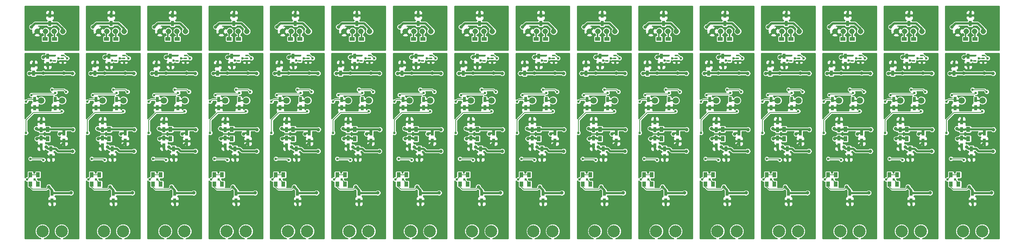
<source format=gbr>
G75*
G71*
%MOMM*%
%OFA0B0*%
%FSLAX53Y53*%
%IPPOS*%
%LPD*%
%ADD11R,0.90000X1.20000*%
%ADD12C,0.40000*%
%ADD13C,0.30000*%
%ADD16C,1.30800*%
%ADD18C,0.20000*%
%ADD19C,0.60000*%
%ADD20C,0.25400*%
%ADD21C,0.50000*%
%ADD24R,0.75000X1.20000*%
%ADD30R,1.20000X0.90000*%
%ADD31C,0.10000*%
%ADD32C,0.80000*%
%ADD34C,2.85000*%
%ADD40C,1.50000*%
%ADD49R,0.70000X0.40000*%
%LPD*%X0000000Y0000000D02*
%LPD*%
G01*
D31*
D24*
X0006506Y0021517D03*
X0006506Y0019617D03*
X0009554Y0025200D03*
X0009554Y0023300D03*
X0006760Y0011103D03*
X0006760Y0009203D03*
X0004220Y0024057D03*
X0004220Y0022157D03*
X0004220Y0025967D03*
X0004220Y0027867D03*
X0002696Y0033074D03*
X0002696Y0031174D03*
X0007522Y0033074D03*
X0007522Y0031174D03*
X0002442Y0039302D03*
X0002442Y0041202D03*
D11*
X0005744Y0023912D03*
X0005744Y0026112D03*
X0001680Y0013244D03*
X0001680Y0015444D03*
X0003458Y0013244D03*
X0003458Y0015444D03*
D34*
X0009010Y0002152D03*
X0004510Y0002152D03*
D16*
X0009252Y0049142D03*
X0007252Y0049142D03*
X0005252Y0049142D03*
X0003252Y0049142D03*
D49*
X0009234Y0043442D03*
X0009234Y0042792D03*
X0009234Y0042142D03*
X0007334Y0042142D03*
X0007334Y0043442D03*
D40*
X0004220Y0032886D03*
X0009100Y0032886D03*
D24*
X0005744Y0043234D03*
X0005744Y0041334D03*
X0006252Y0050986D03*
X0006252Y0052886D03*
D30*
X0007352Y0047364D03*
X0005152Y0047364D03*
D32*
X0008538Y0025012D03*
X0004728Y0039302D03*
X0004728Y0043046D03*
X0011586Y0039236D03*
X0009554Y0039302D03*
X0001426Y0039236D03*
X0003077Y0026282D03*
X0011648Y0026028D03*
X0005363Y0021964D03*
X0011586Y0020948D03*
X0005998Y0012566D03*
X0011205Y0011169D03*
X0008538Y0027806D03*
X0010570Y0041202D03*
X0001426Y0040506D03*
X0012602Y0041014D03*
X0012602Y0031108D03*
X0012602Y0023234D03*
X0008792Y0022218D03*
X0003077Y0022599D03*
X0012602Y0027806D03*
X0012602Y0019551D03*
X0012094Y0012693D03*
X0008030Y0012820D03*
X0001426Y0009518D03*
X0012094Y0009645D03*
D19*
X0000918Y0014344D03*
X0002696Y0014344D03*
X0001680Y0019170D03*
X0004728Y0018916D03*
X0008284Y0042792D03*
X0010316Y0042792D03*
X0006760Y0035426D03*
X0010062Y0034918D03*
X0007522Y0034664D03*
X0001934Y0034156D03*
X0006506Y0042284D03*
D32*
X0003204Y0023869D03*
D19*
X0000664Y0032632D03*
X0000664Y0025266D03*
X0009046Y0030346D03*
D32*
X0001934Y0050158D03*
X0003712Y0052698D03*
D12*
X0008726Y0025200D02*
X0009554Y0025200D01*
X0008538Y0025012D02*
X0008726Y0025200D01*
D18*
X0001680Y0013244D02*
X0001680Y0012566D01*
X0005490Y0012058D02*
X0005998Y0012566D01*
X0002188Y0012058D02*
X0005490Y0012058D01*
X0001680Y0012566D02*
X0002188Y0012058D01*
D12*
X0007334Y0043442D02*
X0005952Y0043442D01*
X0005952Y0043442D02*
X0005744Y0043234D01*
D21*
X0005744Y0043234D02*
X0004916Y0043234D01*
X0004728Y0043046D02*
X0004916Y0043234D01*
X0009554Y0039302D02*
X0011520Y0039302D01*
X0011520Y0039302D02*
X0011586Y0039236D01*
X0002442Y0039302D02*
X0004728Y0039302D01*
X0004728Y0039302D02*
X0009554Y0039302D01*
X0002442Y0039302D02*
X0001492Y0039302D01*
X0001492Y0039302D02*
X0001426Y0039236D01*
X0009554Y0025200D02*
X0009554Y0026112D01*
X0009554Y0026112D02*
X0009554Y0026028D01*
X0009554Y0026028D02*
X0009554Y0026112D01*
X0004220Y0025967D02*
X0003392Y0025967D01*
X0003392Y0025967D02*
X0003077Y0026282D01*
X0005744Y0026112D02*
X0005066Y0026112D01*
X0004921Y0025967D02*
X0004220Y0025967D01*
X0005066Y0026112D02*
X0004921Y0025967D01*
X0005744Y0026112D02*
X0009554Y0026112D01*
X0009554Y0026112D02*
X0011564Y0026112D01*
X0011564Y0026112D02*
X0011648Y0026028D01*
X0005363Y0021964D02*
X0005810Y0021517D01*
X0005810Y0021517D02*
X0006506Y0021517D01*
X0006506Y0021517D02*
X0007588Y0021517D01*
X0008157Y0020948D02*
X0011586Y0020948D01*
X0007588Y0021517D02*
X0008157Y0020948D01*
X0006760Y0011103D02*
X0006760Y0011804D01*
X0006760Y0011804D02*
X0005998Y0012566D01*
X0006760Y0011103D02*
X0011139Y0011103D01*
X0011139Y0011103D02*
X0011205Y0011169D01*
D12*
X0008538Y0027806D02*
X0008538Y0027867D01*
X0009234Y0042142D02*
X0009234Y0041202D01*
X0009300Y0041268D02*
X0009300Y0041202D01*
X0009234Y0041202D02*
X0009300Y0041268D01*
D21*
X0002442Y0041202D02*
X0002122Y0041202D01*
X0002122Y0041202D02*
X0001426Y0040506D01*
X0002442Y0041202D02*
X0009300Y0041202D01*
X0009300Y0041202D02*
X0010570Y0041202D01*
X0010570Y0041202D02*
X0010824Y0041202D01*
X0010824Y0041202D02*
X0012414Y0041202D01*
X0012414Y0041202D02*
X0012602Y0041014D01*
X0002696Y0031174D02*
X0007522Y0031174D01*
X0007522Y0031174D02*
X0012536Y0031174D01*
X0012536Y0031174D02*
X0012602Y0031108D01*
X0009554Y0023300D02*
X0012536Y0023300D01*
X0012536Y0023300D02*
X0012602Y0023234D01*
X0009554Y0023300D02*
X0009554Y0022980D01*
X0009554Y0022980D02*
X0008792Y0022218D01*
X0004220Y0022157D02*
X0003519Y0022157D01*
X0003519Y0022157D02*
X0003077Y0022599D01*
X0004220Y0027867D02*
X0008538Y0027867D01*
X0008538Y0027867D02*
X0012541Y0027867D01*
X0012541Y0027867D02*
X0012602Y0027806D01*
X0006506Y0019617D02*
X0005932Y0019617D01*
X0004220Y0021329D02*
X0004220Y0022157D01*
X0005932Y0019617D02*
X0004220Y0021329D01*
X0006506Y0019617D02*
X0012536Y0019617D01*
X0012536Y0019617D02*
X0012602Y0019551D01*
X0008157Y0012693D02*
X0012094Y0012693D01*
X0008030Y0012820D02*
X0008157Y0012693D01*
X0006760Y0009203D02*
X0001741Y0009203D01*
X0001741Y0009203D02*
X0001426Y0009518D01*
X0006760Y0009203D02*
X0011652Y0009203D01*
X0011652Y0009203D02*
X0012094Y0009645D01*
D18*
X0001680Y0015444D02*
X0001680Y0015106D01*
X0001680Y0015106D02*
X0000918Y0014344D01*
X0001680Y0015444D02*
X0003458Y0015444D01*
X0003458Y0013244D02*
X0003458Y0013582D01*
X0003458Y0013582D02*
X0002696Y0014344D01*
X0004474Y0019170D02*
X0001680Y0019170D01*
X0004728Y0018916D02*
X0004474Y0019170D01*
X0008284Y0042792D02*
X0009234Y0042792D01*
X0009234Y0043442D02*
X0009666Y0043442D01*
X0009666Y0043442D02*
X0010316Y0042792D01*
X0009554Y0035426D02*
X0006760Y0035426D01*
X0010062Y0034918D02*
X0009554Y0035426D01*
X0007268Y0034410D02*
X0007522Y0034664D01*
X0002188Y0034410D02*
X0007268Y0034410D01*
X0001934Y0034156D02*
X0002188Y0034410D01*
X0007334Y0042142D02*
X0006648Y0042142D01*
X0006648Y0042142D02*
X0006506Y0042284D01*
D21*
X0004220Y0024057D02*
X0003392Y0024057D01*
X0003392Y0024057D02*
X0003204Y0023869D01*
X0005744Y0023912D02*
X0005066Y0023912D01*
X0004921Y0024057D02*
X0004220Y0024057D01*
X0005066Y0023912D02*
X0004921Y0024057D01*
D18*
X0001106Y0033074D02*
X0002696Y0033074D01*
X0000664Y0032632D02*
X0001106Y0033074D01*
D13*
X0004220Y0032886D02*
X0002884Y0032886D01*
X0002884Y0032886D02*
X0002696Y0033074D01*
D18*
X0002762Y0033140D02*
X0002696Y0033074D01*
X0000664Y0025266D02*
X0000664Y0028314D01*
X0000664Y0028314D02*
X0002442Y0030092D01*
X0002442Y0030092D02*
X0008792Y0030092D01*
X0008792Y0030092D02*
X0009046Y0030346D01*
D13*
X0009100Y0032886D02*
X0007710Y0032886D01*
X0007710Y0032886D02*
X0007522Y0033074D01*
D21*
X0006252Y0050986D02*
X0002762Y0050986D01*
X0002762Y0050986D02*
X0001934Y0050158D01*
X0009252Y0049142D02*
X0009252Y0049698D01*
X0009252Y0049698D02*
X0007964Y0050986D01*
X0007964Y0050986D02*
X0006252Y0050986D01*
D13*
X0007352Y0047364D02*
X0007352Y0049042D01*
X0007352Y0049042D02*
X0007252Y0049142D01*
X0005152Y0047364D02*
X0005152Y0049042D01*
X0005152Y0049042D02*
X0005252Y0049142D01*
D21*
X0003900Y0052886D02*
X0006252Y0052886D01*
X0003712Y0052698D02*
X0003900Y0052886D01*
D20*
G36*
X0000562Y0013813D02*
X0000793Y0013717D01*
X0000897Y0013717D01*
X0000897Y0012644D01*
X0000919Y0012523D01*
X0000991Y0012412D01*
X0001100Y0012337D01*
X0001230Y0012311D01*
X0001347Y0012311D01*
X0001378Y0012264D01*
X0001378Y0012264D01*
X0001886Y0011756D01*
X0002025Y0011664D01*
X0002188Y0011631D01*
X0002188Y0011631D01*
X0005490Y0011631D01*
X0005490Y0011631D01*
X0005653Y0011664D01*
X0005792Y0011756D01*
X0005875Y0011839D01*
X0005909Y0011839D01*
X0006052Y0011696D01*
X0006052Y0010503D01*
X0006074Y0010382D01*
X0006085Y0010366D01*
X0006025Y0010341D01*
X0005847Y0010163D01*
X0005750Y0009929D01*
X0005750Y0009489D01*
X0005909Y0009330D01*
X0006633Y0009330D01*
X0006633Y0009350D01*
X0006887Y0009350D01*
X0006887Y0009330D01*
X0007611Y0009330D01*
X0007770Y0009489D01*
X0007770Y0009929D01*
X0007673Y0010163D01*
X0007495Y0010341D01*
X0007437Y0010365D01*
X0007442Y0010373D01*
X0007468Y0010503D01*
X0007468Y0010526D01*
X0010858Y0010526D01*
X0011060Y0010442D01*
X0011349Y0010442D01*
X0011616Y0010552D01*
X0011821Y0010757D01*
X0011932Y0011024D01*
X0011932Y0011313D01*
X0011822Y0011580D01*
X0011617Y0011785D01*
X0011350Y0011896D01*
X0011061Y0011896D01*
X0010794Y0011786D01*
X0010688Y0011680D01*
X0007468Y0011680D01*
X0007468Y0011703D01*
X0007446Y0011824D01*
X0007374Y0011935D01*
X0007301Y0011985D01*
X0007293Y0012025D01*
X0007168Y0012212D01*
X0006792Y0012588D01*
X0006792Y0018382D01*
X0007007Y0018382D01*
X0007241Y0018479D01*
X0007419Y0018657D01*
X0007516Y0018891D01*
X0007516Y0019331D01*
X0007357Y0019490D01*
X0006633Y0019490D01*
X0006633Y0018541D01*
X0006792Y0018382D01*
X0006792Y0012588D01*
X0006725Y0012655D01*
X0006725Y0012710D01*
X0006615Y0012977D01*
X0006410Y0013182D01*
X0006143Y0013293D01*
X0006005Y0013293D01*
X0006005Y0018382D01*
X0006220Y0018382D01*
X0006379Y0018541D01*
X0006379Y0019490D01*
X0005655Y0019490D01*
X0005655Y0019744D01*
X0006379Y0019744D01*
X0006379Y0019764D01*
X0006633Y0019764D01*
X0006633Y0019744D01*
X0007357Y0019744D01*
X0007516Y0019903D01*
X0007516Y0020343D01*
X0007419Y0020577D01*
X0007241Y0020755D01*
X0007183Y0020779D01*
X0007188Y0020787D01*
X0007214Y0020917D01*
X0007214Y0020940D01*
X0007349Y0020940D01*
X0007749Y0020540D01*
X0007936Y0020415D01*
X0008157Y0020371D01*
X0008157Y0020371D01*
X0011135Y0020371D01*
X0011174Y0020332D01*
X0011441Y0020221D01*
X0011730Y0020221D01*
X0011997Y0020331D01*
X0012202Y0020536D01*
X0012313Y0020803D01*
X0012313Y0021092D01*
X0012203Y0021359D01*
X0011998Y0021564D01*
X0011731Y0021675D01*
X0011442Y0021675D01*
X0011175Y0021565D01*
X0011135Y0021525D01*
X0009840Y0021525D01*
X0009840Y0022065D01*
X0010055Y0022065D01*
X0010289Y0022162D01*
X0010467Y0022340D01*
X0010564Y0022574D01*
X0010564Y0023014D01*
X0010405Y0023173D01*
X0009681Y0023173D01*
X0009681Y0022224D01*
X0009840Y0022065D01*
X0009840Y0021525D01*
X0009053Y0021525D01*
X0009053Y0022065D01*
X0009268Y0022065D01*
X0009427Y0022224D01*
X0009427Y0023173D01*
X0008703Y0023173D01*
X0008703Y0023427D01*
X0009427Y0023427D01*
X0009427Y0023447D01*
X0009681Y0023447D01*
X0009681Y0023427D01*
X0010405Y0023427D01*
X0010564Y0023586D01*
X0010564Y0024026D01*
X0010467Y0024260D01*
X0010289Y0024438D01*
X0010231Y0024462D01*
X0010236Y0024470D01*
X0010262Y0024600D01*
X0010262Y0025535D01*
X0011113Y0025535D01*
X0011236Y0025412D01*
X0011503Y0025301D01*
X0011792Y0025301D01*
X0012059Y0025411D01*
X0012264Y0025616D01*
X0012375Y0025883D01*
X0012375Y0026172D01*
X0012265Y0026439D01*
X0012060Y0026644D01*
X0011793Y0026755D01*
X0011504Y0026755D01*
X0011344Y0026689D01*
X0006527Y0026689D01*
X0006527Y0026712D01*
X0006505Y0026833D01*
X0006433Y0026944D01*
X0006324Y0027019D01*
X0006194Y0027045D01*
X0005294Y0027045D01*
X0005182Y0027024D01*
X0005230Y0027141D01*
X0005230Y0027581D01*
X0005071Y0027740D01*
X0004347Y0027740D01*
X0004347Y0027994D01*
X0005071Y0027994D01*
X0005230Y0028153D01*
X0005230Y0028593D01*
X0005133Y0028827D01*
X0004955Y0029005D01*
X0004721Y0029102D01*
X0004506Y0029102D01*
X0004347Y0028943D01*
X0004347Y0027994D01*
X0004347Y0027740D01*
X0004347Y0027720D01*
X0004093Y0027720D01*
X0004093Y0027740D01*
X0003369Y0027740D01*
X0003369Y0027994D01*
X0004093Y0027994D01*
X0004093Y0028943D01*
X0003934Y0029102D01*
X0003719Y0029102D01*
X0003485Y0029005D01*
X0003307Y0028827D01*
X0003210Y0028593D01*
X0003210Y0028153D01*
X0003369Y0027994D01*
X0003369Y0027740D01*
X0003210Y0027581D01*
X0003210Y0027141D01*
X0003273Y0026988D01*
X0003222Y0027009D01*
X0002933Y0027009D01*
X0002666Y0026899D01*
X0002461Y0026694D01*
X0002350Y0026427D01*
X0002350Y0026138D01*
X0002460Y0025871D01*
X0002665Y0025666D01*
X0002932Y0025555D01*
X0002990Y0025555D01*
X0003171Y0025434D01*
X0003392Y0025390D01*
X0003392Y0025390D01*
X0003512Y0025390D01*
X0003512Y0025367D01*
X0003534Y0025246D01*
X0003606Y0025135D01*
X0003715Y0025060D01*
X0003845Y0025034D01*
X0004595Y0025034D01*
X0004716Y0025056D01*
X0004827Y0025128D01*
X0004902Y0025237D01*
X0004928Y0025367D01*
X0004928Y0025391D01*
X0004981Y0025402D01*
X0004983Y0025391D01*
X0005055Y0025280D01*
X0005164Y0025205D01*
X0005294Y0025179D01*
X0006194Y0025179D01*
X0006315Y0025201D01*
X0006426Y0025273D01*
X0006501Y0025382D01*
X0006527Y0025512D01*
X0006527Y0025535D01*
X0008033Y0025535D01*
X0007922Y0025424D01*
X0007811Y0025157D01*
X0007811Y0024868D01*
X0007921Y0024601D01*
X0008126Y0024396D01*
X0008393Y0024285D01*
X0008666Y0024285D01*
X0008641Y0024260D01*
X0008544Y0024026D01*
X0008544Y0023586D01*
X0008703Y0023427D01*
X0008703Y0023173D01*
X0008544Y0023014D01*
X0008544Y0022574D01*
X0008641Y0022340D01*
X0008819Y0022162D01*
X0009053Y0022065D01*
X0009053Y0021525D01*
X0008396Y0021525D01*
X0007996Y0021925D01*
X0007996Y0021925D01*
X0007809Y0022050D01*
X0007805Y0022051D01*
X0007588Y0022094D01*
X0007588Y0022094D01*
X0007214Y0022094D01*
X0007214Y0022117D01*
X0007192Y0022238D01*
X0007120Y0022349D01*
X0007011Y0022424D01*
X0006881Y0022450D01*
X0006131Y0022450D01*
X0006010Y0022428D01*
X0005960Y0022395D01*
X0005775Y0022580D01*
X0005508Y0022691D01*
X0005230Y0022691D01*
X0005230Y0022883D01*
X0005181Y0023001D01*
X0005294Y0022979D01*
X0006194Y0022979D01*
X0006315Y0023001D01*
X0006426Y0023073D01*
X0006501Y0023182D01*
X0006527Y0023312D01*
X0006527Y0024512D01*
X0006505Y0024633D01*
X0006433Y0024744D01*
X0006324Y0024819D01*
X0006194Y0024845D01*
X0005294Y0024845D01*
X0005173Y0024823D01*
X0005062Y0024751D01*
X0004987Y0024642D01*
X0004983Y0024622D01*
X0004928Y0024633D01*
X0004928Y0024657D01*
X0004906Y0024778D01*
X0004834Y0024889D01*
X0004725Y0024964D01*
X0004595Y0024990D01*
X0003845Y0024990D01*
X0003724Y0024968D01*
X0003613Y0024896D01*
X0003538Y0024787D01*
X0003512Y0024657D01*
X0003512Y0024634D01*
X0003392Y0024634D01*
X0003201Y0024596D01*
X0003060Y0024596D01*
X0002793Y0024486D01*
X0002588Y0024281D01*
X0002477Y0024014D01*
X0002477Y0023725D01*
X0002587Y0023458D01*
X0002792Y0023253D01*
X0003059Y0023142D01*
X0003332Y0023142D01*
X0003307Y0023117D01*
X0003210Y0022883D01*
X0003210Y0022443D01*
X0003369Y0022284D01*
X0004093Y0022284D01*
X0004093Y0022304D01*
X0004347Y0022304D01*
X0004347Y0022284D01*
X0004367Y0022284D01*
X0004367Y0022030D01*
X0004347Y0022030D01*
X0004347Y0021081D01*
X0004506Y0020922D01*
X0004721Y0020922D01*
X0004955Y0021019D01*
X0005133Y0021197D01*
X0005160Y0021261D01*
X0005218Y0021237D01*
X0005274Y0021237D01*
X0005402Y0021109D01*
X0005589Y0020984D01*
X0005798Y0020942D01*
X0005798Y0020917D01*
X0005820Y0020796D01*
X0005831Y0020780D01*
X0005771Y0020755D01*
X0005593Y0020577D01*
X0005496Y0020343D01*
X0005496Y0019903D01*
X0005655Y0019744D01*
X0005655Y0019490D01*
X0005496Y0019331D01*
X0005496Y0018891D01*
X0005593Y0018657D01*
X0005771Y0018479D01*
X0006005Y0018382D01*
X0006005Y0013293D01*
X0005854Y0013293D01*
X0005587Y0013183D01*
X0005382Y0012978D01*
X0005271Y0012711D01*
X0005271Y0012485D01*
X0004852Y0012485D01*
X0004852Y0018289D01*
X0005083Y0018384D01*
X0005259Y0018560D01*
X0005355Y0018791D01*
X0005355Y0019040D01*
X0005260Y0019271D01*
X0005084Y0019447D01*
X0004853Y0019543D01*
X0004670Y0019543D01*
X0004637Y0019565D01*
X0004474Y0019597D01*
X0003719Y0019597D01*
X0003719Y0020922D01*
X0003934Y0020922D01*
X0004093Y0021081D01*
X0004093Y0022030D01*
X0003369Y0022030D01*
X0003210Y0021871D01*
X0003210Y0021431D01*
X0003307Y0021197D01*
X0003485Y0021019D01*
X0003719Y0020922D01*
X0003719Y0019597D01*
X0002140Y0019597D01*
X0002036Y0019701D01*
X0001805Y0019797D01*
X0001556Y0019797D01*
X0001325Y0019702D01*
X0001149Y0019526D01*
X0001053Y0019295D01*
X0001053Y0019046D01*
X0001148Y0018815D01*
X0001324Y0018639D01*
X0001555Y0018543D01*
X0001804Y0018543D01*
X0002035Y0018638D01*
X0002140Y0018743D01*
X0004121Y0018743D01*
X0004196Y0018561D01*
X0004372Y0018385D01*
X0004603Y0018289D01*
X0004852Y0018289D01*
X0004852Y0012485D01*
X0004195Y0012485D01*
X0004215Y0012514D01*
X0004241Y0012644D01*
X0004241Y0013844D01*
X0004219Y0013965D01*
X0004147Y0014076D01*
X0004038Y0014151D01*
X0003908Y0014177D01*
X0003466Y0014177D01*
X0003323Y0014321D01*
X0003323Y0014468D01*
X0003306Y0014511D01*
X0003908Y0014511D01*
X0004029Y0014533D01*
X0004140Y0014605D01*
X0004215Y0014714D01*
X0004241Y0014844D01*
X0004241Y0016044D01*
X0004219Y0016165D01*
X0004147Y0016276D01*
X0004038Y0016351D01*
X0003908Y0016377D01*
X0003008Y0016377D01*
X0002887Y0016355D01*
X0002776Y0016283D01*
X0002701Y0016174D01*
X0002675Y0016044D01*
X0002675Y0015871D01*
X0002463Y0015871D01*
X0002463Y0016044D01*
X0002441Y0016165D01*
X0002369Y0016276D01*
X0002260Y0016351D01*
X0002130Y0016377D01*
X0001230Y0016377D01*
X0001109Y0016355D01*
X0000998Y0016283D01*
X0000923Y0016174D01*
X0000897Y0016044D01*
X0000897Y0014971D01*
X0000794Y0014971D01*
X0000563Y0014876D01*
X0000402Y0014715D01*
X0000402Y0024696D01*
X0000539Y0024639D01*
X0000788Y0024639D01*
X0001019Y0024734D01*
X0001195Y0024910D01*
X0001291Y0025141D01*
X0001291Y0025390D01*
X0001196Y0025621D01*
X0001091Y0025726D01*
X0001091Y0028137D01*
X0002619Y0029665D01*
X0008792Y0029665D01*
X0008792Y0029665D01*
X0008955Y0029698D01*
X0008988Y0029719D01*
X0009170Y0029719D01*
X0009401Y0029814D01*
X0009577Y0029990D01*
X0009673Y0030221D01*
X0009673Y0030470D01*
X0009578Y0030701D01*
X0009402Y0030877D01*
X0009171Y0030973D01*
X0008922Y0030973D01*
X0008691Y0030878D01*
X0008532Y0030719D01*
X0008532Y0030888D01*
X0008373Y0031047D01*
X0007649Y0031047D01*
X0007649Y0031027D01*
X0007395Y0031027D01*
X0007395Y0031047D01*
X0006671Y0031047D01*
X0006512Y0030888D01*
X0006512Y0030519D01*
X0003706Y0030519D01*
X0003706Y0030888D01*
X0003547Y0031047D01*
X0002823Y0031047D01*
X0002823Y0031027D01*
X0002569Y0031027D01*
X0002569Y0031047D01*
X0001845Y0031047D01*
X0001686Y0030888D01*
X0001686Y0030448D01*
X0001783Y0030214D01*
X0001872Y0030125D01*
X0000402Y0028656D01*
X0000402Y0032062D01*
X0000539Y0032005D01*
X0000788Y0032005D01*
X0001019Y0032100D01*
X0001195Y0032276D01*
X0001291Y0032507D01*
X0001291Y0032647D01*
X0001988Y0032647D01*
X0001988Y0032474D01*
X0002010Y0032353D01*
X0002021Y0032337D01*
X0001961Y0032312D01*
X0001783Y0032134D01*
X0001686Y0031900D01*
X0001686Y0031460D01*
X0001845Y0031301D01*
X0002569Y0031301D01*
X0002569Y0031321D01*
X0002823Y0031321D01*
X0002823Y0031301D01*
X0003547Y0031301D01*
X0003706Y0031460D01*
X0003706Y0031900D01*
X0003690Y0031940D01*
X0004005Y0031809D01*
X0004433Y0031809D01*
X0004829Y0031972D01*
X0005133Y0032275D01*
X0005297Y0032671D01*
X0005297Y0033099D01*
X0005134Y0033495D01*
X0004831Y0033799D01*
X0004435Y0033963D01*
X0004007Y0033963D01*
X0003611Y0033800D01*
X0003404Y0033594D01*
X0003404Y0033674D01*
X0003382Y0033795D01*
X0003310Y0033906D01*
X0003201Y0033981D01*
X0003192Y0033983D01*
X0007023Y0033983D01*
X0006915Y0033913D01*
X0006840Y0033804D01*
X0006814Y0033674D01*
X0006814Y0032474D01*
X0006836Y0032353D01*
X0006847Y0032337D01*
X0006787Y0032312D01*
X0006609Y0032134D01*
X0006512Y0031900D01*
X0006512Y0031460D01*
X0006671Y0031301D01*
X0007395Y0031301D01*
X0007395Y0031321D01*
X0007649Y0031321D01*
X0007649Y0031301D01*
X0008373Y0031301D01*
X0008532Y0031460D01*
X0008532Y0031900D01*
X0008504Y0031967D01*
X0008885Y0031809D01*
X0009313Y0031809D01*
X0009709Y0031972D01*
X0010013Y0032275D01*
X0010177Y0032671D01*
X0010177Y0033099D01*
X0010014Y0033495D01*
X0009711Y0033799D01*
X0009315Y0033963D01*
X0008887Y0033963D01*
X0008491Y0033800D01*
X0008230Y0033540D01*
X0008230Y0033674D01*
X0008208Y0033795D01*
X0008136Y0033906D01*
X0008027Y0033981D01*
X0007897Y0034007D01*
X0007391Y0034007D01*
X0007431Y0034016D01*
X0007464Y0034037D01*
X0007646Y0034037D01*
X0007877Y0034132D01*
X0008053Y0034308D01*
X0008149Y0034539D01*
X0008149Y0034788D01*
X0008062Y0034999D01*
X0009377Y0034999D01*
X0009435Y0034941D01*
X0009435Y0034794D01*
X0009530Y0034563D01*
X0009706Y0034387D01*
X0009937Y0034291D01*
X0010186Y0034291D01*
X0010417Y0034386D01*
X0010593Y0034562D01*
X0010689Y0034793D01*
X0010689Y0035042D01*
X0010594Y0035273D01*
X0010418Y0035449D01*
X0010187Y0035545D01*
X0010039Y0035545D01*
X0009856Y0035728D01*
X0009856Y0035728D01*
X0009717Y0035821D01*
X0009554Y0035853D01*
X0007220Y0035853D01*
X0007116Y0035957D01*
X0006885Y0036053D01*
X0006636Y0036053D01*
X0006405Y0035958D01*
X0006229Y0035782D01*
X0006133Y0035551D01*
X0006133Y0035302D01*
X0006228Y0035071D01*
X0006404Y0034895D01*
X0006543Y0034837D01*
X0002188Y0034837D01*
X0002067Y0034813D01*
X0002067Y0038369D01*
X0002817Y0038369D01*
X0002938Y0038391D01*
X0003049Y0038463D01*
X0003124Y0038572D01*
X0003150Y0038702D01*
X0003150Y0038725D01*
X0004277Y0038725D01*
X0004316Y0038686D01*
X0004583Y0038575D01*
X0004872Y0038575D01*
X0005139Y0038685D01*
X0005179Y0038725D01*
X0009103Y0038725D01*
X0009142Y0038686D01*
X0009409Y0038575D01*
X0009698Y0038575D01*
X0009965Y0038685D01*
X0010005Y0038725D01*
X0011069Y0038725D01*
X0011174Y0038620D01*
X0011441Y0038509D01*
X0011730Y0038509D01*
X0011997Y0038619D01*
X0012202Y0038824D01*
X0012313Y0039091D01*
X0012313Y0039380D01*
X0012203Y0039647D01*
X0011998Y0039852D01*
X0011731Y0039963D01*
X0011442Y0039963D01*
X0011238Y0039879D01*
X0010005Y0039879D01*
X0009966Y0039918D01*
X0009699Y0040029D01*
X0009520Y0040029D01*
X0009520Y0041307D01*
X0009710Y0041307D01*
X0009944Y0041404D01*
X0010122Y0041582D01*
X0010219Y0041816D01*
X0010219Y0041883D01*
X0010060Y0042042D01*
X0009361Y0042042D01*
X0009361Y0041466D01*
X0009520Y0041307D01*
X0009520Y0040029D01*
X0009410Y0040029D01*
X0009143Y0039919D01*
X0009103Y0039879D01*
X0008758Y0039879D01*
X0008758Y0041307D01*
X0008948Y0041307D01*
X0009107Y0041466D01*
X0009107Y0042042D01*
X0008408Y0042042D01*
X0008249Y0041883D01*
X0008249Y0041816D01*
X0008346Y0041582D01*
X0008524Y0041404D01*
X0008758Y0041307D01*
X0008758Y0039879D01*
X0006030Y0039879D01*
X0006030Y0040099D01*
X0006245Y0040099D01*
X0006479Y0040196D01*
X0006657Y0040374D01*
X0006754Y0040608D01*
X0006754Y0041048D01*
X0006595Y0041207D01*
X0005871Y0041207D01*
X0005871Y0040258D01*
X0006030Y0040099D01*
X0006030Y0039879D01*
X0005243Y0039879D01*
X0005243Y0040099D01*
X0005458Y0040099D01*
X0005617Y0040258D01*
X0005617Y0041207D01*
X0004893Y0041207D01*
X0004734Y0041048D01*
X0004734Y0040608D01*
X0004831Y0040374D01*
X0005009Y0040196D01*
X0005243Y0040099D01*
X0005243Y0039879D01*
X0005179Y0039879D01*
X0005140Y0039918D01*
X0004873Y0040029D01*
X0004584Y0040029D01*
X0004317Y0039919D01*
X0004277Y0039879D01*
X0003150Y0039879D01*
X0003150Y0039902D01*
X0003128Y0040023D01*
X0003117Y0040039D01*
X0003177Y0040064D01*
X0003355Y0040242D01*
X0003452Y0040476D01*
X0003452Y0040916D01*
X0003293Y0041075D01*
X0002569Y0041075D01*
X0002569Y0041329D01*
X0003293Y0041329D01*
X0003452Y0041488D01*
X0003452Y0041928D01*
X0003355Y0042162D01*
X0003177Y0042340D01*
X0002943Y0042437D01*
X0002728Y0042437D01*
X0002569Y0042278D01*
X0002569Y0041329D01*
X0002569Y0041075D01*
X0002569Y0041055D01*
X0002315Y0041055D01*
X0002315Y0041075D01*
X0001591Y0041075D01*
X0001591Y0041329D01*
X0002315Y0041329D01*
X0002315Y0042278D01*
X0002156Y0042437D01*
X0001941Y0042437D01*
X0001707Y0042340D01*
X0001529Y0042162D01*
X0001432Y0041928D01*
X0001432Y0041488D01*
X0001591Y0041329D01*
X0001591Y0041075D01*
X0001432Y0040916D01*
X0001432Y0040476D01*
X0001529Y0040242D01*
X0001707Y0040064D01*
X0001765Y0040040D01*
X0001760Y0040032D01*
X0001734Y0039902D01*
X0001734Y0039895D01*
X0001571Y0039963D01*
X0001282Y0039963D01*
X0001015Y0039853D01*
X0000810Y0039648D01*
X0000699Y0039381D01*
X0000699Y0039092D01*
X0000809Y0038825D01*
X0001014Y0038620D01*
X0001281Y0038509D01*
X0001570Y0038509D01*
X0001756Y0038586D01*
X0001756Y0038581D01*
X0001828Y0038470D01*
X0001937Y0038395D01*
X0002067Y0038369D01*
X0002067Y0034813D01*
X0002025Y0034805D01*
X0001992Y0034783D01*
X0001810Y0034783D01*
X0001579Y0034688D01*
X0001403Y0034512D01*
X0001307Y0034281D01*
X0001307Y0034032D01*
X0001402Y0033801D01*
X0001578Y0033625D01*
X0001809Y0033529D01*
X0001988Y0033529D01*
X0001988Y0033501D01*
X0001106Y0033501D01*
X0000943Y0033469D01*
X0000804Y0033376D01*
X0000804Y0033376D01*
X0000687Y0033259D01*
X0000540Y0033259D01*
X0000402Y0033202D01*
X0000402Y0043935D01*
X0005056Y0043935D01*
X0005036Y0043834D01*
X0005036Y0043811D01*
X0004916Y0043811D01*
X0004725Y0043773D01*
X0004584Y0043773D01*
X0004317Y0043663D01*
X0004112Y0043458D01*
X0004001Y0043191D01*
X0004001Y0042902D01*
X0004111Y0042635D01*
X0004316Y0042430D01*
X0004583Y0042319D01*
X0004856Y0042319D01*
X0004831Y0042294D01*
X0004734Y0042060D01*
X0004734Y0041620D01*
X0004893Y0041461D01*
X0005617Y0041461D01*
X0005617Y0041481D01*
X0005871Y0041481D01*
X0005871Y0041461D01*
X0006595Y0041461D01*
X0006754Y0041620D01*
X0006754Y0041703D01*
X0006854Y0041635D01*
X0006984Y0041609D01*
X0007684Y0041609D01*
X0007805Y0041631D01*
X0007916Y0041703D01*
X0007991Y0041812D01*
X0008017Y0041942D01*
X0008017Y0042224D01*
X0008159Y0042165D01*
X0008408Y0042165D01*
X0008595Y0042242D01*
X0009107Y0042242D01*
X0009107Y0042259D01*
X0009361Y0042259D01*
X0009361Y0042242D01*
X0010006Y0042242D01*
X0010191Y0042165D01*
X0010440Y0042165D01*
X0010671Y0042260D01*
X0010847Y0042436D01*
X0010943Y0042667D01*
X0010943Y0042916D01*
X0010848Y0043147D01*
X0010672Y0043323D01*
X0010441Y0043419D01*
X0010293Y0043419D01*
X0009968Y0043744D01*
X0009968Y0043744D01*
X0009861Y0043815D01*
X0009823Y0043874D01*
X0009734Y0043935D01*
X0012998Y0043935D01*
X0012998Y0000402D01*
X0009363Y0000402D01*
X0010001Y0000666D01*
X0010494Y0001158D01*
X0010762Y0001802D01*
X0010762Y0002499D01*
X0010496Y0003143D01*
X0010004Y0003636D01*
X0009360Y0003904D01*
X0008663Y0003904D01*
X0008019Y0003638D01*
X0007526Y0003146D01*
X0007258Y0002502D01*
X0007258Y0001805D01*
X0007524Y0001161D01*
X0008016Y0000668D01*
X0008656Y0000402D01*
X0007046Y0000402D01*
X0007046Y0007968D01*
X0007261Y0007968D01*
X0007495Y0008065D01*
X0007673Y0008243D01*
X0007770Y0008477D01*
X0007770Y0008917D01*
X0007611Y0009076D01*
X0006887Y0009076D01*
X0006887Y0008127D01*
X0007046Y0007968D01*
X0007046Y0000402D01*
X0004863Y0000402D01*
X0005501Y0000666D01*
X0005994Y0001158D01*
X0006262Y0001802D01*
X0006262Y0002499D01*
X0006259Y0002508D01*
X0006259Y0007968D01*
X0006474Y0007968D01*
X0006633Y0008127D01*
X0006633Y0009076D01*
X0005909Y0009076D01*
X0005750Y0008917D01*
X0005750Y0008477D01*
X0005847Y0008243D01*
X0006025Y0008065D01*
X0006259Y0007968D01*
X0006259Y0002508D01*
X0005996Y0003143D01*
X0005504Y0003636D01*
X0004860Y0003904D01*
X0004163Y0003904D01*
X0003519Y0003638D01*
X0003026Y0003146D01*
X0002758Y0002502D01*
X0002758Y0001805D01*
X0003024Y0001161D01*
X0003516Y0000668D01*
X0004156Y0000402D01*
X0000402Y0000402D01*
X0000402Y0013973D01*
X0000562Y0013813D01*
X0000562Y0013813D01*
G37*
X0000562Y0013813D02*
X0000793Y0013717D01*
X0000897Y0013717D01*
X0000897Y0012644D01*
X0000919Y0012523D01*
X0000991Y0012412D01*
X0001100Y0012337D01*
X0001230Y0012311D01*
X0001347Y0012311D01*
X0001378Y0012264D01*
X0001378Y0012264D01*
X0001886Y0011756D01*
X0002025Y0011664D01*
X0002188Y0011631D01*
X0002188Y0011631D01*
X0005490Y0011631D01*
X0005490Y0011631D01*
X0005653Y0011664D01*
X0005792Y0011756D01*
X0005875Y0011839D01*
X0005909Y0011839D01*
X0006052Y0011696D01*
X0006052Y0010503D01*
X0006074Y0010382D01*
X0006085Y0010366D01*
X0006025Y0010341D01*
X0005847Y0010163D01*
X0005750Y0009929D01*
X0005750Y0009489D01*
X0005909Y0009330D01*
X0006633Y0009330D01*
X0006633Y0009350D01*
X0006887Y0009350D01*
X0006887Y0009330D01*
X0007611Y0009330D01*
X0007770Y0009489D01*
X0007770Y0009929D01*
X0007673Y0010163D01*
X0007495Y0010341D01*
X0007437Y0010365D01*
X0007442Y0010373D01*
X0007468Y0010503D01*
X0007468Y0010526D01*
X0010858Y0010526D01*
X0011060Y0010442D01*
X0011349Y0010442D01*
X0011616Y0010552D01*
X0011821Y0010757D01*
X0011932Y0011024D01*
X0011932Y0011313D01*
X0011822Y0011580D01*
X0011617Y0011785D01*
X0011350Y0011896D01*
X0011061Y0011896D01*
X0010794Y0011786D01*
X0010688Y0011680D01*
X0007468Y0011680D01*
X0007468Y0011703D01*
X0007446Y0011824D01*
X0007374Y0011935D01*
X0007301Y0011985D01*
X0007293Y0012025D01*
X0007168Y0012212D01*
X0006792Y0012588D01*
X0006792Y0018382D01*
X0007007Y0018382D01*
X0007241Y0018479D01*
X0007419Y0018657D01*
X0007516Y0018891D01*
X0007516Y0019331D01*
X0007357Y0019490D01*
X0006633Y0019490D01*
X0006633Y0018541D01*
X0006792Y0018382D01*
X0006792Y0012588D01*
X0006725Y0012655D01*
X0006725Y0012710D01*
X0006615Y0012977D01*
X0006410Y0013182D01*
X0006143Y0013293D01*
X0006005Y0013293D01*
X0006005Y0018382D01*
X0006220Y0018382D01*
X0006379Y0018541D01*
X0006379Y0019490D01*
X0005655Y0019490D01*
X0005655Y0019744D01*
X0006379Y0019744D01*
X0006379Y0019764D01*
X0006633Y0019764D01*
X0006633Y0019744D01*
X0007357Y0019744D01*
X0007516Y0019903D01*
X0007516Y0020343D01*
X0007419Y0020577D01*
X0007241Y0020755D01*
X0007183Y0020779D01*
X0007188Y0020787D01*
X0007214Y0020917D01*
X0007214Y0020940D01*
X0007349Y0020940D01*
X0007749Y0020540D01*
X0007936Y0020415D01*
X0008157Y0020371D01*
X0008157Y0020371D01*
X0011135Y0020371D01*
X0011174Y0020332D01*
X0011441Y0020221D01*
X0011730Y0020221D01*
X0011997Y0020331D01*
X0012202Y0020536D01*
X0012313Y0020803D01*
X0012313Y0021092D01*
X0012203Y0021359D01*
X0011998Y0021564D01*
X0011731Y0021675D01*
X0011442Y0021675D01*
X0011175Y0021565D01*
X0011135Y0021525D01*
X0009840Y0021525D01*
X0009840Y0022065D01*
X0010055Y0022065D01*
X0010289Y0022162D01*
X0010467Y0022340D01*
X0010564Y0022574D01*
X0010564Y0023014D01*
X0010405Y0023173D01*
X0009681Y0023173D01*
X0009681Y0022224D01*
X0009840Y0022065D01*
X0009840Y0021525D01*
X0009053Y0021525D01*
X0009053Y0022065D01*
X0009268Y0022065D01*
X0009427Y0022224D01*
X0009427Y0023173D01*
X0008703Y0023173D01*
X0008703Y0023427D01*
X0009427Y0023427D01*
X0009427Y0023447D01*
X0009681Y0023447D01*
X0009681Y0023427D01*
X0010405Y0023427D01*
X0010564Y0023586D01*
X0010564Y0024026D01*
X0010467Y0024260D01*
X0010289Y0024438D01*
X0010231Y0024462D01*
X0010236Y0024470D01*
X0010262Y0024600D01*
X0010262Y0025535D01*
X0011113Y0025535D01*
X0011236Y0025412D01*
X0011503Y0025301D01*
X0011792Y0025301D01*
X0012059Y0025411D01*
X0012264Y0025616D01*
X0012375Y0025883D01*
X0012375Y0026172D01*
X0012265Y0026439D01*
X0012060Y0026644D01*
X0011793Y0026755D01*
X0011504Y0026755D01*
X0011344Y0026689D01*
X0006527Y0026689D01*
X0006527Y0026712D01*
X0006505Y0026833D01*
X0006433Y0026944D01*
X0006324Y0027019D01*
X0006194Y0027045D01*
X0005294Y0027045D01*
X0005182Y0027024D01*
X0005230Y0027141D01*
X0005230Y0027581D01*
X0005071Y0027740D01*
X0004347Y0027740D01*
X0004347Y0027994D01*
X0005071Y0027994D01*
X0005230Y0028153D01*
X0005230Y0028593D01*
X0005133Y0028827D01*
X0004955Y0029005D01*
X0004721Y0029102D01*
X0004506Y0029102D01*
X0004347Y0028943D01*
X0004347Y0027994D01*
X0004347Y0027740D01*
X0004347Y0027720D01*
X0004093Y0027720D01*
X0004093Y0027740D01*
X0003369Y0027740D01*
X0003369Y0027994D01*
X0004093Y0027994D01*
X0004093Y0028943D01*
X0003934Y0029102D01*
X0003719Y0029102D01*
X0003485Y0029005D01*
X0003307Y0028827D01*
X0003210Y0028593D01*
X0003210Y0028153D01*
X0003369Y0027994D01*
X0003369Y0027740D01*
X0003210Y0027581D01*
X0003210Y0027141D01*
X0003273Y0026988D01*
X0003222Y0027009D01*
X0002933Y0027009D01*
X0002666Y0026899D01*
X0002461Y0026694D01*
X0002350Y0026427D01*
X0002350Y0026138D01*
X0002460Y0025871D01*
X0002665Y0025666D01*
X0002932Y0025555D01*
X0002990Y0025555D01*
X0003171Y0025434D01*
X0003392Y0025390D01*
X0003392Y0025390D01*
X0003512Y0025390D01*
X0003512Y0025367D01*
X0003534Y0025246D01*
X0003606Y0025135D01*
X0003715Y0025060D01*
X0003845Y0025034D01*
X0004595Y0025034D01*
X0004716Y0025056D01*
X0004827Y0025128D01*
X0004902Y0025237D01*
X0004928Y0025367D01*
X0004928Y0025391D01*
X0004981Y0025402D01*
X0004983Y0025391D01*
X0005055Y0025280D01*
X0005164Y0025205D01*
X0005294Y0025179D01*
X0006194Y0025179D01*
X0006315Y0025201D01*
X0006426Y0025273D01*
X0006501Y0025382D01*
X0006527Y0025512D01*
X0006527Y0025535D01*
X0008033Y0025535D01*
X0007922Y0025424D01*
X0007811Y0025157D01*
X0007811Y0024868D01*
X0007921Y0024601D01*
X0008126Y0024396D01*
X0008393Y0024285D01*
X0008666Y0024285D01*
X0008641Y0024260D01*
X0008544Y0024026D01*
X0008544Y0023586D01*
X0008703Y0023427D01*
X0008703Y0023173D01*
X0008544Y0023014D01*
X0008544Y0022574D01*
X0008641Y0022340D01*
X0008819Y0022162D01*
X0009053Y0022065D01*
X0009053Y0021525D01*
X0008396Y0021525D01*
X0007996Y0021925D01*
X0007996Y0021925D01*
X0007809Y0022050D01*
X0007805Y0022051D01*
X0007588Y0022094D01*
X0007588Y0022094D01*
X0007214Y0022094D01*
X0007214Y0022117D01*
X0007192Y0022238D01*
X0007120Y0022349D01*
X0007011Y0022424D01*
X0006881Y0022450D01*
X0006131Y0022450D01*
X0006010Y0022428D01*
X0005960Y0022395D01*
X0005775Y0022580D01*
X0005508Y0022691D01*
X0005230Y0022691D01*
X0005230Y0022883D01*
X0005181Y0023001D01*
X0005294Y0022979D01*
X0006194Y0022979D01*
X0006315Y0023001D01*
X0006426Y0023073D01*
X0006501Y0023182D01*
X0006527Y0023312D01*
X0006527Y0024512D01*
X0006505Y0024633D01*
X0006433Y0024744D01*
X0006324Y0024819D01*
X0006194Y0024845D01*
X0005294Y0024845D01*
X0005173Y0024823D01*
X0005062Y0024751D01*
X0004987Y0024642D01*
X0004983Y0024622D01*
X0004928Y0024633D01*
X0004928Y0024657D01*
X0004906Y0024778D01*
X0004834Y0024889D01*
X0004725Y0024964D01*
X0004595Y0024990D01*
X0003845Y0024990D01*
X0003724Y0024968D01*
X0003613Y0024896D01*
X0003538Y0024787D01*
X0003512Y0024657D01*
X0003512Y0024634D01*
X0003392Y0024634D01*
X0003201Y0024596D01*
X0003060Y0024596D01*
X0002793Y0024486D01*
X0002588Y0024281D01*
X0002477Y0024014D01*
X0002477Y0023725D01*
X0002587Y0023458D01*
X0002792Y0023253D01*
X0003059Y0023142D01*
X0003332Y0023142D01*
X0003307Y0023117D01*
X0003210Y0022883D01*
X0003210Y0022443D01*
X0003369Y0022284D01*
X0004093Y0022284D01*
X0004093Y0022304D01*
X0004347Y0022304D01*
X0004347Y0022284D01*
X0004367Y0022284D01*
X0004367Y0022030D01*
X0004347Y0022030D01*
X0004347Y0021081D01*
X0004506Y0020922D01*
X0004721Y0020922D01*
X0004955Y0021019D01*
X0005133Y0021197D01*
X0005160Y0021261D01*
X0005218Y0021237D01*
X0005274Y0021237D01*
X0005402Y0021109D01*
X0005589Y0020984D01*
X0005798Y0020942D01*
X0005798Y0020917D01*
X0005820Y0020796D01*
X0005831Y0020780D01*
X0005771Y0020755D01*
X0005593Y0020577D01*
X0005496Y0020343D01*
X0005496Y0019903D01*
X0005655Y0019744D01*
X0005655Y0019490D01*
X0005496Y0019331D01*
X0005496Y0018891D01*
X0005593Y0018657D01*
X0005771Y0018479D01*
X0006005Y0018382D01*
X0006005Y0013293D01*
X0005854Y0013293D01*
X0005587Y0013183D01*
X0005382Y0012978D01*
X0005271Y0012711D01*
X0005271Y0012485D01*
X0004852Y0012485D01*
X0004852Y0018289D01*
X0005083Y0018384D01*
X0005259Y0018560D01*
X0005355Y0018791D01*
X0005355Y0019040D01*
X0005260Y0019271D01*
X0005084Y0019447D01*
X0004853Y0019543D01*
X0004670Y0019543D01*
X0004637Y0019565D01*
X0004474Y0019597D01*
X0003719Y0019597D01*
X0003719Y0020922D01*
X0003934Y0020922D01*
X0004093Y0021081D01*
X0004093Y0022030D01*
X0003369Y0022030D01*
X0003210Y0021871D01*
X0003210Y0021431D01*
X0003307Y0021197D01*
X0003485Y0021019D01*
X0003719Y0020922D01*
X0003719Y0019597D01*
X0002140Y0019597D01*
X0002036Y0019701D01*
X0001805Y0019797D01*
X0001556Y0019797D01*
X0001325Y0019702D01*
X0001149Y0019526D01*
X0001053Y0019295D01*
X0001053Y0019046D01*
X0001148Y0018815D01*
X0001324Y0018639D01*
X0001555Y0018543D01*
X0001804Y0018543D01*
X0002035Y0018638D01*
X0002140Y0018743D01*
X0004121Y0018743D01*
X0004196Y0018561D01*
X0004372Y0018385D01*
X0004603Y0018289D01*
X0004852Y0018289D01*
X0004852Y0012485D01*
X0004195Y0012485D01*
X0004215Y0012514D01*
X0004241Y0012644D01*
X0004241Y0013844D01*
X0004219Y0013965D01*
X0004147Y0014076D01*
X0004038Y0014151D01*
X0003908Y0014177D01*
X0003466Y0014177D01*
X0003323Y0014321D01*
X0003323Y0014468D01*
X0003306Y0014511D01*
X0003908Y0014511D01*
X0004029Y0014533D01*
X0004140Y0014605D01*
X0004215Y0014714D01*
X0004241Y0014844D01*
X0004241Y0016044D01*
X0004219Y0016165D01*
X0004147Y0016276D01*
X0004038Y0016351D01*
X0003908Y0016377D01*
X0003008Y0016377D01*
X0002887Y0016355D01*
X0002776Y0016283D01*
X0002701Y0016174D01*
X0002675Y0016044D01*
X0002675Y0015871D01*
X0002463Y0015871D01*
X0002463Y0016044D01*
X0002441Y0016165D01*
X0002369Y0016276D01*
X0002260Y0016351D01*
X0002130Y0016377D01*
X0001230Y0016377D01*
X0001109Y0016355D01*
X0000998Y0016283D01*
X0000923Y0016174D01*
X0000897Y0016044D01*
X0000897Y0014971D01*
X0000794Y0014971D01*
X0000563Y0014876D01*
X0000402Y0014715D01*
X0000402Y0024696D01*
X0000539Y0024639D01*
X0000788Y0024639D01*
X0001019Y0024734D01*
X0001195Y0024910D01*
X0001291Y0025141D01*
X0001291Y0025390D01*
X0001196Y0025621D01*
X0001091Y0025726D01*
X0001091Y0028137D01*
X0002619Y0029665D01*
X0008792Y0029665D01*
X0008792Y0029665D01*
X0008955Y0029698D01*
X0008988Y0029719D01*
X0009170Y0029719D01*
X0009401Y0029814D01*
X0009577Y0029990D01*
X0009673Y0030221D01*
X0009673Y0030470D01*
X0009578Y0030701D01*
X0009402Y0030877D01*
X0009171Y0030973D01*
X0008922Y0030973D01*
X0008691Y0030878D01*
X0008532Y0030719D01*
X0008532Y0030888D01*
X0008373Y0031047D01*
X0007649Y0031047D01*
X0007649Y0031027D01*
X0007395Y0031027D01*
X0007395Y0031047D01*
X0006671Y0031047D01*
X0006512Y0030888D01*
X0006512Y0030519D01*
X0003706Y0030519D01*
X0003706Y0030888D01*
X0003547Y0031047D01*
X0002823Y0031047D01*
X0002823Y0031027D01*
X0002569Y0031027D01*
X0002569Y0031047D01*
X0001845Y0031047D01*
X0001686Y0030888D01*
X0001686Y0030448D01*
X0001783Y0030214D01*
X0001872Y0030125D01*
X0000402Y0028656D01*
X0000402Y0032062D01*
X0000539Y0032005D01*
X0000788Y0032005D01*
X0001019Y0032100D01*
X0001195Y0032276D01*
X0001291Y0032507D01*
X0001291Y0032647D01*
X0001988Y0032647D01*
X0001988Y0032474D01*
X0002010Y0032353D01*
X0002021Y0032337D01*
X0001961Y0032312D01*
X0001783Y0032134D01*
X0001686Y0031900D01*
X0001686Y0031460D01*
X0001845Y0031301D01*
X0002569Y0031301D01*
X0002569Y0031321D01*
X0002823Y0031321D01*
X0002823Y0031301D01*
X0003547Y0031301D01*
X0003706Y0031460D01*
X0003706Y0031900D01*
X0003690Y0031940D01*
X0004005Y0031809D01*
X0004433Y0031809D01*
X0004829Y0031972D01*
X0005133Y0032275D01*
X0005297Y0032671D01*
X0005297Y0033099D01*
X0005134Y0033495D01*
X0004831Y0033799D01*
X0004435Y0033963D01*
X0004007Y0033963D01*
X0003611Y0033800D01*
X0003404Y0033594D01*
X0003404Y0033674D01*
X0003382Y0033795D01*
X0003310Y0033906D01*
X0003201Y0033981D01*
X0003192Y0033983D01*
X0007023Y0033983D01*
X0006915Y0033913D01*
X0006840Y0033804D01*
X0006814Y0033674D01*
X0006814Y0032474D01*
X0006836Y0032353D01*
X0006847Y0032337D01*
X0006787Y0032312D01*
X0006609Y0032134D01*
X0006512Y0031900D01*
X0006512Y0031460D01*
X0006671Y0031301D01*
X0007395Y0031301D01*
X0007395Y0031321D01*
X0007649Y0031321D01*
X0007649Y0031301D01*
X0008373Y0031301D01*
X0008532Y0031460D01*
X0008532Y0031900D01*
X0008504Y0031967D01*
X0008885Y0031809D01*
X0009313Y0031809D01*
X0009709Y0031972D01*
X0010013Y0032275D01*
X0010177Y0032671D01*
X0010177Y0033099D01*
X0010014Y0033495D01*
X0009711Y0033799D01*
X0009315Y0033963D01*
X0008887Y0033963D01*
X0008491Y0033800D01*
X0008230Y0033540D01*
X0008230Y0033674D01*
X0008208Y0033795D01*
X0008136Y0033906D01*
X0008027Y0033981D01*
X0007897Y0034007D01*
X0007391Y0034007D01*
X0007431Y0034016D01*
X0007464Y0034037D01*
X0007646Y0034037D01*
X0007877Y0034132D01*
X0008053Y0034308D01*
X0008149Y0034539D01*
X0008149Y0034788D01*
X0008062Y0034999D01*
X0009377Y0034999D01*
X0009435Y0034941D01*
X0009435Y0034794D01*
X0009530Y0034563D01*
X0009706Y0034387D01*
X0009937Y0034291D01*
X0010186Y0034291D01*
X0010417Y0034386D01*
X0010593Y0034562D01*
X0010689Y0034793D01*
X0010689Y0035042D01*
X0010594Y0035273D01*
X0010418Y0035449D01*
X0010187Y0035545D01*
X0010039Y0035545D01*
X0009856Y0035728D01*
X0009856Y0035728D01*
X0009717Y0035821D01*
X0009554Y0035853D01*
X0007220Y0035853D01*
X0007116Y0035957D01*
X0006885Y0036053D01*
X0006636Y0036053D01*
X0006405Y0035958D01*
X0006229Y0035782D01*
X0006133Y0035551D01*
X0006133Y0035302D01*
X0006228Y0035071D01*
X0006404Y0034895D01*
X0006543Y0034837D01*
X0002188Y0034837D01*
X0002067Y0034813D01*
X0002067Y0038369D01*
X0002817Y0038369D01*
X0002938Y0038391D01*
X0003049Y0038463D01*
X0003124Y0038572D01*
X0003150Y0038702D01*
X0003150Y0038725D01*
X0004277Y0038725D01*
X0004316Y0038686D01*
X0004583Y0038575D01*
X0004872Y0038575D01*
X0005139Y0038685D01*
X0005179Y0038725D01*
X0009103Y0038725D01*
X0009142Y0038686D01*
X0009409Y0038575D01*
X0009698Y0038575D01*
X0009965Y0038685D01*
X0010005Y0038725D01*
X0011069Y0038725D01*
X0011174Y0038620D01*
X0011441Y0038509D01*
X0011730Y0038509D01*
X0011997Y0038619D01*
X0012202Y0038824D01*
X0012313Y0039091D01*
X0012313Y0039380D01*
X0012203Y0039647D01*
X0011998Y0039852D01*
X0011731Y0039963D01*
X0011442Y0039963D01*
X0011238Y0039879D01*
X0010005Y0039879D01*
X0009966Y0039918D01*
X0009699Y0040029D01*
X0009520Y0040029D01*
X0009520Y0041307D01*
X0009710Y0041307D01*
X0009944Y0041404D01*
X0010122Y0041582D01*
X0010219Y0041816D01*
X0010219Y0041883D01*
X0010060Y0042042D01*
X0009361Y0042042D01*
X0009361Y0041466D01*
X0009520Y0041307D01*
X0009520Y0040029D01*
X0009410Y0040029D01*
X0009143Y0039919D01*
X0009103Y0039879D01*
X0008758Y0039879D01*
X0008758Y0041307D01*
X0008948Y0041307D01*
X0009107Y0041466D01*
X0009107Y0042042D01*
X0008408Y0042042D01*
X0008249Y0041883D01*
X0008249Y0041816D01*
X0008346Y0041582D01*
X0008524Y0041404D01*
X0008758Y0041307D01*
X0008758Y0039879D01*
X0006030Y0039879D01*
X0006030Y0040099D01*
X0006245Y0040099D01*
X0006479Y0040196D01*
X0006657Y0040374D01*
X0006754Y0040608D01*
X0006754Y0041048D01*
X0006595Y0041207D01*
X0005871Y0041207D01*
X0005871Y0040258D01*
X0006030Y0040099D01*
X0006030Y0039879D01*
X0005243Y0039879D01*
X0005243Y0040099D01*
X0005458Y0040099D01*
X0005617Y0040258D01*
X0005617Y0041207D01*
X0004893Y0041207D01*
X0004734Y0041048D01*
X0004734Y0040608D01*
X0004831Y0040374D01*
X0005009Y0040196D01*
X0005243Y0040099D01*
X0005243Y0039879D01*
X0005179Y0039879D01*
X0005140Y0039918D01*
X0004873Y0040029D01*
X0004584Y0040029D01*
X0004317Y0039919D01*
X0004277Y0039879D01*
X0003150Y0039879D01*
X0003150Y0039902D01*
X0003128Y0040023D01*
X0003117Y0040039D01*
X0003177Y0040064D01*
X0003355Y0040242D01*
X0003452Y0040476D01*
X0003452Y0040916D01*
X0003293Y0041075D01*
X0002569Y0041075D01*
X0002569Y0041329D01*
X0003293Y0041329D01*
X0003452Y0041488D01*
X0003452Y0041928D01*
X0003355Y0042162D01*
X0003177Y0042340D01*
X0002943Y0042437D01*
X0002728Y0042437D01*
X0002569Y0042278D01*
X0002569Y0041329D01*
X0002569Y0041075D01*
X0002569Y0041055D01*
X0002315Y0041055D01*
X0002315Y0041075D01*
X0001591Y0041075D01*
X0001591Y0041329D01*
X0002315Y0041329D01*
X0002315Y0042278D01*
X0002156Y0042437D01*
X0001941Y0042437D01*
X0001707Y0042340D01*
X0001529Y0042162D01*
X0001432Y0041928D01*
X0001432Y0041488D01*
X0001591Y0041329D01*
X0001591Y0041075D01*
X0001432Y0040916D01*
X0001432Y0040476D01*
X0001529Y0040242D01*
X0001707Y0040064D01*
X0001765Y0040040D01*
X0001760Y0040032D01*
X0001734Y0039902D01*
X0001734Y0039895D01*
X0001571Y0039963D01*
X0001282Y0039963D01*
X0001015Y0039853D01*
X0000810Y0039648D01*
X0000699Y0039381D01*
X0000699Y0039092D01*
X0000809Y0038825D01*
X0001014Y0038620D01*
X0001281Y0038509D01*
X0001570Y0038509D01*
X0001756Y0038586D01*
X0001756Y0038581D01*
X0001828Y0038470D01*
X0001937Y0038395D01*
X0002067Y0038369D01*
X0002067Y0034813D01*
X0002025Y0034805D01*
X0001992Y0034783D01*
X0001810Y0034783D01*
X0001579Y0034688D01*
X0001403Y0034512D01*
X0001307Y0034281D01*
X0001307Y0034032D01*
X0001402Y0033801D01*
X0001578Y0033625D01*
X0001809Y0033529D01*
X0001988Y0033529D01*
X0001988Y0033501D01*
X0001106Y0033501D01*
X0000943Y0033469D01*
X0000804Y0033376D01*
X0000804Y0033376D01*
X0000687Y0033259D01*
X0000540Y0033259D01*
X0000402Y0033202D01*
X0000402Y0043935D01*
X0005056Y0043935D01*
X0005036Y0043834D01*
X0005036Y0043811D01*
X0004916Y0043811D01*
X0004725Y0043773D01*
X0004584Y0043773D01*
X0004317Y0043663D01*
X0004112Y0043458D01*
X0004001Y0043191D01*
X0004001Y0042902D01*
X0004111Y0042635D01*
X0004316Y0042430D01*
X0004583Y0042319D01*
X0004856Y0042319D01*
X0004831Y0042294D01*
X0004734Y0042060D01*
X0004734Y0041620D01*
X0004893Y0041461D01*
X0005617Y0041461D01*
X0005617Y0041481D01*
X0005871Y0041481D01*
X0005871Y0041461D01*
X0006595Y0041461D01*
X0006754Y0041620D01*
X0006754Y0041703D01*
X0006854Y0041635D01*
X0006984Y0041609D01*
X0007684Y0041609D01*
X0007805Y0041631D01*
X0007916Y0041703D01*
X0007991Y0041812D01*
X0008017Y0041942D01*
X0008017Y0042224D01*
X0008159Y0042165D01*
X0008408Y0042165D01*
X0008595Y0042242D01*
X0009107Y0042242D01*
X0009107Y0042259D01*
X0009361Y0042259D01*
X0009361Y0042242D01*
X0010006Y0042242D01*
X0010191Y0042165D01*
X0010440Y0042165D01*
X0010671Y0042260D01*
X0010847Y0042436D01*
X0010943Y0042667D01*
X0010943Y0042916D01*
X0010848Y0043147D01*
X0010672Y0043323D01*
X0010441Y0043419D01*
X0010293Y0043419D01*
X0009968Y0043744D01*
X0009968Y0043744D01*
X0009861Y0043815D01*
X0009823Y0043874D01*
X0009734Y0043935D01*
X0012998Y0043935D01*
X0012998Y0000402D01*
X0009363Y0000402D01*
X0010001Y0000666D01*
X0010494Y0001158D01*
X0010762Y0001802D01*
X0010762Y0002499D01*
X0010496Y0003143D01*
X0010004Y0003636D01*
X0009360Y0003904D01*
X0008663Y0003904D01*
X0008019Y0003638D01*
X0007526Y0003146D01*
X0007258Y0002502D01*
X0007258Y0001805D01*
X0007524Y0001161D01*
X0008016Y0000668D01*
X0008656Y0000402D01*
X0007046Y0000402D01*
X0007046Y0007968D01*
X0007261Y0007968D01*
X0007495Y0008065D01*
X0007673Y0008243D01*
X0007770Y0008477D01*
X0007770Y0008917D01*
X0007611Y0009076D01*
X0006887Y0009076D01*
X0006887Y0008127D01*
X0007046Y0007968D01*
X0007046Y0000402D01*
X0004863Y0000402D01*
X0005501Y0000666D01*
X0005994Y0001158D01*
X0006262Y0001802D01*
X0006262Y0002499D01*
X0006259Y0002508D01*
X0006259Y0007968D01*
X0006474Y0007968D01*
X0006633Y0008127D01*
X0006633Y0009076D01*
X0005909Y0009076D01*
X0005750Y0008917D01*
X0005750Y0008477D01*
X0005847Y0008243D01*
X0006025Y0008065D01*
X0006259Y0007968D01*
X0006259Y0002508D01*
X0005996Y0003143D01*
X0005504Y0003636D01*
X0004860Y0003904D01*
X0004163Y0003904D01*
X0003519Y0003638D01*
X0003026Y0003146D01*
X0002758Y0002502D01*
X0002758Y0001805D01*
X0003024Y0001161D01*
X0003516Y0000668D01*
X0004156Y0000402D01*
X0000402Y0000402D01*
X0000402Y0013973D01*
X0000562Y0013813D01*
G36*
X0012998Y0054998D02*
X0012998Y0044697D01*
X0009446Y0044697D01*
X0009446Y0048161D01*
X0009807Y0048310D01*
X0010083Y0048586D01*
X0010233Y0048946D01*
X0010233Y0049336D01*
X0010084Y0049697D01*
X0009808Y0049973D01*
X0009726Y0050007D01*
X0009660Y0050106D01*
X0008372Y0051394D01*
X0008185Y0051519D01*
X0007964Y0051563D01*
X0006960Y0051563D01*
X0006960Y0051586D01*
X0006938Y0051707D01*
X0006927Y0051723D01*
X0006987Y0051748D01*
X0007165Y0051926D01*
X0007262Y0052160D01*
X0007262Y0052600D01*
X0007103Y0052759D01*
X0006379Y0052759D01*
X0006379Y0053013D01*
X0007103Y0053013D01*
X0007262Y0053172D01*
X0007262Y0053612D01*
X0007165Y0053846D01*
X0006987Y0054024D01*
X0006753Y0054121D01*
X0006538Y0054121D01*
X0006379Y0053962D01*
X0006379Y0053013D01*
X0006379Y0052759D01*
X0006379Y0052739D01*
X0006125Y0052739D01*
X0006125Y0052759D01*
X0005401Y0052759D01*
X0005401Y0053013D01*
X0006125Y0053013D01*
X0006125Y0053962D01*
X0005966Y0054121D01*
X0005751Y0054121D01*
X0005517Y0054024D01*
X0005339Y0053846D01*
X0005242Y0053612D01*
X0005242Y0053172D01*
X0005401Y0053013D01*
X0005401Y0052759D01*
X0005242Y0052600D01*
X0005242Y0052160D01*
X0005339Y0051926D01*
X0005517Y0051748D01*
X0005575Y0051724D01*
X0005570Y0051716D01*
X0005544Y0051586D01*
X0005544Y0051563D01*
X0002762Y0051563D01*
X0002762Y0051563D01*
X0002541Y0051519D01*
X0002530Y0051511D01*
X0002354Y0051394D01*
X0002354Y0051394D01*
X0001845Y0050885D01*
X0001790Y0050885D01*
X0001523Y0050775D01*
X0001318Y0050570D01*
X0001207Y0050303D01*
X0001207Y0050014D01*
X0001317Y0049747D01*
X0001522Y0049542D01*
X0001789Y0049431D01*
X0001988Y0049431D01*
X0001950Y0049324D01*
X0001980Y0048812D01*
X0002119Y0048476D01*
X0002350Y0048420D01*
X0003072Y0049142D01*
X0003058Y0049156D01*
X0003238Y0049336D01*
X0003252Y0049322D01*
X0003974Y0050044D01*
X0003918Y0050275D01*
X0003533Y0050409D01*
X0005544Y0050409D01*
X0005544Y0050386D01*
X0005566Y0050265D01*
X0005638Y0050154D01*
X0005747Y0050079D01*
X0005877Y0050053D01*
X0006627Y0050053D01*
X0006748Y0050075D01*
X0006859Y0050147D01*
X0006934Y0050256D01*
X0006960Y0050386D01*
X0006960Y0050409D01*
X0007725Y0050409D01*
X0008428Y0049706D01*
X0008421Y0049698D01*
X0008271Y0049338D01*
X0008271Y0048948D01*
X0008420Y0048587D01*
X0008696Y0048311D01*
X0009056Y0048161D01*
X0009446Y0048161D01*
X0009446Y0044697D01*
X0006752Y0044697D01*
X0006752Y0046581D01*
X0007952Y0046581D01*
X0008073Y0046603D01*
X0008184Y0046675D01*
X0008259Y0046784D01*
X0008285Y0046914D01*
X0008285Y0047814D01*
X0008263Y0047935D01*
X0008191Y0048046D01*
X0008082Y0048121D01*
X0007952Y0048147D01*
X0007829Y0048147D01*
X0007829Y0048332D01*
X0008083Y0048586D01*
X0008233Y0048946D01*
X0008233Y0049336D01*
X0008084Y0049697D01*
X0007808Y0049973D01*
X0007448Y0050123D01*
X0007058Y0050123D01*
X0006697Y0049974D01*
X0006421Y0049698D01*
X0006271Y0049338D01*
X0006271Y0048948D01*
X0006420Y0048587D01*
X0006696Y0048311D01*
X0006875Y0048236D01*
X0006875Y0048147D01*
X0006752Y0048147D01*
X0006631Y0048125D01*
X0006520Y0048053D01*
X0006445Y0047944D01*
X0006419Y0047814D01*
X0006419Y0046914D01*
X0006441Y0046793D01*
X0006513Y0046682D01*
X0006622Y0046607D01*
X0006752Y0046581D01*
X0006752Y0044697D01*
X0004552Y0044697D01*
X0004552Y0046581D01*
X0005752Y0046581D01*
X0005873Y0046603D01*
X0005984Y0046675D01*
X0006059Y0046784D01*
X0006085Y0046914D01*
X0006085Y0047814D01*
X0006063Y0047935D01*
X0005991Y0048046D01*
X0005882Y0048121D01*
X0005752Y0048147D01*
X0005629Y0048147D01*
X0005629Y0048236D01*
X0005807Y0048310D01*
X0006083Y0048586D01*
X0006233Y0048946D01*
X0006233Y0049336D01*
X0006084Y0049697D01*
X0005808Y0049973D01*
X0005448Y0050123D01*
X0005058Y0050123D01*
X0004697Y0049974D01*
X0004428Y0049705D01*
X0004385Y0049808D01*
X0004154Y0049864D01*
X0003432Y0049142D01*
X0004154Y0048420D01*
X0004385Y0048476D01*
X0004423Y0048584D01*
X0004675Y0048331D01*
X0004675Y0048147D01*
X0004552Y0048147D01*
X0004431Y0048125D01*
X0004320Y0048053D01*
X0004245Y0047944D01*
X0004219Y0047814D01*
X0004219Y0046914D01*
X0004241Y0046793D01*
X0004313Y0046682D01*
X0004422Y0046607D01*
X0004552Y0046581D01*
X0004552Y0044697D01*
X0003070Y0044697D01*
X0003070Y0047840D01*
X0003582Y0047870D01*
X0003918Y0048009D01*
X0003974Y0048240D01*
X0003252Y0048962D01*
X0002530Y0048240D01*
X0002586Y0048009D01*
X0003070Y0047840D01*
X0003070Y0044697D01*
X0000402Y0044697D01*
X0000402Y0054998D01*
X0012998Y0054998D01*
X0012998Y0054998D01*
G37*
X0012998Y0054998D02*
X0012998Y0044697D01*
X0009446Y0044697D01*
X0009446Y0048161D01*
X0009807Y0048310D01*
X0010083Y0048586D01*
X0010233Y0048946D01*
X0010233Y0049336D01*
X0010084Y0049697D01*
X0009808Y0049973D01*
X0009726Y0050007D01*
X0009660Y0050106D01*
X0008372Y0051394D01*
X0008185Y0051519D01*
X0007964Y0051563D01*
X0006960Y0051563D01*
X0006960Y0051586D01*
X0006938Y0051707D01*
X0006927Y0051723D01*
X0006987Y0051748D01*
X0007165Y0051926D01*
X0007262Y0052160D01*
X0007262Y0052600D01*
X0007103Y0052759D01*
X0006379Y0052759D01*
X0006379Y0053013D01*
X0007103Y0053013D01*
X0007262Y0053172D01*
X0007262Y0053612D01*
X0007165Y0053846D01*
X0006987Y0054024D01*
X0006753Y0054121D01*
X0006538Y0054121D01*
X0006379Y0053962D01*
X0006379Y0053013D01*
X0006379Y0052759D01*
X0006379Y0052739D01*
X0006125Y0052739D01*
X0006125Y0052759D01*
X0005401Y0052759D01*
X0005401Y0053013D01*
X0006125Y0053013D01*
X0006125Y0053962D01*
X0005966Y0054121D01*
X0005751Y0054121D01*
X0005517Y0054024D01*
X0005339Y0053846D01*
X0005242Y0053612D01*
X0005242Y0053172D01*
X0005401Y0053013D01*
X0005401Y0052759D01*
X0005242Y0052600D01*
X0005242Y0052160D01*
X0005339Y0051926D01*
X0005517Y0051748D01*
X0005575Y0051724D01*
X0005570Y0051716D01*
X0005544Y0051586D01*
X0005544Y0051563D01*
X0002762Y0051563D01*
X0002762Y0051563D01*
X0002541Y0051519D01*
X0002530Y0051511D01*
X0002354Y0051394D01*
X0002354Y0051394D01*
X0001845Y0050885D01*
X0001790Y0050885D01*
X0001523Y0050775D01*
X0001318Y0050570D01*
X0001207Y0050303D01*
X0001207Y0050014D01*
X0001317Y0049747D01*
X0001522Y0049542D01*
X0001789Y0049431D01*
X0001988Y0049431D01*
X0001950Y0049324D01*
X0001980Y0048812D01*
X0002119Y0048476D01*
X0002350Y0048420D01*
X0003072Y0049142D01*
X0003058Y0049156D01*
X0003238Y0049336D01*
X0003252Y0049322D01*
X0003974Y0050044D01*
X0003918Y0050275D01*
X0003533Y0050409D01*
X0005544Y0050409D01*
X0005544Y0050386D01*
X0005566Y0050265D01*
X0005638Y0050154D01*
X0005747Y0050079D01*
X0005877Y0050053D01*
X0006627Y0050053D01*
X0006748Y0050075D01*
X0006859Y0050147D01*
X0006934Y0050256D01*
X0006960Y0050386D01*
X0006960Y0050409D01*
X0007725Y0050409D01*
X0008428Y0049706D01*
X0008421Y0049698D01*
X0008271Y0049338D01*
X0008271Y0048948D01*
X0008420Y0048587D01*
X0008696Y0048311D01*
X0009056Y0048161D01*
X0009446Y0048161D01*
X0009446Y0044697D01*
X0006752Y0044697D01*
X0006752Y0046581D01*
X0007952Y0046581D01*
X0008073Y0046603D01*
X0008184Y0046675D01*
X0008259Y0046784D01*
X0008285Y0046914D01*
X0008285Y0047814D01*
X0008263Y0047935D01*
X0008191Y0048046D01*
X0008082Y0048121D01*
X0007952Y0048147D01*
X0007829Y0048147D01*
X0007829Y0048332D01*
X0008083Y0048586D01*
X0008233Y0048946D01*
X0008233Y0049336D01*
X0008084Y0049697D01*
X0007808Y0049973D01*
X0007448Y0050123D01*
X0007058Y0050123D01*
X0006697Y0049974D01*
X0006421Y0049698D01*
X0006271Y0049338D01*
X0006271Y0048948D01*
X0006420Y0048587D01*
X0006696Y0048311D01*
X0006875Y0048236D01*
X0006875Y0048147D01*
X0006752Y0048147D01*
X0006631Y0048125D01*
X0006520Y0048053D01*
X0006445Y0047944D01*
X0006419Y0047814D01*
X0006419Y0046914D01*
X0006441Y0046793D01*
X0006513Y0046682D01*
X0006622Y0046607D01*
X0006752Y0046581D01*
X0006752Y0044697D01*
X0004552Y0044697D01*
X0004552Y0046581D01*
X0005752Y0046581D01*
X0005873Y0046603D01*
X0005984Y0046675D01*
X0006059Y0046784D01*
X0006085Y0046914D01*
X0006085Y0047814D01*
X0006063Y0047935D01*
X0005991Y0048046D01*
X0005882Y0048121D01*
X0005752Y0048147D01*
X0005629Y0048147D01*
X0005629Y0048236D01*
X0005807Y0048310D01*
X0006083Y0048586D01*
X0006233Y0048946D01*
X0006233Y0049336D01*
X0006084Y0049697D01*
X0005808Y0049973D01*
X0005448Y0050123D01*
X0005058Y0050123D01*
X0004697Y0049974D01*
X0004428Y0049705D01*
X0004385Y0049808D01*
X0004154Y0049864D01*
X0003432Y0049142D01*
X0004154Y0048420D01*
X0004385Y0048476D01*
X0004423Y0048584D01*
X0004675Y0048331D01*
X0004675Y0048147D01*
X0004552Y0048147D01*
X0004431Y0048125D01*
X0004320Y0048053D01*
X0004245Y0047944D01*
X0004219Y0047814D01*
X0004219Y0046914D01*
X0004241Y0046793D01*
X0004313Y0046682D01*
X0004422Y0046607D01*
X0004552Y0046581D01*
X0004552Y0044697D01*
X0003070Y0044697D01*
X0003070Y0047840D01*
X0003582Y0047870D01*
X0003918Y0048009D01*
X0003974Y0048240D01*
X0003252Y0048962D01*
X0002530Y0048240D01*
X0002586Y0048009D01*
X0003070Y0047840D01*
X0003070Y0044697D01*
X0000402Y0044697D01*
X0000402Y0054998D01*
X0012998Y0054998D01*
%LPD*%X0014400Y0000000D02*
%LPD*%
G01*
D31*
D24*
X0020906Y0021517D03*
X0020906Y0019617D03*
X0023954Y0025200D03*
X0023954Y0023300D03*
X0021160Y0011103D03*
X0021160Y0009203D03*
X0018620Y0024057D03*
X0018620Y0022157D03*
X0018620Y0025967D03*
X0018620Y0027867D03*
X0017096Y0033074D03*
X0017096Y0031174D03*
X0021922Y0033074D03*
X0021922Y0031174D03*
X0016842Y0039302D03*
X0016842Y0041202D03*
D11*
X0020144Y0023912D03*
X0020144Y0026112D03*
X0016080Y0013244D03*
X0016080Y0015444D03*
X0017858Y0013244D03*
X0017858Y0015444D03*
D34*
X0023410Y0002152D03*
X0018910Y0002152D03*
D16*
X0023652Y0049142D03*
X0021652Y0049142D03*
X0019652Y0049142D03*
X0017652Y0049142D03*
D49*
X0023634Y0043442D03*
X0023634Y0042792D03*
X0023634Y0042142D03*
X0021734Y0042142D03*
X0021734Y0043442D03*
D40*
X0018620Y0032886D03*
X0023500Y0032886D03*
D24*
X0020144Y0043234D03*
X0020144Y0041334D03*
X0020652Y0050986D03*
X0020652Y0052886D03*
D30*
X0021752Y0047364D03*
X0019552Y0047364D03*
D32*
X0022938Y0025012D03*
X0019128Y0039302D03*
X0019128Y0043046D03*
X0025986Y0039236D03*
X0023954Y0039302D03*
X0015826Y0039236D03*
X0017477Y0026282D03*
X0026048Y0026028D03*
X0019763Y0021964D03*
X0025986Y0020948D03*
X0020398Y0012566D03*
X0025605Y0011169D03*
X0022938Y0027806D03*
X0024970Y0041202D03*
X0015826Y0040506D03*
X0027002Y0041014D03*
X0027002Y0031108D03*
X0027002Y0023234D03*
X0023192Y0022218D03*
X0017477Y0022599D03*
X0027002Y0027806D03*
X0027002Y0019551D03*
X0026494Y0012693D03*
X0022430Y0012820D03*
X0015826Y0009518D03*
X0026494Y0009645D03*
D19*
X0015318Y0014344D03*
X0017096Y0014344D03*
X0016080Y0019170D03*
X0019128Y0018916D03*
X0022684Y0042792D03*
X0024716Y0042792D03*
X0021160Y0035426D03*
X0024462Y0034918D03*
X0021922Y0034664D03*
X0016334Y0034156D03*
X0020906Y0042284D03*
D32*
X0017604Y0023869D03*
D19*
X0015064Y0032632D03*
X0015064Y0025266D03*
X0023446Y0030346D03*
D32*
X0016334Y0050158D03*
X0018112Y0052698D03*
D12*
X0023126Y0025200D02*
X0023954Y0025200D01*
X0022938Y0025012D02*
X0023126Y0025200D01*
D18*
X0016080Y0013244D02*
X0016080Y0012566D01*
X0019890Y0012058D02*
X0020398Y0012566D01*
X0016588Y0012058D02*
X0019890Y0012058D01*
X0016080Y0012566D02*
X0016588Y0012058D01*
D12*
X0021734Y0043442D02*
X0020352Y0043442D01*
X0020352Y0043442D02*
X0020144Y0043234D01*
D21*
X0020144Y0043234D02*
X0019316Y0043234D01*
X0019128Y0043046D02*
X0019316Y0043234D01*
X0023954Y0039302D02*
X0025920Y0039302D01*
X0025920Y0039302D02*
X0025986Y0039236D01*
X0016842Y0039302D02*
X0019128Y0039302D01*
X0019128Y0039302D02*
X0023954Y0039302D01*
X0016842Y0039302D02*
X0015892Y0039302D01*
X0015892Y0039302D02*
X0015826Y0039236D01*
X0023954Y0025200D02*
X0023954Y0026112D01*
X0023954Y0026112D02*
X0023954Y0026028D01*
X0023954Y0026028D02*
X0023954Y0026112D01*
X0018620Y0025967D02*
X0017792Y0025967D01*
X0017792Y0025967D02*
X0017477Y0026282D01*
X0020144Y0026112D02*
X0019466Y0026112D01*
X0019321Y0025967D02*
X0018620Y0025967D01*
X0019466Y0026112D02*
X0019321Y0025967D01*
X0020144Y0026112D02*
X0023954Y0026112D01*
X0023954Y0026112D02*
X0025964Y0026112D01*
X0025964Y0026112D02*
X0026048Y0026028D01*
X0019763Y0021964D02*
X0020210Y0021517D01*
X0020210Y0021517D02*
X0020906Y0021517D01*
X0020906Y0021517D02*
X0021988Y0021517D01*
X0022557Y0020948D02*
X0025986Y0020948D01*
X0021988Y0021517D02*
X0022557Y0020948D01*
X0021160Y0011103D02*
X0021160Y0011804D01*
X0021160Y0011804D02*
X0020398Y0012566D01*
X0021160Y0011103D02*
X0025539Y0011103D01*
X0025539Y0011103D02*
X0025605Y0011169D01*
D12*
X0022938Y0027806D02*
X0022938Y0027867D01*
X0023634Y0042142D02*
X0023634Y0041202D01*
X0023700Y0041268D02*
X0023700Y0041202D01*
X0023634Y0041202D02*
X0023700Y0041268D01*
D21*
X0016842Y0041202D02*
X0016522Y0041202D01*
X0016522Y0041202D02*
X0015826Y0040506D01*
X0016842Y0041202D02*
X0023700Y0041202D01*
X0023700Y0041202D02*
X0024970Y0041202D01*
X0024970Y0041202D02*
X0025224Y0041202D01*
X0025224Y0041202D02*
X0026814Y0041202D01*
X0026814Y0041202D02*
X0027002Y0041014D01*
X0017096Y0031174D02*
X0021922Y0031174D01*
X0021922Y0031174D02*
X0026936Y0031174D01*
X0026936Y0031174D02*
X0027002Y0031108D01*
X0023954Y0023300D02*
X0026936Y0023300D01*
X0026936Y0023300D02*
X0027002Y0023234D01*
X0023954Y0023300D02*
X0023954Y0022980D01*
X0023954Y0022980D02*
X0023192Y0022218D01*
X0018620Y0022157D02*
X0017919Y0022157D01*
X0017919Y0022157D02*
X0017477Y0022599D01*
X0018620Y0027867D02*
X0022938Y0027867D01*
X0022938Y0027867D02*
X0026941Y0027867D01*
X0026941Y0027867D02*
X0027002Y0027806D01*
X0020906Y0019617D02*
X0020332Y0019617D01*
X0018620Y0021329D02*
X0018620Y0022157D01*
X0020332Y0019617D02*
X0018620Y0021329D01*
X0020906Y0019617D02*
X0026936Y0019617D01*
X0026936Y0019617D02*
X0027002Y0019551D01*
X0022557Y0012693D02*
X0026494Y0012693D01*
X0022430Y0012820D02*
X0022557Y0012693D01*
X0021160Y0009203D02*
X0016141Y0009203D01*
X0016141Y0009203D02*
X0015826Y0009518D01*
X0021160Y0009203D02*
X0026052Y0009203D01*
X0026052Y0009203D02*
X0026494Y0009645D01*
D18*
X0016080Y0015444D02*
X0016080Y0015106D01*
X0016080Y0015106D02*
X0015318Y0014344D01*
X0016080Y0015444D02*
X0017858Y0015444D01*
X0017858Y0013244D02*
X0017858Y0013582D01*
X0017858Y0013582D02*
X0017096Y0014344D01*
X0018874Y0019170D02*
X0016080Y0019170D01*
X0019128Y0018916D02*
X0018874Y0019170D01*
X0022684Y0042792D02*
X0023634Y0042792D01*
X0023634Y0043442D02*
X0024066Y0043442D01*
X0024066Y0043442D02*
X0024716Y0042792D01*
X0023954Y0035426D02*
X0021160Y0035426D01*
X0024462Y0034918D02*
X0023954Y0035426D01*
X0021668Y0034410D02*
X0021922Y0034664D01*
X0016588Y0034410D02*
X0021668Y0034410D01*
X0016334Y0034156D02*
X0016588Y0034410D01*
X0021734Y0042142D02*
X0021048Y0042142D01*
X0021048Y0042142D02*
X0020906Y0042284D01*
D21*
X0018620Y0024057D02*
X0017792Y0024057D01*
X0017792Y0024057D02*
X0017604Y0023869D01*
X0020144Y0023912D02*
X0019466Y0023912D01*
X0019321Y0024057D02*
X0018620Y0024057D01*
X0019466Y0023912D02*
X0019321Y0024057D01*
D18*
X0015506Y0033074D02*
X0017096Y0033074D01*
X0015064Y0032632D02*
X0015506Y0033074D01*
D13*
X0018620Y0032886D02*
X0017284Y0032886D01*
X0017284Y0032886D02*
X0017096Y0033074D01*
D18*
X0017162Y0033140D02*
X0017096Y0033074D01*
X0015064Y0025266D02*
X0015064Y0028314D01*
X0015064Y0028314D02*
X0016842Y0030092D01*
X0016842Y0030092D02*
X0023192Y0030092D01*
X0023192Y0030092D02*
X0023446Y0030346D01*
D13*
X0023500Y0032886D02*
X0022110Y0032886D01*
X0022110Y0032886D02*
X0021922Y0033074D01*
D21*
X0020652Y0050986D02*
X0017162Y0050986D01*
X0017162Y0050986D02*
X0016334Y0050158D01*
X0023652Y0049142D02*
X0023652Y0049698D01*
X0023652Y0049698D02*
X0022364Y0050986D01*
X0022364Y0050986D02*
X0020652Y0050986D01*
D13*
X0021752Y0047364D02*
X0021752Y0049042D01*
X0021752Y0049042D02*
X0021652Y0049142D01*
X0019552Y0047364D02*
X0019552Y0049042D01*
X0019552Y0049042D02*
X0019652Y0049142D01*
D21*
X0018300Y0052886D02*
X0020652Y0052886D01*
X0018112Y0052698D02*
X0018300Y0052886D01*
D20*
G36*
X0014962Y0013813D02*
X0015193Y0013717D01*
X0015297Y0013717D01*
X0015297Y0012644D01*
X0015319Y0012523D01*
X0015391Y0012412D01*
X0015500Y0012337D01*
X0015630Y0012311D01*
X0015747Y0012311D01*
X0015778Y0012264D01*
X0015778Y0012264D01*
X0016286Y0011756D01*
X0016425Y0011664D01*
X0016588Y0011631D01*
X0016588Y0011631D01*
X0019890Y0011631D01*
X0019890Y0011631D01*
X0020053Y0011664D01*
X0020192Y0011756D01*
X0020275Y0011839D01*
X0020309Y0011839D01*
X0020452Y0011696D01*
X0020452Y0010503D01*
X0020474Y0010382D01*
X0020485Y0010366D01*
X0020425Y0010341D01*
X0020247Y0010163D01*
X0020150Y0009929D01*
X0020150Y0009489D01*
X0020309Y0009330D01*
X0021033Y0009330D01*
X0021033Y0009350D01*
X0021287Y0009350D01*
X0021287Y0009330D01*
X0022011Y0009330D01*
X0022170Y0009489D01*
X0022170Y0009929D01*
X0022073Y0010163D01*
X0021895Y0010341D01*
X0021837Y0010365D01*
X0021842Y0010373D01*
X0021868Y0010503D01*
X0021868Y0010526D01*
X0025258Y0010526D01*
X0025460Y0010442D01*
X0025749Y0010442D01*
X0026016Y0010552D01*
X0026221Y0010757D01*
X0026332Y0011024D01*
X0026332Y0011313D01*
X0026222Y0011580D01*
X0026017Y0011785D01*
X0025750Y0011896D01*
X0025461Y0011896D01*
X0025194Y0011786D01*
X0025088Y0011680D01*
X0021868Y0011680D01*
X0021868Y0011703D01*
X0021846Y0011824D01*
X0021774Y0011935D01*
X0021701Y0011985D01*
X0021693Y0012025D01*
X0021568Y0012212D01*
X0021192Y0012588D01*
X0021192Y0018382D01*
X0021407Y0018382D01*
X0021641Y0018479D01*
X0021819Y0018657D01*
X0021916Y0018891D01*
X0021916Y0019331D01*
X0021757Y0019490D01*
X0021033Y0019490D01*
X0021033Y0018541D01*
X0021192Y0018382D01*
X0021192Y0012588D01*
X0021125Y0012655D01*
X0021125Y0012710D01*
X0021015Y0012977D01*
X0020810Y0013182D01*
X0020543Y0013293D01*
X0020405Y0013293D01*
X0020405Y0018382D01*
X0020620Y0018382D01*
X0020779Y0018541D01*
X0020779Y0019490D01*
X0020055Y0019490D01*
X0020055Y0019744D01*
X0020779Y0019744D01*
X0020779Y0019764D01*
X0021033Y0019764D01*
X0021033Y0019744D01*
X0021757Y0019744D01*
X0021916Y0019903D01*
X0021916Y0020343D01*
X0021819Y0020577D01*
X0021641Y0020755D01*
X0021583Y0020779D01*
X0021588Y0020787D01*
X0021614Y0020917D01*
X0021614Y0020940D01*
X0021749Y0020940D01*
X0022149Y0020540D01*
X0022336Y0020415D01*
X0022557Y0020371D01*
X0022557Y0020371D01*
X0025535Y0020371D01*
X0025574Y0020332D01*
X0025841Y0020221D01*
X0026130Y0020221D01*
X0026397Y0020331D01*
X0026602Y0020536D01*
X0026713Y0020803D01*
X0026713Y0021092D01*
X0026603Y0021359D01*
X0026398Y0021564D01*
X0026131Y0021675D01*
X0025842Y0021675D01*
X0025575Y0021565D01*
X0025535Y0021525D01*
X0024240Y0021525D01*
X0024240Y0022065D01*
X0024455Y0022065D01*
X0024689Y0022162D01*
X0024867Y0022340D01*
X0024964Y0022574D01*
X0024964Y0023014D01*
X0024805Y0023173D01*
X0024081Y0023173D01*
X0024081Y0022224D01*
X0024240Y0022065D01*
X0024240Y0021525D01*
X0023453Y0021525D01*
X0023453Y0022065D01*
X0023668Y0022065D01*
X0023827Y0022224D01*
X0023827Y0023173D01*
X0023103Y0023173D01*
X0023103Y0023427D01*
X0023827Y0023427D01*
X0023827Y0023447D01*
X0024081Y0023447D01*
X0024081Y0023427D01*
X0024805Y0023427D01*
X0024964Y0023586D01*
X0024964Y0024026D01*
X0024867Y0024260D01*
X0024689Y0024438D01*
X0024631Y0024462D01*
X0024636Y0024470D01*
X0024662Y0024600D01*
X0024662Y0025535D01*
X0025513Y0025535D01*
X0025636Y0025412D01*
X0025903Y0025301D01*
X0026192Y0025301D01*
X0026459Y0025411D01*
X0026664Y0025616D01*
X0026775Y0025883D01*
X0026775Y0026172D01*
X0026665Y0026439D01*
X0026460Y0026644D01*
X0026193Y0026755D01*
X0025904Y0026755D01*
X0025744Y0026689D01*
X0020927Y0026689D01*
X0020927Y0026712D01*
X0020905Y0026833D01*
X0020833Y0026944D01*
X0020724Y0027019D01*
X0020594Y0027045D01*
X0019694Y0027045D01*
X0019582Y0027024D01*
X0019630Y0027141D01*
X0019630Y0027581D01*
X0019471Y0027740D01*
X0018747Y0027740D01*
X0018747Y0027994D01*
X0019471Y0027994D01*
X0019630Y0028153D01*
X0019630Y0028593D01*
X0019533Y0028827D01*
X0019355Y0029005D01*
X0019121Y0029102D01*
X0018906Y0029102D01*
X0018747Y0028943D01*
X0018747Y0027994D01*
X0018747Y0027740D01*
X0018747Y0027720D01*
X0018493Y0027720D01*
X0018493Y0027740D01*
X0017769Y0027740D01*
X0017769Y0027994D01*
X0018493Y0027994D01*
X0018493Y0028943D01*
X0018334Y0029102D01*
X0018119Y0029102D01*
X0017885Y0029005D01*
X0017707Y0028827D01*
X0017610Y0028593D01*
X0017610Y0028153D01*
X0017769Y0027994D01*
X0017769Y0027740D01*
X0017610Y0027581D01*
X0017610Y0027141D01*
X0017673Y0026988D01*
X0017622Y0027009D01*
X0017333Y0027009D01*
X0017066Y0026899D01*
X0016861Y0026694D01*
X0016750Y0026427D01*
X0016750Y0026138D01*
X0016860Y0025871D01*
X0017065Y0025666D01*
X0017332Y0025555D01*
X0017390Y0025555D01*
X0017571Y0025434D01*
X0017792Y0025390D01*
X0017792Y0025390D01*
X0017912Y0025390D01*
X0017912Y0025367D01*
X0017934Y0025246D01*
X0018006Y0025135D01*
X0018115Y0025060D01*
X0018245Y0025034D01*
X0018995Y0025034D01*
X0019116Y0025056D01*
X0019227Y0025128D01*
X0019302Y0025237D01*
X0019328Y0025367D01*
X0019328Y0025391D01*
X0019381Y0025402D01*
X0019383Y0025391D01*
X0019455Y0025280D01*
X0019564Y0025205D01*
X0019694Y0025179D01*
X0020594Y0025179D01*
X0020715Y0025201D01*
X0020826Y0025273D01*
X0020901Y0025382D01*
X0020927Y0025512D01*
X0020927Y0025535D01*
X0022433Y0025535D01*
X0022322Y0025424D01*
X0022211Y0025157D01*
X0022211Y0024868D01*
X0022321Y0024601D01*
X0022526Y0024396D01*
X0022793Y0024285D01*
X0023066Y0024285D01*
X0023041Y0024260D01*
X0022944Y0024026D01*
X0022944Y0023586D01*
X0023103Y0023427D01*
X0023103Y0023173D01*
X0022944Y0023014D01*
X0022944Y0022574D01*
X0023041Y0022340D01*
X0023219Y0022162D01*
X0023453Y0022065D01*
X0023453Y0021525D01*
X0022796Y0021525D01*
X0022396Y0021925D01*
X0022396Y0021925D01*
X0022209Y0022050D01*
X0022205Y0022051D01*
X0021988Y0022094D01*
X0021988Y0022094D01*
X0021614Y0022094D01*
X0021614Y0022117D01*
X0021592Y0022238D01*
X0021520Y0022349D01*
X0021411Y0022424D01*
X0021281Y0022450D01*
X0020531Y0022450D01*
X0020410Y0022428D01*
X0020360Y0022395D01*
X0020175Y0022580D01*
X0019908Y0022691D01*
X0019630Y0022691D01*
X0019630Y0022883D01*
X0019581Y0023001D01*
X0019694Y0022979D01*
X0020594Y0022979D01*
X0020715Y0023001D01*
X0020826Y0023073D01*
X0020901Y0023182D01*
X0020927Y0023312D01*
X0020927Y0024512D01*
X0020905Y0024633D01*
X0020833Y0024744D01*
X0020724Y0024819D01*
X0020594Y0024845D01*
X0019694Y0024845D01*
X0019573Y0024823D01*
X0019462Y0024751D01*
X0019387Y0024642D01*
X0019383Y0024622D01*
X0019328Y0024633D01*
X0019328Y0024657D01*
X0019306Y0024778D01*
X0019234Y0024889D01*
X0019125Y0024964D01*
X0018995Y0024990D01*
X0018245Y0024990D01*
X0018124Y0024968D01*
X0018013Y0024896D01*
X0017938Y0024787D01*
X0017912Y0024657D01*
X0017912Y0024634D01*
X0017792Y0024634D01*
X0017601Y0024596D01*
X0017460Y0024596D01*
X0017193Y0024486D01*
X0016988Y0024281D01*
X0016877Y0024014D01*
X0016877Y0023725D01*
X0016987Y0023458D01*
X0017192Y0023253D01*
X0017459Y0023142D01*
X0017732Y0023142D01*
X0017707Y0023117D01*
X0017610Y0022883D01*
X0017610Y0022443D01*
X0017769Y0022284D01*
X0018493Y0022284D01*
X0018493Y0022304D01*
X0018747Y0022304D01*
X0018747Y0022284D01*
X0018767Y0022284D01*
X0018767Y0022030D01*
X0018747Y0022030D01*
X0018747Y0021081D01*
X0018906Y0020922D01*
X0019121Y0020922D01*
X0019355Y0021019D01*
X0019533Y0021197D01*
X0019560Y0021261D01*
X0019618Y0021237D01*
X0019674Y0021237D01*
X0019802Y0021109D01*
X0019989Y0020984D01*
X0020198Y0020942D01*
X0020198Y0020917D01*
X0020220Y0020796D01*
X0020231Y0020780D01*
X0020171Y0020755D01*
X0019993Y0020577D01*
X0019896Y0020343D01*
X0019896Y0019903D01*
X0020055Y0019744D01*
X0020055Y0019490D01*
X0019896Y0019331D01*
X0019896Y0018891D01*
X0019993Y0018657D01*
X0020171Y0018479D01*
X0020405Y0018382D01*
X0020405Y0013293D01*
X0020254Y0013293D01*
X0019987Y0013183D01*
X0019782Y0012978D01*
X0019671Y0012711D01*
X0019671Y0012485D01*
X0019252Y0012485D01*
X0019252Y0018289D01*
X0019483Y0018384D01*
X0019659Y0018560D01*
X0019755Y0018791D01*
X0019755Y0019040D01*
X0019660Y0019271D01*
X0019484Y0019447D01*
X0019253Y0019543D01*
X0019070Y0019543D01*
X0019037Y0019564D01*
X0018874Y0019597D01*
X0018119Y0019597D01*
X0018119Y0020922D01*
X0018334Y0020922D01*
X0018493Y0021081D01*
X0018493Y0022030D01*
X0017769Y0022030D01*
X0017610Y0021871D01*
X0017610Y0021431D01*
X0017707Y0021197D01*
X0017885Y0021019D01*
X0018119Y0020922D01*
X0018119Y0019597D01*
X0016540Y0019597D01*
X0016436Y0019701D01*
X0016205Y0019797D01*
X0015956Y0019797D01*
X0015725Y0019702D01*
X0015549Y0019526D01*
X0015453Y0019295D01*
X0015453Y0019046D01*
X0015548Y0018815D01*
X0015724Y0018639D01*
X0015955Y0018543D01*
X0016204Y0018543D01*
X0016435Y0018638D01*
X0016540Y0018743D01*
X0018521Y0018743D01*
X0018596Y0018561D01*
X0018772Y0018385D01*
X0019003Y0018289D01*
X0019252Y0018289D01*
X0019252Y0012485D01*
X0018595Y0012485D01*
X0018615Y0012514D01*
X0018641Y0012644D01*
X0018641Y0013844D01*
X0018619Y0013965D01*
X0018547Y0014076D01*
X0018438Y0014151D01*
X0018308Y0014177D01*
X0017866Y0014177D01*
X0017723Y0014321D01*
X0017723Y0014468D01*
X0017706Y0014511D01*
X0018308Y0014511D01*
X0018429Y0014533D01*
X0018540Y0014605D01*
X0018615Y0014714D01*
X0018641Y0014844D01*
X0018641Y0016044D01*
X0018619Y0016165D01*
X0018547Y0016276D01*
X0018438Y0016351D01*
X0018308Y0016377D01*
X0017408Y0016377D01*
X0017287Y0016355D01*
X0017176Y0016283D01*
X0017101Y0016174D01*
X0017075Y0016044D01*
X0017075Y0015871D01*
X0016863Y0015871D01*
X0016863Y0016044D01*
X0016841Y0016165D01*
X0016769Y0016276D01*
X0016660Y0016351D01*
X0016530Y0016377D01*
X0015630Y0016377D01*
X0015509Y0016355D01*
X0015398Y0016283D01*
X0015323Y0016174D01*
X0015297Y0016044D01*
X0015297Y0014971D01*
X0015194Y0014971D01*
X0014963Y0014876D01*
X0014802Y0014715D01*
X0014802Y0024696D01*
X0014939Y0024639D01*
X0015188Y0024639D01*
X0015419Y0024734D01*
X0015595Y0024910D01*
X0015691Y0025141D01*
X0015691Y0025390D01*
X0015596Y0025621D01*
X0015491Y0025726D01*
X0015491Y0028137D01*
X0017019Y0029665D01*
X0023192Y0029665D01*
X0023192Y0029665D01*
X0023355Y0029698D01*
X0023388Y0029719D01*
X0023570Y0029719D01*
X0023801Y0029814D01*
X0023977Y0029990D01*
X0024073Y0030221D01*
X0024073Y0030470D01*
X0023978Y0030701D01*
X0023802Y0030877D01*
X0023571Y0030973D01*
X0023322Y0030973D01*
X0023091Y0030878D01*
X0022932Y0030719D01*
X0022932Y0030888D01*
X0022773Y0031047D01*
X0022049Y0031047D01*
X0022049Y0031027D01*
X0021795Y0031027D01*
X0021795Y0031047D01*
X0021071Y0031047D01*
X0020912Y0030888D01*
X0020912Y0030519D01*
X0018106Y0030519D01*
X0018106Y0030888D01*
X0017947Y0031047D01*
X0017223Y0031047D01*
X0017223Y0031027D01*
X0016969Y0031027D01*
X0016969Y0031047D01*
X0016245Y0031047D01*
X0016086Y0030888D01*
X0016086Y0030448D01*
X0016183Y0030214D01*
X0016272Y0030125D01*
X0014802Y0028656D01*
X0014802Y0032062D01*
X0014939Y0032005D01*
X0015188Y0032005D01*
X0015419Y0032100D01*
X0015595Y0032276D01*
X0015691Y0032507D01*
X0015691Y0032647D01*
X0016388Y0032647D01*
X0016388Y0032474D01*
X0016410Y0032353D01*
X0016421Y0032337D01*
X0016361Y0032312D01*
X0016183Y0032134D01*
X0016086Y0031900D01*
X0016086Y0031460D01*
X0016245Y0031301D01*
X0016969Y0031301D01*
X0016969Y0031321D01*
X0017223Y0031321D01*
X0017223Y0031301D01*
X0017947Y0031301D01*
X0018106Y0031460D01*
X0018106Y0031900D01*
X0018090Y0031940D01*
X0018405Y0031809D01*
X0018833Y0031809D01*
X0019229Y0031972D01*
X0019533Y0032275D01*
X0019697Y0032671D01*
X0019697Y0033099D01*
X0019534Y0033495D01*
X0019231Y0033799D01*
X0018835Y0033963D01*
X0018407Y0033963D01*
X0018011Y0033800D01*
X0017804Y0033594D01*
X0017804Y0033674D01*
X0017782Y0033795D01*
X0017710Y0033906D01*
X0017601Y0033981D01*
X0017592Y0033983D01*
X0021423Y0033983D01*
X0021315Y0033913D01*
X0021240Y0033804D01*
X0021214Y0033674D01*
X0021214Y0032474D01*
X0021236Y0032353D01*
X0021247Y0032337D01*
X0021187Y0032312D01*
X0021009Y0032134D01*
X0020912Y0031900D01*
X0020912Y0031460D01*
X0021071Y0031301D01*
X0021795Y0031301D01*
X0021795Y0031321D01*
X0022049Y0031321D01*
X0022049Y0031301D01*
X0022773Y0031301D01*
X0022932Y0031460D01*
X0022932Y0031900D01*
X0022904Y0031967D01*
X0023285Y0031809D01*
X0023713Y0031809D01*
X0024109Y0031972D01*
X0024413Y0032275D01*
X0024577Y0032671D01*
X0024577Y0033099D01*
X0024414Y0033495D01*
X0024111Y0033799D01*
X0023715Y0033963D01*
X0023287Y0033963D01*
X0022891Y0033800D01*
X0022630Y0033540D01*
X0022630Y0033674D01*
X0022608Y0033795D01*
X0022536Y0033906D01*
X0022427Y0033981D01*
X0022297Y0034007D01*
X0021791Y0034007D01*
X0021831Y0034016D01*
X0021864Y0034037D01*
X0022046Y0034037D01*
X0022277Y0034132D01*
X0022453Y0034308D01*
X0022549Y0034539D01*
X0022549Y0034788D01*
X0022462Y0034999D01*
X0023777Y0034999D01*
X0023835Y0034941D01*
X0023835Y0034794D01*
X0023930Y0034563D01*
X0024106Y0034387D01*
X0024337Y0034291D01*
X0024586Y0034291D01*
X0024817Y0034386D01*
X0024993Y0034562D01*
X0025089Y0034793D01*
X0025089Y0035042D01*
X0024994Y0035273D01*
X0024818Y0035449D01*
X0024587Y0035545D01*
X0024439Y0035545D01*
X0024256Y0035728D01*
X0024256Y0035728D01*
X0024117Y0035820D01*
X0023954Y0035853D01*
X0021620Y0035853D01*
X0021516Y0035957D01*
X0021285Y0036053D01*
X0021036Y0036053D01*
X0020805Y0035958D01*
X0020629Y0035782D01*
X0020533Y0035551D01*
X0020533Y0035302D01*
X0020628Y0035071D01*
X0020804Y0034895D01*
X0020943Y0034837D01*
X0016588Y0034837D01*
X0016467Y0034813D01*
X0016467Y0038369D01*
X0017217Y0038369D01*
X0017338Y0038391D01*
X0017449Y0038463D01*
X0017524Y0038572D01*
X0017550Y0038702D01*
X0017550Y0038725D01*
X0018677Y0038725D01*
X0018716Y0038686D01*
X0018983Y0038575D01*
X0019272Y0038575D01*
X0019539Y0038685D01*
X0019579Y0038725D01*
X0023503Y0038725D01*
X0023542Y0038686D01*
X0023809Y0038575D01*
X0024098Y0038575D01*
X0024365Y0038685D01*
X0024405Y0038725D01*
X0025469Y0038725D01*
X0025574Y0038620D01*
X0025841Y0038509D01*
X0026130Y0038509D01*
X0026397Y0038619D01*
X0026602Y0038824D01*
X0026713Y0039091D01*
X0026713Y0039380D01*
X0026603Y0039647D01*
X0026398Y0039852D01*
X0026131Y0039963D01*
X0025842Y0039963D01*
X0025638Y0039879D01*
X0024405Y0039879D01*
X0024366Y0039918D01*
X0024099Y0040029D01*
X0023920Y0040029D01*
X0023920Y0041307D01*
X0024110Y0041307D01*
X0024344Y0041404D01*
X0024522Y0041582D01*
X0024619Y0041816D01*
X0024619Y0041883D01*
X0024460Y0042042D01*
X0023761Y0042042D01*
X0023761Y0041466D01*
X0023920Y0041307D01*
X0023920Y0040029D01*
X0023810Y0040029D01*
X0023543Y0039919D01*
X0023503Y0039879D01*
X0023158Y0039879D01*
X0023158Y0041307D01*
X0023348Y0041307D01*
X0023507Y0041466D01*
X0023507Y0042042D01*
X0022808Y0042042D01*
X0022649Y0041883D01*
X0022649Y0041816D01*
X0022746Y0041582D01*
X0022924Y0041404D01*
X0023158Y0041307D01*
X0023158Y0039879D01*
X0020430Y0039879D01*
X0020430Y0040099D01*
X0020645Y0040099D01*
X0020879Y0040196D01*
X0021057Y0040374D01*
X0021154Y0040608D01*
X0021154Y0041048D01*
X0020995Y0041207D01*
X0020271Y0041207D01*
X0020271Y0040258D01*
X0020430Y0040099D01*
X0020430Y0039879D01*
X0019643Y0039879D01*
X0019643Y0040099D01*
X0019858Y0040099D01*
X0020017Y0040258D01*
X0020017Y0041207D01*
X0019293Y0041207D01*
X0019134Y0041048D01*
X0019134Y0040608D01*
X0019231Y0040374D01*
X0019409Y0040196D01*
X0019643Y0040099D01*
X0019643Y0039879D01*
X0019579Y0039879D01*
X0019540Y0039918D01*
X0019273Y0040029D01*
X0018984Y0040029D01*
X0018717Y0039919D01*
X0018677Y0039879D01*
X0017550Y0039879D01*
X0017550Y0039902D01*
X0017528Y0040023D01*
X0017517Y0040039D01*
X0017577Y0040064D01*
X0017755Y0040242D01*
X0017852Y0040476D01*
X0017852Y0040916D01*
X0017693Y0041075D01*
X0016969Y0041075D01*
X0016969Y0041329D01*
X0017693Y0041329D01*
X0017852Y0041488D01*
X0017852Y0041928D01*
X0017755Y0042162D01*
X0017577Y0042340D01*
X0017343Y0042437D01*
X0017128Y0042437D01*
X0016969Y0042278D01*
X0016969Y0041329D01*
X0016969Y0041075D01*
X0016969Y0041055D01*
X0016715Y0041055D01*
X0016715Y0041075D01*
X0015991Y0041075D01*
X0015991Y0041329D01*
X0016715Y0041329D01*
X0016715Y0042278D01*
X0016556Y0042437D01*
X0016341Y0042437D01*
X0016107Y0042340D01*
X0015929Y0042162D01*
X0015832Y0041928D01*
X0015832Y0041488D01*
X0015991Y0041329D01*
X0015991Y0041075D01*
X0015832Y0040916D01*
X0015832Y0040476D01*
X0015929Y0040242D01*
X0016107Y0040064D01*
X0016165Y0040040D01*
X0016160Y0040032D01*
X0016134Y0039902D01*
X0016134Y0039895D01*
X0015971Y0039963D01*
X0015682Y0039963D01*
X0015415Y0039853D01*
X0015210Y0039648D01*
X0015099Y0039381D01*
X0015099Y0039092D01*
X0015209Y0038825D01*
X0015414Y0038620D01*
X0015681Y0038509D01*
X0015970Y0038509D01*
X0016156Y0038586D01*
X0016156Y0038581D01*
X0016228Y0038470D01*
X0016337Y0038395D01*
X0016467Y0038369D01*
X0016467Y0034813D01*
X0016425Y0034804D01*
X0016392Y0034783D01*
X0016210Y0034783D01*
X0015979Y0034688D01*
X0015803Y0034512D01*
X0015707Y0034281D01*
X0015707Y0034032D01*
X0015802Y0033801D01*
X0015978Y0033625D01*
X0016209Y0033529D01*
X0016388Y0033529D01*
X0016388Y0033501D01*
X0015506Y0033501D01*
X0015343Y0033468D01*
X0015204Y0033376D01*
X0015204Y0033376D01*
X0015087Y0033259D01*
X0014940Y0033259D01*
X0014802Y0033202D01*
X0014802Y0043935D01*
X0019456Y0043935D01*
X0019436Y0043834D01*
X0019436Y0043811D01*
X0019316Y0043811D01*
X0019125Y0043773D01*
X0018984Y0043773D01*
X0018717Y0043663D01*
X0018512Y0043458D01*
X0018401Y0043191D01*
X0018401Y0042902D01*
X0018511Y0042635D01*
X0018716Y0042430D01*
X0018983Y0042319D01*
X0019256Y0042319D01*
X0019231Y0042294D01*
X0019134Y0042060D01*
X0019134Y0041620D01*
X0019293Y0041461D01*
X0020017Y0041461D01*
X0020017Y0041481D01*
X0020271Y0041481D01*
X0020271Y0041461D01*
X0020995Y0041461D01*
X0021154Y0041620D01*
X0021154Y0041703D01*
X0021254Y0041635D01*
X0021384Y0041609D01*
X0022084Y0041609D01*
X0022205Y0041631D01*
X0022316Y0041703D01*
X0022391Y0041812D01*
X0022417Y0041942D01*
X0022417Y0042224D01*
X0022559Y0042165D01*
X0022808Y0042165D01*
X0022995Y0042242D01*
X0023507Y0042242D01*
X0023507Y0042259D01*
X0023761Y0042259D01*
X0023761Y0042242D01*
X0024406Y0042242D01*
X0024591Y0042165D01*
X0024840Y0042165D01*
X0025071Y0042260D01*
X0025247Y0042436D01*
X0025343Y0042667D01*
X0025343Y0042916D01*
X0025248Y0043147D01*
X0025072Y0043323D01*
X0024841Y0043419D01*
X0024693Y0043419D01*
X0024368Y0043744D01*
X0024368Y0043744D01*
X0024261Y0043815D01*
X0024223Y0043874D01*
X0024134Y0043935D01*
X0027398Y0043935D01*
X0027398Y0000402D01*
X0023763Y0000402D01*
X0024401Y0000666D01*
X0024894Y0001158D01*
X0025162Y0001802D01*
X0025162Y0002499D01*
X0024896Y0003143D01*
X0024404Y0003636D01*
X0023760Y0003904D01*
X0023063Y0003904D01*
X0022419Y0003638D01*
X0021926Y0003146D01*
X0021658Y0002502D01*
X0021658Y0001805D01*
X0021924Y0001161D01*
X0022416Y0000668D01*
X0023056Y0000402D01*
X0021446Y0000402D01*
X0021446Y0007968D01*
X0021661Y0007968D01*
X0021895Y0008065D01*
X0022073Y0008243D01*
X0022170Y0008477D01*
X0022170Y0008917D01*
X0022011Y0009076D01*
X0021287Y0009076D01*
X0021287Y0008127D01*
X0021446Y0007968D01*
X0021446Y0000402D01*
X0019263Y0000402D01*
X0019901Y0000666D01*
X0020394Y0001158D01*
X0020662Y0001802D01*
X0020662Y0002499D01*
X0020659Y0002508D01*
X0020659Y0007968D01*
X0020874Y0007968D01*
X0021033Y0008127D01*
X0021033Y0009076D01*
X0020309Y0009076D01*
X0020150Y0008917D01*
X0020150Y0008477D01*
X0020247Y0008243D01*
X0020425Y0008065D01*
X0020659Y0007968D01*
X0020659Y0002508D01*
X0020396Y0003143D01*
X0019904Y0003636D01*
X0019260Y0003904D01*
X0018563Y0003904D01*
X0017919Y0003638D01*
X0017426Y0003146D01*
X0017158Y0002502D01*
X0017158Y0001805D01*
X0017424Y0001161D01*
X0017916Y0000668D01*
X0018556Y0000402D01*
X0014802Y0000402D01*
X0014802Y0013973D01*
X0014962Y0013813D01*
X0014962Y0013813D01*
G37*
X0014962Y0013813D02*
X0015193Y0013717D01*
X0015297Y0013717D01*
X0015297Y0012644D01*
X0015319Y0012523D01*
X0015391Y0012412D01*
X0015500Y0012337D01*
X0015630Y0012311D01*
X0015747Y0012311D01*
X0015778Y0012264D01*
X0015778Y0012264D01*
X0016286Y0011756D01*
X0016425Y0011664D01*
X0016588Y0011631D01*
X0016588Y0011631D01*
X0019890Y0011631D01*
X0019890Y0011631D01*
X0020053Y0011664D01*
X0020192Y0011756D01*
X0020275Y0011839D01*
X0020309Y0011839D01*
X0020452Y0011696D01*
X0020452Y0010503D01*
X0020474Y0010382D01*
X0020485Y0010366D01*
X0020425Y0010341D01*
X0020247Y0010163D01*
X0020150Y0009929D01*
X0020150Y0009489D01*
X0020309Y0009330D01*
X0021033Y0009330D01*
X0021033Y0009350D01*
X0021287Y0009350D01*
X0021287Y0009330D01*
X0022011Y0009330D01*
X0022170Y0009489D01*
X0022170Y0009929D01*
X0022073Y0010163D01*
X0021895Y0010341D01*
X0021837Y0010365D01*
X0021842Y0010373D01*
X0021868Y0010503D01*
X0021868Y0010526D01*
X0025258Y0010526D01*
X0025460Y0010442D01*
X0025749Y0010442D01*
X0026016Y0010552D01*
X0026221Y0010757D01*
X0026332Y0011024D01*
X0026332Y0011313D01*
X0026222Y0011580D01*
X0026017Y0011785D01*
X0025750Y0011896D01*
X0025461Y0011896D01*
X0025194Y0011786D01*
X0025088Y0011680D01*
X0021868Y0011680D01*
X0021868Y0011703D01*
X0021846Y0011824D01*
X0021774Y0011935D01*
X0021701Y0011985D01*
X0021693Y0012025D01*
X0021568Y0012212D01*
X0021192Y0012588D01*
X0021192Y0018382D01*
X0021407Y0018382D01*
X0021641Y0018479D01*
X0021819Y0018657D01*
X0021916Y0018891D01*
X0021916Y0019331D01*
X0021757Y0019490D01*
X0021033Y0019490D01*
X0021033Y0018541D01*
X0021192Y0018382D01*
X0021192Y0012588D01*
X0021125Y0012655D01*
X0021125Y0012710D01*
X0021015Y0012977D01*
X0020810Y0013182D01*
X0020543Y0013293D01*
X0020405Y0013293D01*
X0020405Y0018382D01*
X0020620Y0018382D01*
X0020779Y0018541D01*
X0020779Y0019490D01*
X0020055Y0019490D01*
X0020055Y0019744D01*
X0020779Y0019744D01*
X0020779Y0019764D01*
X0021033Y0019764D01*
X0021033Y0019744D01*
X0021757Y0019744D01*
X0021916Y0019903D01*
X0021916Y0020343D01*
X0021819Y0020577D01*
X0021641Y0020755D01*
X0021583Y0020779D01*
X0021588Y0020787D01*
X0021614Y0020917D01*
X0021614Y0020940D01*
X0021749Y0020940D01*
X0022149Y0020540D01*
X0022336Y0020415D01*
X0022557Y0020371D01*
X0022557Y0020371D01*
X0025535Y0020371D01*
X0025574Y0020332D01*
X0025841Y0020221D01*
X0026130Y0020221D01*
X0026397Y0020331D01*
X0026602Y0020536D01*
X0026713Y0020803D01*
X0026713Y0021092D01*
X0026603Y0021359D01*
X0026398Y0021564D01*
X0026131Y0021675D01*
X0025842Y0021675D01*
X0025575Y0021565D01*
X0025535Y0021525D01*
X0024240Y0021525D01*
X0024240Y0022065D01*
X0024455Y0022065D01*
X0024689Y0022162D01*
X0024867Y0022340D01*
X0024964Y0022574D01*
X0024964Y0023014D01*
X0024805Y0023173D01*
X0024081Y0023173D01*
X0024081Y0022224D01*
X0024240Y0022065D01*
X0024240Y0021525D01*
X0023453Y0021525D01*
X0023453Y0022065D01*
X0023668Y0022065D01*
X0023827Y0022224D01*
X0023827Y0023173D01*
X0023103Y0023173D01*
X0023103Y0023427D01*
X0023827Y0023427D01*
X0023827Y0023447D01*
X0024081Y0023447D01*
X0024081Y0023427D01*
X0024805Y0023427D01*
X0024964Y0023586D01*
X0024964Y0024026D01*
X0024867Y0024260D01*
X0024689Y0024438D01*
X0024631Y0024462D01*
X0024636Y0024470D01*
X0024662Y0024600D01*
X0024662Y0025535D01*
X0025513Y0025535D01*
X0025636Y0025412D01*
X0025903Y0025301D01*
X0026192Y0025301D01*
X0026459Y0025411D01*
X0026664Y0025616D01*
X0026775Y0025883D01*
X0026775Y0026172D01*
X0026665Y0026439D01*
X0026460Y0026644D01*
X0026193Y0026755D01*
X0025904Y0026755D01*
X0025744Y0026689D01*
X0020927Y0026689D01*
X0020927Y0026712D01*
X0020905Y0026833D01*
X0020833Y0026944D01*
X0020724Y0027019D01*
X0020594Y0027045D01*
X0019694Y0027045D01*
X0019582Y0027024D01*
X0019630Y0027141D01*
X0019630Y0027581D01*
X0019471Y0027740D01*
X0018747Y0027740D01*
X0018747Y0027994D01*
X0019471Y0027994D01*
X0019630Y0028153D01*
X0019630Y0028593D01*
X0019533Y0028827D01*
X0019355Y0029005D01*
X0019121Y0029102D01*
X0018906Y0029102D01*
X0018747Y0028943D01*
X0018747Y0027994D01*
X0018747Y0027740D01*
X0018747Y0027720D01*
X0018493Y0027720D01*
X0018493Y0027740D01*
X0017769Y0027740D01*
X0017769Y0027994D01*
X0018493Y0027994D01*
X0018493Y0028943D01*
X0018334Y0029102D01*
X0018119Y0029102D01*
X0017885Y0029005D01*
X0017707Y0028827D01*
X0017610Y0028593D01*
X0017610Y0028153D01*
X0017769Y0027994D01*
X0017769Y0027740D01*
X0017610Y0027581D01*
X0017610Y0027141D01*
X0017673Y0026988D01*
X0017622Y0027009D01*
X0017333Y0027009D01*
X0017066Y0026899D01*
X0016861Y0026694D01*
X0016750Y0026427D01*
X0016750Y0026138D01*
X0016860Y0025871D01*
X0017065Y0025666D01*
X0017332Y0025555D01*
X0017390Y0025555D01*
X0017571Y0025434D01*
X0017792Y0025390D01*
X0017792Y0025390D01*
X0017912Y0025390D01*
X0017912Y0025367D01*
X0017934Y0025246D01*
X0018006Y0025135D01*
X0018115Y0025060D01*
X0018245Y0025034D01*
X0018995Y0025034D01*
X0019116Y0025056D01*
X0019227Y0025128D01*
X0019302Y0025237D01*
X0019328Y0025367D01*
X0019328Y0025391D01*
X0019381Y0025402D01*
X0019383Y0025391D01*
X0019455Y0025280D01*
X0019564Y0025205D01*
X0019694Y0025179D01*
X0020594Y0025179D01*
X0020715Y0025201D01*
X0020826Y0025273D01*
X0020901Y0025382D01*
X0020927Y0025512D01*
X0020927Y0025535D01*
X0022433Y0025535D01*
X0022322Y0025424D01*
X0022211Y0025157D01*
X0022211Y0024868D01*
X0022321Y0024601D01*
X0022526Y0024396D01*
X0022793Y0024285D01*
X0023066Y0024285D01*
X0023041Y0024260D01*
X0022944Y0024026D01*
X0022944Y0023586D01*
X0023103Y0023427D01*
X0023103Y0023173D01*
X0022944Y0023014D01*
X0022944Y0022574D01*
X0023041Y0022340D01*
X0023219Y0022162D01*
X0023453Y0022065D01*
X0023453Y0021525D01*
X0022796Y0021525D01*
X0022396Y0021925D01*
X0022396Y0021925D01*
X0022209Y0022050D01*
X0022205Y0022051D01*
X0021988Y0022094D01*
X0021988Y0022094D01*
X0021614Y0022094D01*
X0021614Y0022117D01*
X0021592Y0022238D01*
X0021520Y0022349D01*
X0021411Y0022424D01*
X0021281Y0022450D01*
X0020531Y0022450D01*
X0020410Y0022428D01*
X0020360Y0022395D01*
X0020175Y0022580D01*
X0019908Y0022691D01*
X0019630Y0022691D01*
X0019630Y0022883D01*
X0019581Y0023001D01*
X0019694Y0022979D01*
X0020594Y0022979D01*
X0020715Y0023001D01*
X0020826Y0023073D01*
X0020901Y0023182D01*
X0020927Y0023312D01*
X0020927Y0024512D01*
X0020905Y0024633D01*
X0020833Y0024744D01*
X0020724Y0024819D01*
X0020594Y0024845D01*
X0019694Y0024845D01*
X0019573Y0024823D01*
X0019462Y0024751D01*
X0019387Y0024642D01*
X0019383Y0024622D01*
X0019328Y0024633D01*
X0019328Y0024657D01*
X0019306Y0024778D01*
X0019234Y0024889D01*
X0019125Y0024964D01*
X0018995Y0024990D01*
X0018245Y0024990D01*
X0018124Y0024968D01*
X0018013Y0024896D01*
X0017938Y0024787D01*
X0017912Y0024657D01*
X0017912Y0024634D01*
X0017792Y0024634D01*
X0017601Y0024596D01*
X0017460Y0024596D01*
X0017193Y0024486D01*
X0016988Y0024281D01*
X0016877Y0024014D01*
X0016877Y0023725D01*
X0016987Y0023458D01*
X0017192Y0023253D01*
X0017459Y0023142D01*
X0017732Y0023142D01*
X0017707Y0023117D01*
X0017610Y0022883D01*
X0017610Y0022443D01*
X0017769Y0022284D01*
X0018493Y0022284D01*
X0018493Y0022304D01*
X0018747Y0022304D01*
X0018747Y0022284D01*
X0018767Y0022284D01*
X0018767Y0022030D01*
X0018747Y0022030D01*
X0018747Y0021081D01*
X0018906Y0020922D01*
X0019121Y0020922D01*
X0019355Y0021019D01*
X0019533Y0021197D01*
X0019560Y0021261D01*
X0019618Y0021237D01*
X0019674Y0021237D01*
X0019802Y0021109D01*
X0019989Y0020984D01*
X0020198Y0020942D01*
X0020198Y0020917D01*
X0020220Y0020796D01*
X0020231Y0020780D01*
X0020171Y0020755D01*
X0019993Y0020577D01*
X0019896Y0020343D01*
X0019896Y0019903D01*
X0020055Y0019744D01*
X0020055Y0019490D01*
X0019896Y0019331D01*
X0019896Y0018891D01*
X0019993Y0018657D01*
X0020171Y0018479D01*
X0020405Y0018382D01*
X0020405Y0013293D01*
X0020254Y0013293D01*
X0019987Y0013183D01*
X0019782Y0012978D01*
X0019671Y0012711D01*
X0019671Y0012485D01*
X0019252Y0012485D01*
X0019252Y0018289D01*
X0019483Y0018384D01*
X0019659Y0018560D01*
X0019755Y0018791D01*
X0019755Y0019040D01*
X0019660Y0019271D01*
X0019484Y0019447D01*
X0019253Y0019543D01*
X0019070Y0019543D01*
X0019037Y0019564D01*
X0018874Y0019597D01*
X0018119Y0019597D01*
X0018119Y0020922D01*
X0018334Y0020922D01*
X0018493Y0021081D01*
X0018493Y0022030D01*
X0017769Y0022030D01*
X0017610Y0021871D01*
X0017610Y0021431D01*
X0017707Y0021197D01*
X0017885Y0021019D01*
X0018119Y0020922D01*
X0018119Y0019597D01*
X0016540Y0019597D01*
X0016436Y0019701D01*
X0016205Y0019797D01*
X0015956Y0019797D01*
X0015725Y0019702D01*
X0015549Y0019526D01*
X0015453Y0019295D01*
X0015453Y0019046D01*
X0015548Y0018815D01*
X0015724Y0018639D01*
X0015955Y0018543D01*
X0016204Y0018543D01*
X0016435Y0018638D01*
X0016540Y0018743D01*
X0018521Y0018743D01*
X0018596Y0018561D01*
X0018772Y0018385D01*
X0019003Y0018289D01*
X0019252Y0018289D01*
X0019252Y0012485D01*
X0018595Y0012485D01*
X0018615Y0012514D01*
X0018641Y0012644D01*
X0018641Y0013844D01*
X0018619Y0013965D01*
X0018547Y0014076D01*
X0018438Y0014151D01*
X0018308Y0014177D01*
X0017866Y0014177D01*
X0017723Y0014321D01*
X0017723Y0014468D01*
X0017706Y0014511D01*
X0018308Y0014511D01*
X0018429Y0014533D01*
X0018540Y0014605D01*
X0018615Y0014714D01*
X0018641Y0014844D01*
X0018641Y0016044D01*
X0018619Y0016165D01*
X0018547Y0016276D01*
X0018438Y0016351D01*
X0018308Y0016377D01*
X0017408Y0016377D01*
X0017287Y0016355D01*
X0017176Y0016283D01*
X0017101Y0016174D01*
X0017075Y0016044D01*
X0017075Y0015871D01*
X0016863Y0015871D01*
X0016863Y0016044D01*
X0016841Y0016165D01*
X0016769Y0016276D01*
X0016660Y0016351D01*
X0016530Y0016377D01*
X0015630Y0016377D01*
X0015509Y0016355D01*
X0015398Y0016283D01*
X0015323Y0016174D01*
X0015297Y0016044D01*
X0015297Y0014971D01*
X0015194Y0014971D01*
X0014963Y0014876D01*
X0014802Y0014715D01*
X0014802Y0024696D01*
X0014939Y0024639D01*
X0015188Y0024639D01*
X0015419Y0024734D01*
X0015595Y0024910D01*
X0015691Y0025141D01*
X0015691Y0025390D01*
X0015596Y0025621D01*
X0015491Y0025726D01*
X0015491Y0028137D01*
X0017019Y0029665D01*
X0023192Y0029665D01*
X0023192Y0029665D01*
X0023355Y0029698D01*
X0023388Y0029719D01*
X0023570Y0029719D01*
X0023801Y0029814D01*
X0023977Y0029990D01*
X0024073Y0030221D01*
X0024073Y0030470D01*
X0023978Y0030701D01*
X0023802Y0030877D01*
X0023571Y0030973D01*
X0023322Y0030973D01*
X0023091Y0030878D01*
X0022932Y0030719D01*
X0022932Y0030888D01*
X0022773Y0031047D01*
X0022049Y0031047D01*
X0022049Y0031027D01*
X0021795Y0031027D01*
X0021795Y0031047D01*
X0021071Y0031047D01*
X0020912Y0030888D01*
X0020912Y0030519D01*
X0018106Y0030519D01*
X0018106Y0030888D01*
X0017947Y0031047D01*
X0017223Y0031047D01*
X0017223Y0031027D01*
X0016969Y0031027D01*
X0016969Y0031047D01*
X0016245Y0031047D01*
X0016086Y0030888D01*
X0016086Y0030448D01*
X0016183Y0030214D01*
X0016272Y0030125D01*
X0014802Y0028656D01*
X0014802Y0032062D01*
X0014939Y0032005D01*
X0015188Y0032005D01*
X0015419Y0032100D01*
X0015595Y0032276D01*
X0015691Y0032507D01*
X0015691Y0032647D01*
X0016388Y0032647D01*
X0016388Y0032474D01*
X0016410Y0032353D01*
X0016421Y0032337D01*
X0016361Y0032312D01*
X0016183Y0032134D01*
X0016086Y0031900D01*
X0016086Y0031460D01*
X0016245Y0031301D01*
X0016969Y0031301D01*
X0016969Y0031321D01*
X0017223Y0031321D01*
X0017223Y0031301D01*
X0017947Y0031301D01*
X0018106Y0031460D01*
X0018106Y0031900D01*
X0018090Y0031940D01*
X0018405Y0031809D01*
X0018833Y0031809D01*
X0019229Y0031972D01*
X0019533Y0032275D01*
X0019697Y0032671D01*
X0019697Y0033099D01*
X0019534Y0033495D01*
X0019231Y0033799D01*
X0018835Y0033963D01*
X0018407Y0033963D01*
X0018011Y0033800D01*
X0017804Y0033594D01*
X0017804Y0033674D01*
X0017782Y0033795D01*
X0017710Y0033906D01*
X0017601Y0033981D01*
X0017592Y0033983D01*
X0021423Y0033983D01*
X0021315Y0033913D01*
X0021240Y0033804D01*
X0021214Y0033674D01*
X0021214Y0032474D01*
X0021236Y0032353D01*
X0021247Y0032337D01*
X0021187Y0032312D01*
X0021009Y0032134D01*
X0020912Y0031900D01*
X0020912Y0031460D01*
X0021071Y0031301D01*
X0021795Y0031301D01*
X0021795Y0031321D01*
X0022049Y0031321D01*
X0022049Y0031301D01*
X0022773Y0031301D01*
X0022932Y0031460D01*
X0022932Y0031900D01*
X0022904Y0031967D01*
X0023285Y0031809D01*
X0023713Y0031809D01*
X0024109Y0031972D01*
X0024413Y0032275D01*
X0024577Y0032671D01*
X0024577Y0033099D01*
X0024414Y0033495D01*
X0024111Y0033799D01*
X0023715Y0033963D01*
X0023287Y0033963D01*
X0022891Y0033800D01*
X0022630Y0033540D01*
X0022630Y0033674D01*
X0022608Y0033795D01*
X0022536Y0033906D01*
X0022427Y0033981D01*
X0022297Y0034007D01*
X0021791Y0034007D01*
X0021831Y0034016D01*
X0021864Y0034037D01*
X0022046Y0034037D01*
X0022277Y0034132D01*
X0022453Y0034308D01*
X0022549Y0034539D01*
X0022549Y0034788D01*
X0022462Y0034999D01*
X0023777Y0034999D01*
X0023835Y0034941D01*
X0023835Y0034794D01*
X0023930Y0034563D01*
X0024106Y0034387D01*
X0024337Y0034291D01*
X0024586Y0034291D01*
X0024817Y0034386D01*
X0024993Y0034562D01*
X0025089Y0034793D01*
X0025089Y0035042D01*
X0024994Y0035273D01*
X0024818Y0035449D01*
X0024587Y0035545D01*
X0024439Y0035545D01*
X0024256Y0035728D01*
X0024256Y0035728D01*
X0024117Y0035820D01*
X0023954Y0035853D01*
X0021620Y0035853D01*
X0021516Y0035957D01*
X0021285Y0036053D01*
X0021036Y0036053D01*
X0020805Y0035958D01*
X0020629Y0035782D01*
X0020533Y0035551D01*
X0020533Y0035302D01*
X0020628Y0035071D01*
X0020804Y0034895D01*
X0020943Y0034837D01*
X0016588Y0034837D01*
X0016467Y0034813D01*
X0016467Y0038369D01*
X0017217Y0038369D01*
X0017338Y0038391D01*
X0017449Y0038463D01*
X0017524Y0038572D01*
X0017550Y0038702D01*
X0017550Y0038725D01*
X0018677Y0038725D01*
X0018716Y0038686D01*
X0018983Y0038575D01*
X0019272Y0038575D01*
X0019539Y0038685D01*
X0019579Y0038725D01*
X0023503Y0038725D01*
X0023542Y0038686D01*
X0023809Y0038575D01*
X0024098Y0038575D01*
X0024365Y0038685D01*
X0024405Y0038725D01*
X0025469Y0038725D01*
X0025574Y0038620D01*
X0025841Y0038509D01*
X0026130Y0038509D01*
X0026397Y0038619D01*
X0026602Y0038824D01*
X0026713Y0039091D01*
X0026713Y0039380D01*
X0026603Y0039647D01*
X0026398Y0039852D01*
X0026131Y0039963D01*
X0025842Y0039963D01*
X0025638Y0039879D01*
X0024405Y0039879D01*
X0024366Y0039918D01*
X0024099Y0040029D01*
X0023920Y0040029D01*
X0023920Y0041307D01*
X0024110Y0041307D01*
X0024344Y0041404D01*
X0024522Y0041582D01*
X0024619Y0041816D01*
X0024619Y0041883D01*
X0024460Y0042042D01*
X0023761Y0042042D01*
X0023761Y0041466D01*
X0023920Y0041307D01*
X0023920Y0040029D01*
X0023810Y0040029D01*
X0023543Y0039919D01*
X0023503Y0039879D01*
X0023158Y0039879D01*
X0023158Y0041307D01*
X0023348Y0041307D01*
X0023507Y0041466D01*
X0023507Y0042042D01*
X0022808Y0042042D01*
X0022649Y0041883D01*
X0022649Y0041816D01*
X0022746Y0041582D01*
X0022924Y0041404D01*
X0023158Y0041307D01*
X0023158Y0039879D01*
X0020430Y0039879D01*
X0020430Y0040099D01*
X0020645Y0040099D01*
X0020879Y0040196D01*
X0021057Y0040374D01*
X0021154Y0040608D01*
X0021154Y0041048D01*
X0020995Y0041207D01*
X0020271Y0041207D01*
X0020271Y0040258D01*
X0020430Y0040099D01*
X0020430Y0039879D01*
X0019643Y0039879D01*
X0019643Y0040099D01*
X0019858Y0040099D01*
X0020017Y0040258D01*
X0020017Y0041207D01*
X0019293Y0041207D01*
X0019134Y0041048D01*
X0019134Y0040608D01*
X0019231Y0040374D01*
X0019409Y0040196D01*
X0019643Y0040099D01*
X0019643Y0039879D01*
X0019579Y0039879D01*
X0019540Y0039918D01*
X0019273Y0040029D01*
X0018984Y0040029D01*
X0018717Y0039919D01*
X0018677Y0039879D01*
X0017550Y0039879D01*
X0017550Y0039902D01*
X0017528Y0040023D01*
X0017517Y0040039D01*
X0017577Y0040064D01*
X0017755Y0040242D01*
X0017852Y0040476D01*
X0017852Y0040916D01*
X0017693Y0041075D01*
X0016969Y0041075D01*
X0016969Y0041329D01*
X0017693Y0041329D01*
X0017852Y0041488D01*
X0017852Y0041928D01*
X0017755Y0042162D01*
X0017577Y0042340D01*
X0017343Y0042437D01*
X0017128Y0042437D01*
X0016969Y0042278D01*
X0016969Y0041329D01*
X0016969Y0041075D01*
X0016969Y0041055D01*
X0016715Y0041055D01*
X0016715Y0041075D01*
X0015991Y0041075D01*
X0015991Y0041329D01*
X0016715Y0041329D01*
X0016715Y0042278D01*
X0016556Y0042437D01*
X0016341Y0042437D01*
X0016107Y0042340D01*
X0015929Y0042162D01*
X0015832Y0041928D01*
X0015832Y0041488D01*
X0015991Y0041329D01*
X0015991Y0041075D01*
X0015832Y0040916D01*
X0015832Y0040476D01*
X0015929Y0040242D01*
X0016107Y0040064D01*
X0016165Y0040040D01*
X0016160Y0040032D01*
X0016134Y0039902D01*
X0016134Y0039895D01*
X0015971Y0039963D01*
X0015682Y0039963D01*
X0015415Y0039853D01*
X0015210Y0039648D01*
X0015099Y0039381D01*
X0015099Y0039092D01*
X0015209Y0038825D01*
X0015414Y0038620D01*
X0015681Y0038509D01*
X0015970Y0038509D01*
X0016156Y0038586D01*
X0016156Y0038581D01*
X0016228Y0038470D01*
X0016337Y0038395D01*
X0016467Y0038369D01*
X0016467Y0034813D01*
X0016425Y0034804D01*
X0016392Y0034783D01*
X0016210Y0034783D01*
X0015979Y0034688D01*
X0015803Y0034512D01*
X0015707Y0034281D01*
X0015707Y0034032D01*
X0015802Y0033801D01*
X0015978Y0033625D01*
X0016209Y0033529D01*
X0016388Y0033529D01*
X0016388Y0033501D01*
X0015506Y0033501D01*
X0015343Y0033468D01*
X0015204Y0033376D01*
X0015204Y0033376D01*
X0015087Y0033259D01*
X0014940Y0033259D01*
X0014802Y0033202D01*
X0014802Y0043935D01*
X0019456Y0043935D01*
X0019436Y0043834D01*
X0019436Y0043811D01*
X0019316Y0043811D01*
X0019125Y0043773D01*
X0018984Y0043773D01*
X0018717Y0043663D01*
X0018512Y0043458D01*
X0018401Y0043191D01*
X0018401Y0042902D01*
X0018511Y0042635D01*
X0018716Y0042430D01*
X0018983Y0042319D01*
X0019256Y0042319D01*
X0019231Y0042294D01*
X0019134Y0042060D01*
X0019134Y0041620D01*
X0019293Y0041461D01*
X0020017Y0041461D01*
X0020017Y0041481D01*
X0020271Y0041481D01*
X0020271Y0041461D01*
X0020995Y0041461D01*
X0021154Y0041620D01*
X0021154Y0041703D01*
X0021254Y0041635D01*
X0021384Y0041609D01*
X0022084Y0041609D01*
X0022205Y0041631D01*
X0022316Y0041703D01*
X0022391Y0041812D01*
X0022417Y0041942D01*
X0022417Y0042224D01*
X0022559Y0042165D01*
X0022808Y0042165D01*
X0022995Y0042242D01*
X0023507Y0042242D01*
X0023507Y0042259D01*
X0023761Y0042259D01*
X0023761Y0042242D01*
X0024406Y0042242D01*
X0024591Y0042165D01*
X0024840Y0042165D01*
X0025071Y0042260D01*
X0025247Y0042436D01*
X0025343Y0042667D01*
X0025343Y0042916D01*
X0025248Y0043147D01*
X0025072Y0043323D01*
X0024841Y0043419D01*
X0024693Y0043419D01*
X0024368Y0043744D01*
X0024368Y0043744D01*
X0024261Y0043815D01*
X0024223Y0043874D01*
X0024134Y0043935D01*
X0027398Y0043935D01*
X0027398Y0000402D01*
X0023763Y0000402D01*
X0024401Y0000666D01*
X0024894Y0001158D01*
X0025162Y0001802D01*
X0025162Y0002499D01*
X0024896Y0003143D01*
X0024404Y0003636D01*
X0023760Y0003904D01*
X0023063Y0003904D01*
X0022419Y0003638D01*
X0021926Y0003146D01*
X0021658Y0002502D01*
X0021658Y0001805D01*
X0021924Y0001161D01*
X0022416Y0000668D01*
X0023056Y0000402D01*
X0021446Y0000402D01*
X0021446Y0007968D01*
X0021661Y0007968D01*
X0021895Y0008065D01*
X0022073Y0008243D01*
X0022170Y0008477D01*
X0022170Y0008917D01*
X0022011Y0009076D01*
X0021287Y0009076D01*
X0021287Y0008127D01*
X0021446Y0007968D01*
X0021446Y0000402D01*
X0019263Y0000402D01*
X0019901Y0000666D01*
X0020394Y0001158D01*
X0020662Y0001802D01*
X0020662Y0002499D01*
X0020659Y0002508D01*
X0020659Y0007968D01*
X0020874Y0007968D01*
X0021033Y0008127D01*
X0021033Y0009076D01*
X0020309Y0009076D01*
X0020150Y0008917D01*
X0020150Y0008477D01*
X0020247Y0008243D01*
X0020425Y0008065D01*
X0020659Y0007968D01*
X0020659Y0002508D01*
X0020396Y0003143D01*
X0019904Y0003636D01*
X0019260Y0003904D01*
X0018563Y0003904D01*
X0017919Y0003638D01*
X0017426Y0003146D01*
X0017158Y0002502D01*
X0017158Y0001805D01*
X0017424Y0001161D01*
X0017916Y0000668D01*
X0018556Y0000402D01*
X0014802Y0000402D01*
X0014802Y0013973D01*
X0014962Y0013813D01*
G36*
X0027398Y0054998D02*
X0027398Y0044697D01*
X0023846Y0044697D01*
X0023846Y0048161D01*
X0024207Y0048310D01*
X0024483Y0048586D01*
X0024633Y0048946D01*
X0024633Y0049336D01*
X0024484Y0049697D01*
X0024208Y0049973D01*
X0024126Y0050007D01*
X0024060Y0050106D01*
X0022772Y0051394D01*
X0022585Y0051519D01*
X0022364Y0051563D01*
X0021360Y0051563D01*
X0021360Y0051586D01*
X0021338Y0051707D01*
X0021327Y0051723D01*
X0021387Y0051748D01*
X0021565Y0051926D01*
X0021662Y0052160D01*
X0021662Y0052600D01*
X0021503Y0052759D01*
X0020779Y0052759D01*
X0020779Y0053013D01*
X0021503Y0053013D01*
X0021662Y0053172D01*
X0021662Y0053612D01*
X0021565Y0053846D01*
X0021387Y0054024D01*
X0021153Y0054121D01*
X0020938Y0054121D01*
X0020779Y0053962D01*
X0020779Y0053013D01*
X0020779Y0052759D01*
X0020779Y0052739D01*
X0020525Y0052739D01*
X0020525Y0052759D01*
X0019801Y0052759D01*
X0019801Y0053013D01*
X0020525Y0053013D01*
X0020525Y0053962D01*
X0020366Y0054121D01*
X0020151Y0054121D01*
X0019917Y0054024D01*
X0019739Y0053846D01*
X0019642Y0053612D01*
X0019642Y0053172D01*
X0019801Y0053013D01*
X0019801Y0052759D01*
X0019642Y0052600D01*
X0019642Y0052160D01*
X0019739Y0051926D01*
X0019917Y0051748D01*
X0019975Y0051724D01*
X0019970Y0051716D01*
X0019944Y0051586D01*
X0019944Y0051563D01*
X0017162Y0051563D01*
X0017162Y0051563D01*
X0016941Y0051519D01*
X0016930Y0051511D01*
X0016754Y0051394D01*
X0016754Y0051394D01*
X0016245Y0050885D01*
X0016190Y0050885D01*
X0015923Y0050775D01*
X0015718Y0050570D01*
X0015607Y0050303D01*
X0015607Y0050014D01*
X0015717Y0049747D01*
X0015922Y0049542D01*
X0016189Y0049431D01*
X0016388Y0049431D01*
X0016350Y0049324D01*
X0016380Y0048812D01*
X0016519Y0048476D01*
X0016750Y0048420D01*
X0017472Y0049142D01*
X0017458Y0049156D01*
X0017638Y0049336D01*
X0017652Y0049322D01*
X0018374Y0050044D01*
X0018318Y0050275D01*
X0017933Y0050409D01*
X0019944Y0050409D01*
X0019944Y0050386D01*
X0019966Y0050265D01*
X0020038Y0050154D01*
X0020147Y0050079D01*
X0020277Y0050053D01*
X0021027Y0050053D01*
X0021148Y0050075D01*
X0021259Y0050147D01*
X0021334Y0050256D01*
X0021360Y0050386D01*
X0021360Y0050409D01*
X0022125Y0050409D01*
X0022828Y0049706D01*
X0022821Y0049698D01*
X0022671Y0049338D01*
X0022671Y0048948D01*
X0022820Y0048587D01*
X0023096Y0048311D01*
X0023456Y0048161D01*
X0023846Y0048161D01*
X0023846Y0044697D01*
X0021152Y0044697D01*
X0021152Y0046581D01*
X0022352Y0046581D01*
X0022473Y0046603D01*
X0022584Y0046675D01*
X0022659Y0046784D01*
X0022685Y0046914D01*
X0022685Y0047814D01*
X0022663Y0047935D01*
X0022591Y0048046D01*
X0022482Y0048121D01*
X0022352Y0048147D01*
X0022229Y0048147D01*
X0022229Y0048332D01*
X0022483Y0048586D01*
X0022633Y0048946D01*
X0022633Y0049336D01*
X0022484Y0049697D01*
X0022208Y0049973D01*
X0021848Y0050123D01*
X0021458Y0050123D01*
X0021097Y0049974D01*
X0020821Y0049698D01*
X0020671Y0049338D01*
X0020671Y0048948D01*
X0020820Y0048587D01*
X0021096Y0048311D01*
X0021275Y0048236D01*
X0021275Y0048147D01*
X0021152Y0048147D01*
X0021031Y0048125D01*
X0020920Y0048053D01*
X0020845Y0047944D01*
X0020819Y0047814D01*
X0020819Y0046914D01*
X0020841Y0046793D01*
X0020913Y0046682D01*
X0021022Y0046607D01*
X0021152Y0046581D01*
X0021152Y0044697D01*
X0018952Y0044697D01*
X0018952Y0046581D01*
X0020152Y0046581D01*
X0020273Y0046603D01*
X0020384Y0046675D01*
X0020459Y0046784D01*
X0020485Y0046914D01*
X0020485Y0047814D01*
X0020463Y0047935D01*
X0020391Y0048046D01*
X0020282Y0048121D01*
X0020152Y0048147D01*
X0020029Y0048147D01*
X0020029Y0048236D01*
X0020207Y0048310D01*
X0020483Y0048586D01*
X0020633Y0048946D01*
X0020633Y0049336D01*
X0020484Y0049697D01*
X0020208Y0049973D01*
X0019848Y0050123D01*
X0019458Y0050123D01*
X0019097Y0049974D01*
X0018828Y0049705D01*
X0018785Y0049808D01*
X0018554Y0049864D01*
X0017832Y0049142D01*
X0018554Y0048420D01*
X0018785Y0048476D01*
X0018823Y0048584D01*
X0019075Y0048331D01*
X0019075Y0048147D01*
X0018952Y0048147D01*
X0018831Y0048125D01*
X0018720Y0048053D01*
X0018645Y0047944D01*
X0018619Y0047814D01*
X0018619Y0046914D01*
X0018641Y0046793D01*
X0018713Y0046682D01*
X0018822Y0046607D01*
X0018952Y0046581D01*
X0018952Y0044697D01*
X0017470Y0044697D01*
X0017470Y0047840D01*
X0017982Y0047870D01*
X0018318Y0048009D01*
X0018374Y0048240D01*
X0017652Y0048962D01*
X0016930Y0048240D01*
X0016986Y0048009D01*
X0017470Y0047840D01*
X0017470Y0044697D01*
X0014802Y0044697D01*
X0014802Y0054998D01*
X0027398Y0054998D01*
X0027398Y0054998D01*
G37*
X0027398Y0054998D02*
X0027398Y0044697D01*
X0023846Y0044697D01*
X0023846Y0048161D01*
X0024207Y0048310D01*
X0024483Y0048586D01*
X0024633Y0048946D01*
X0024633Y0049336D01*
X0024484Y0049697D01*
X0024208Y0049973D01*
X0024126Y0050007D01*
X0024060Y0050106D01*
X0022772Y0051394D01*
X0022585Y0051519D01*
X0022364Y0051563D01*
X0021360Y0051563D01*
X0021360Y0051586D01*
X0021338Y0051707D01*
X0021327Y0051723D01*
X0021387Y0051748D01*
X0021565Y0051926D01*
X0021662Y0052160D01*
X0021662Y0052600D01*
X0021503Y0052759D01*
X0020779Y0052759D01*
X0020779Y0053013D01*
X0021503Y0053013D01*
X0021662Y0053172D01*
X0021662Y0053612D01*
X0021565Y0053846D01*
X0021387Y0054024D01*
X0021153Y0054121D01*
X0020938Y0054121D01*
X0020779Y0053962D01*
X0020779Y0053013D01*
X0020779Y0052759D01*
X0020779Y0052739D01*
X0020525Y0052739D01*
X0020525Y0052759D01*
X0019801Y0052759D01*
X0019801Y0053013D01*
X0020525Y0053013D01*
X0020525Y0053962D01*
X0020366Y0054121D01*
X0020151Y0054121D01*
X0019917Y0054024D01*
X0019739Y0053846D01*
X0019642Y0053612D01*
X0019642Y0053172D01*
X0019801Y0053013D01*
X0019801Y0052759D01*
X0019642Y0052600D01*
X0019642Y0052160D01*
X0019739Y0051926D01*
X0019917Y0051748D01*
X0019975Y0051724D01*
X0019970Y0051716D01*
X0019944Y0051586D01*
X0019944Y0051563D01*
X0017162Y0051563D01*
X0017162Y0051563D01*
X0016941Y0051519D01*
X0016930Y0051511D01*
X0016754Y0051394D01*
X0016754Y0051394D01*
X0016245Y0050885D01*
X0016190Y0050885D01*
X0015923Y0050775D01*
X0015718Y0050570D01*
X0015607Y0050303D01*
X0015607Y0050014D01*
X0015717Y0049747D01*
X0015922Y0049542D01*
X0016189Y0049431D01*
X0016388Y0049431D01*
X0016350Y0049324D01*
X0016380Y0048812D01*
X0016519Y0048476D01*
X0016750Y0048420D01*
X0017472Y0049142D01*
X0017458Y0049156D01*
X0017638Y0049336D01*
X0017652Y0049322D01*
X0018374Y0050044D01*
X0018318Y0050275D01*
X0017933Y0050409D01*
X0019944Y0050409D01*
X0019944Y0050386D01*
X0019966Y0050265D01*
X0020038Y0050154D01*
X0020147Y0050079D01*
X0020277Y0050053D01*
X0021027Y0050053D01*
X0021148Y0050075D01*
X0021259Y0050147D01*
X0021334Y0050256D01*
X0021360Y0050386D01*
X0021360Y0050409D01*
X0022125Y0050409D01*
X0022828Y0049706D01*
X0022821Y0049698D01*
X0022671Y0049338D01*
X0022671Y0048948D01*
X0022820Y0048587D01*
X0023096Y0048311D01*
X0023456Y0048161D01*
X0023846Y0048161D01*
X0023846Y0044697D01*
X0021152Y0044697D01*
X0021152Y0046581D01*
X0022352Y0046581D01*
X0022473Y0046603D01*
X0022584Y0046675D01*
X0022659Y0046784D01*
X0022685Y0046914D01*
X0022685Y0047814D01*
X0022663Y0047935D01*
X0022591Y0048046D01*
X0022482Y0048121D01*
X0022352Y0048147D01*
X0022229Y0048147D01*
X0022229Y0048332D01*
X0022483Y0048586D01*
X0022633Y0048946D01*
X0022633Y0049336D01*
X0022484Y0049697D01*
X0022208Y0049973D01*
X0021848Y0050123D01*
X0021458Y0050123D01*
X0021097Y0049974D01*
X0020821Y0049698D01*
X0020671Y0049338D01*
X0020671Y0048948D01*
X0020820Y0048587D01*
X0021096Y0048311D01*
X0021275Y0048236D01*
X0021275Y0048147D01*
X0021152Y0048147D01*
X0021031Y0048125D01*
X0020920Y0048053D01*
X0020845Y0047944D01*
X0020819Y0047814D01*
X0020819Y0046914D01*
X0020841Y0046793D01*
X0020913Y0046682D01*
X0021022Y0046607D01*
X0021152Y0046581D01*
X0021152Y0044697D01*
X0018952Y0044697D01*
X0018952Y0046581D01*
X0020152Y0046581D01*
X0020273Y0046603D01*
X0020384Y0046675D01*
X0020459Y0046784D01*
X0020485Y0046914D01*
X0020485Y0047814D01*
X0020463Y0047935D01*
X0020391Y0048046D01*
X0020282Y0048121D01*
X0020152Y0048147D01*
X0020029Y0048147D01*
X0020029Y0048236D01*
X0020207Y0048310D01*
X0020483Y0048586D01*
X0020633Y0048946D01*
X0020633Y0049336D01*
X0020484Y0049697D01*
X0020208Y0049973D01*
X0019848Y0050123D01*
X0019458Y0050123D01*
X0019097Y0049974D01*
X0018828Y0049705D01*
X0018785Y0049808D01*
X0018554Y0049864D01*
X0017832Y0049142D01*
X0018554Y0048420D01*
X0018785Y0048476D01*
X0018823Y0048584D01*
X0019075Y0048331D01*
X0019075Y0048147D01*
X0018952Y0048147D01*
X0018831Y0048125D01*
X0018720Y0048053D01*
X0018645Y0047944D01*
X0018619Y0047814D01*
X0018619Y0046914D01*
X0018641Y0046793D01*
X0018713Y0046682D01*
X0018822Y0046607D01*
X0018952Y0046581D01*
X0018952Y0044697D01*
X0017470Y0044697D01*
X0017470Y0047840D01*
X0017982Y0047870D01*
X0018318Y0048009D01*
X0018374Y0048240D01*
X0017652Y0048962D01*
X0016930Y0048240D01*
X0016986Y0048009D01*
X0017470Y0047840D01*
X0017470Y0044697D01*
X0014802Y0044697D01*
X0014802Y0054998D01*
X0027398Y0054998D01*
%LPD*%X0028800Y0000000D02*
%LPD*%
G01*
D31*
D24*
X0035306Y0021517D03*
X0035306Y0019617D03*
X0038354Y0025200D03*
X0038354Y0023300D03*
X0035560Y0011103D03*
X0035560Y0009203D03*
X0033020Y0024057D03*
X0033020Y0022157D03*
X0033020Y0025967D03*
X0033020Y0027867D03*
X0031496Y0033074D03*
X0031496Y0031174D03*
X0036322Y0033074D03*
X0036322Y0031174D03*
X0031242Y0039302D03*
X0031242Y0041202D03*
D11*
X0034544Y0023912D03*
X0034544Y0026112D03*
X0030480Y0013244D03*
X0030480Y0015444D03*
X0032258Y0013244D03*
X0032258Y0015444D03*
D34*
X0037810Y0002152D03*
X0033310Y0002152D03*
D16*
X0038052Y0049142D03*
X0036052Y0049142D03*
X0034052Y0049142D03*
X0032052Y0049142D03*
D49*
X0038034Y0043442D03*
X0038034Y0042792D03*
X0038034Y0042142D03*
X0036134Y0042142D03*
X0036134Y0043442D03*
D40*
X0033020Y0032886D03*
X0037900Y0032886D03*
D24*
X0034544Y0043234D03*
X0034544Y0041334D03*
X0035052Y0050986D03*
X0035052Y0052886D03*
D30*
X0036152Y0047364D03*
X0033952Y0047364D03*
D32*
X0037338Y0025012D03*
X0033528Y0039302D03*
X0033528Y0043046D03*
X0040386Y0039236D03*
X0038354Y0039302D03*
X0030226Y0039236D03*
X0031877Y0026282D03*
X0040448Y0026028D03*
X0034163Y0021964D03*
X0040386Y0020948D03*
X0034798Y0012566D03*
X0040005Y0011169D03*
X0037338Y0027806D03*
X0039370Y0041202D03*
X0030226Y0040506D03*
X0041402Y0041014D03*
X0041402Y0031108D03*
X0041402Y0023234D03*
X0037592Y0022218D03*
X0031877Y0022599D03*
X0041402Y0027806D03*
X0041402Y0019551D03*
X0040894Y0012693D03*
X0036830Y0012820D03*
X0030226Y0009518D03*
X0040894Y0009645D03*
D19*
X0029718Y0014344D03*
X0031496Y0014344D03*
X0030480Y0019170D03*
X0033528Y0018916D03*
X0037084Y0042792D03*
X0039116Y0042792D03*
X0035560Y0035426D03*
X0038862Y0034918D03*
X0036322Y0034664D03*
X0030734Y0034156D03*
X0035306Y0042284D03*
D32*
X0032004Y0023869D03*
D19*
X0029464Y0032632D03*
X0029464Y0025266D03*
X0037846Y0030346D03*
D32*
X0030734Y0050158D03*
X0032512Y0052698D03*
D12*
X0037526Y0025200D02*
X0038354Y0025200D01*
X0037338Y0025012D02*
X0037526Y0025200D01*
D18*
X0030480Y0013244D02*
X0030480Y0012566D01*
X0034290Y0012058D02*
X0034798Y0012566D01*
X0030988Y0012058D02*
X0034290Y0012058D01*
X0030480Y0012566D02*
X0030988Y0012058D01*
D12*
X0036134Y0043442D02*
X0034752Y0043442D01*
X0034752Y0043442D02*
X0034544Y0043234D01*
D21*
X0034544Y0043234D02*
X0033716Y0043234D01*
X0033528Y0043046D02*
X0033716Y0043234D01*
X0038354Y0039302D02*
X0040320Y0039302D01*
X0040320Y0039302D02*
X0040386Y0039236D01*
X0031242Y0039302D02*
X0033528Y0039302D01*
X0033528Y0039302D02*
X0038354Y0039302D01*
X0031242Y0039302D02*
X0030292Y0039302D01*
X0030292Y0039302D02*
X0030226Y0039236D01*
X0038354Y0025200D02*
X0038354Y0026112D01*
X0038354Y0026112D02*
X0038354Y0026028D01*
X0038354Y0026028D02*
X0038354Y0026112D01*
X0033020Y0025967D02*
X0032192Y0025967D01*
X0032192Y0025967D02*
X0031877Y0026282D01*
X0034544Y0026112D02*
X0033866Y0026112D01*
X0033721Y0025967D02*
X0033020Y0025967D01*
X0033866Y0026112D02*
X0033721Y0025967D01*
X0034544Y0026112D02*
X0038354Y0026112D01*
X0038354Y0026112D02*
X0040364Y0026112D01*
X0040364Y0026112D02*
X0040448Y0026028D01*
X0034163Y0021964D02*
X0034610Y0021517D01*
X0034610Y0021517D02*
X0035306Y0021517D01*
X0035306Y0021517D02*
X0036388Y0021517D01*
X0036957Y0020948D02*
X0040386Y0020948D01*
X0036388Y0021517D02*
X0036957Y0020948D01*
X0035560Y0011103D02*
X0035560Y0011804D01*
X0035560Y0011804D02*
X0034798Y0012566D01*
X0035560Y0011103D02*
X0039939Y0011103D01*
X0039939Y0011103D02*
X0040005Y0011169D01*
D12*
X0037338Y0027806D02*
X0037338Y0027867D01*
X0038034Y0042142D02*
X0038034Y0041202D01*
X0038100Y0041268D02*
X0038100Y0041202D01*
X0038034Y0041202D02*
X0038100Y0041268D01*
D21*
X0031242Y0041202D02*
X0030922Y0041202D01*
X0030922Y0041202D02*
X0030226Y0040506D01*
X0031242Y0041202D02*
X0038100Y0041202D01*
X0038100Y0041202D02*
X0039370Y0041202D01*
X0039370Y0041202D02*
X0039624Y0041202D01*
X0039624Y0041202D02*
X0041214Y0041202D01*
X0041214Y0041202D02*
X0041402Y0041014D01*
X0031496Y0031174D02*
X0036322Y0031174D01*
X0036322Y0031174D02*
X0041336Y0031174D01*
X0041336Y0031174D02*
X0041402Y0031108D01*
X0038354Y0023300D02*
X0041336Y0023300D01*
X0041336Y0023300D02*
X0041402Y0023234D01*
X0038354Y0023300D02*
X0038354Y0022980D01*
X0038354Y0022980D02*
X0037592Y0022218D01*
X0033020Y0022157D02*
X0032319Y0022157D01*
X0032319Y0022157D02*
X0031877Y0022599D01*
X0033020Y0027867D02*
X0037338Y0027867D01*
X0037338Y0027867D02*
X0041341Y0027867D01*
X0041341Y0027867D02*
X0041402Y0027806D01*
X0035306Y0019617D02*
X0034732Y0019617D01*
X0033020Y0021329D02*
X0033020Y0022157D01*
X0034732Y0019617D02*
X0033020Y0021329D01*
X0035306Y0019617D02*
X0041336Y0019617D01*
X0041336Y0019617D02*
X0041402Y0019551D01*
X0036957Y0012693D02*
X0040894Y0012693D01*
X0036830Y0012820D02*
X0036957Y0012693D01*
X0035560Y0009203D02*
X0030541Y0009203D01*
X0030541Y0009203D02*
X0030226Y0009518D01*
X0035560Y0009203D02*
X0040452Y0009203D01*
X0040452Y0009203D02*
X0040894Y0009645D01*
D18*
X0030480Y0015444D02*
X0030480Y0015106D01*
X0030480Y0015106D02*
X0029718Y0014344D01*
X0030480Y0015444D02*
X0032258Y0015444D01*
X0032258Y0013244D02*
X0032258Y0013582D01*
X0032258Y0013582D02*
X0031496Y0014344D01*
X0033274Y0019170D02*
X0030480Y0019170D01*
X0033528Y0018916D02*
X0033274Y0019170D01*
X0037084Y0042792D02*
X0038034Y0042792D01*
X0038034Y0043442D02*
X0038466Y0043442D01*
X0038466Y0043442D02*
X0039116Y0042792D01*
X0038354Y0035426D02*
X0035560Y0035426D01*
X0038862Y0034918D02*
X0038354Y0035426D01*
X0036068Y0034410D02*
X0036322Y0034664D01*
X0030988Y0034410D02*
X0036068Y0034410D01*
X0030734Y0034156D02*
X0030988Y0034410D01*
X0036134Y0042142D02*
X0035448Y0042142D01*
X0035448Y0042142D02*
X0035306Y0042284D01*
D21*
X0033020Y0024057D02*
X0032192Y0024057D01*
X0032192Y0024057D02*
X0032004Y0023869D01*
X0034544Y0023912D02*
X0033866Y0023912D01*
X0033721Y0024057D02*
X0033020Y0024057D01*
X0033866Y0023912D02*
X0033721Y0024057D01*
D18*
X0029906Y0033074D02*
X0031496Y0033074D01*
X0029464Y0032632D02*
X0029906Y0033074D01*
D13*
X0033020Y0032886D02*
X0031684Y0032886D01*
X0031684Y0032886D02*
X0031496Y0033074D01*
D18*
X0031562Y0033140D02*
X0031496Y0033074D01*
X0029464Y0025266D02*
X0029464Y0028314D01*
X0029464Y0028314D02*
X0031242Y0030092D01*
X0031242Y0030092D02*
X0037592Y0030092D01*
X0037592Y0030092D02*
X0037846Y0030346D01*
D13*
X0037900Y0032886D02*
X0036510Y0032886D01*
X0036510Y0032886D02*
X0036322Y0033074D01*
D21*
X0035052Y0050986D02*
X0031562Y0050986D01*
X0031562Y0050986D02*
X0030734Y0050158D01*
X0038052Y0049142D02*
X0038052Y0049698D01*
X0038052Y0049698D02*
X0036764Y0050986D01*
X0036764Y0050986D02*
X0035052Y0050986D01*
D13*
X0036152Y0047364D02*
X0036152Y0049042D01*
X0036152Y0049042D02*
X0036052Y0049142D01*
X0033952Y0047364D02*
X0033952Y0049042D01*
X0033952Y0049042D02*
X0034052Y0049142D01*
D21*
X0032700Y0052886D02*
X0035052Y0052886D01*
X0032512Y0052698D02*
X0032700Y0052886D01*
D20*
G36*
X0029362Y0013813D02*
X0029593Y0013717D01*
X0029697Y0013717D01*
X0029697Y0012644D01*
X0029719Y0012523D01*
X0029791Y0012412D01*
X0029900Y0012337D01*
X0030030Y0012311D01*
X0030147Y0012311D01*
X0030178Y0012264D01*
X0030178Y0012264D01*
X0030686Y0011756D01*
X0030825Y0011664D01*
X0030988Y0011631D01*
X0030988Y0011631D01*
X0034290Y0011631D01*
X0034290Y0011631D01*
X0034453Y0011664D01*
X0034592Y0011756D01*
X0034675Y0011839D01*
X0034709Y0011839D01*
X0034852Y0011696D01*
X0034852Y0010503D01*
X0034874Y0010382D01*
X0034885Y0010366D01*
X0034825Y0010341D01*
X0034647Y0010163D01*
X0034550Y0009929D01*
X0034550Y0009489D01*
X0034709Y0009330D01*
X0035433Y0009330D01*
X0035433Y0009350D01*
X0035687Y0009350D01*
X0035687Y0009330D01*
X0036411Y0009330D01*
X0036570Y0009489D01*
X0036570Y0009929D01*
X0036473Y0010163D01*
X0036295Y0010341D01*
X0036237Y0010365D01*
X0036242Y0010373D01*
X0036268Y0010503D01*
X0036268Y0010526D01*
X0039658Y0010526D01*
X0039860Y0010442D01*
X0040149Y0010442D01*
X0040416Y0010552D01*
X0040621Y0010757D01*
X0040732Y0011024D01*
X0040732Y0011313D01*
X0040622Y0011580D01*
X0040417Y0011785D01*
X0040150Y0011896D01*
X0039861Y0011896D01*
X0039594Y0011786D01*
X0039488Y0011680D01*
X0036268Y0011680D01*
X0036268Y0011703D01*
X0036246Y0011824D01*
X0036174Y0011935D01*
X0036101Y0011985D01*
X0036093Y0012025D01*
X0035968Y0012212D01*
X0035592Y0012588D01*
X0035592Y0018382D01*
X0035807Y0018382D01*
X0036041Y0018479D01*
X0036219Y0018657D01*
X0036316Y0018891D01*
X0036316Y0019331D01*
X0036157Y0019490D01*
X0035433Y0019490D01*
X0035433Y0018541D01*
X0035592Y0018382D01*
X0035592Y0012588D01*
X0035525Y0012655D01*
X0035525Y0012710D01*
X0035415Y0012977D01*
X0035210Y0013182D01*
X0034943Y0013293D01*
X0034805Y0013293D01*
X0034805Y0018382D01*
X0035020Y0018382D01*
X0035179Y0018541D01*
X0035179Y0019490D01*
X0034455Y0019490D01*
X0034455Y0019744D01*
X0035179Y0019744D01*
X0035179Y0019764D01*
X0035433Y0019764D01*
X0035433Y0019744D01*
X0036157Y0019744D01*
X0036316Y0019903D01*
X0036316Y0020343D01*
X0036219Y0020577D01*
X0036041Y0020755D01*
X0035983Y0020779D01*
X0035988Y0020787D01*
X0036014Y0020917D01*
X0036014Y0020940D01*
X0036149Y0020940D01*
X0036549Y0020540D01*
X0036736Y0020415D01*
X0036957Y0020371D01*
X0036957Y0020371D01*
X0039935Y0020371D01*
X0039974Y0020332D01*
X0040241Y0020221D01*
X0040530Y0020221D01*
X0040797Y0020331D01*
X0041002Y0020536D01*
X0041113Y0020803D01*
X0041113Y0021092D01*
X0041003Y0021359D01*
X0040798Y0021564D01*
X0040531Y0021675D01*
X0040242Y0021675D01*
X0039975Y0021565D01*
X0039935Y0021525D01*
X0038640Y0021525D01*
X0038640Y0022065D01*
X0038855Y0022065D01*
X0039089Y0022162D01*
X0039267Y0022340D01*
X0039364Y0022574D01*
X0039364Y0023014D01*
X0039205Y0023173D01*
X0038481Y0023173D01*
X0038481Y0022224D01*
X0038640Y0022065D01*
X0038640Y0021525D01*
X0037853Y0021525D01*
X0037853Y0022065D01*
X0038068Y0022065D01*
X0038227Y0022224D01*
X0038227Y0023173D01*
X0037503Y0023173D01*
X0037503Y0023427D01*
X0038227Y0023427D01*
X0038227Y0023447D01*
X0038481Y0023447D01*
X0038481Y0023427D01*
X0039205Y0023427D01*
X0039364Y0023586D01*
X0039364Y0024026D01*
X0039267Y0024260D01*
X0039089Y0024438D01*
X0039031Y0024462D01*
X0039036Y0024470D01*
X0039062Y0024600D01*
X0039062Y0025535D01*
X0039913Y0025535D01*
X0040036Y0025412D01*
X0040303Y0025301D01*
X0040592Y0025301D01*
X0040859Y0025411D01*
X0041064Y0025616D01*
X0041175Y0025883D01*
X0041175Y0026172D01*
X0041065Y0026439D01*
X0040860Y0026644D01*
X0040593Y0026755D01*
X0040304Y0026755D01*
X0040144Y0026689D01*
X0035327Y0026689D01*
X0035327Y0026712D01*
X0035305Y0026833D01*
X0035233Y0026944D01*
X0035124Y0027019D01*
X0034994Y0027045D01*
X0034094Y0027045D01*
X0033982Y0027024D01*
X0034030Y0027141D01*
X0034030Y0027581D01*
X0033871Y0027740D01*
X0033147Y0027740D01*
X0033147Y0027994D01*
X0033871Y0027994D01*
X0034030Y0028153D01*
X0034030Y0028593D01*
X0033933Y0028827D01*
X0033755Y0029005D01*
X0033521Y0029102D01*
X0033306Y0029102D01*
X0033147Y0028943D01*
X0033147Y0027994D01*
X0033147Y0027740D01*
X0033147Y0027720D01*
X0032893Y0027720D01*
X0032893Y0027740D01*
X0032169Y0027740D01*
X0032169Y0027994D01*
X0032893Y0027994D01*
X0032893Y0028943D01*
X0032734Y0029102D01*
X0032519Y0029102D01*
X0032285Y0029005D01*
X0032107Y0028827D01*
X0032010Y0028593D01*
X0032010Y0028153D01*
X0032169Y0027994D01*
X0032169Y0027740D01*
X0032010Y0027581D01*
X0032010Y0027141D01*
X0032073Y0026988D01*
X0032022Y0027009D01*
X0031733Y0027009D01*
X0031466Y0026899D01*
X0031261Y0026694D01*
X0031150Y0026427D01*
X0031150Y0026138D01*
X0031260Y0025871D01*
X0031465Y0025666D01*
X0031732Y0025555D01*
X0031790Y0025555D01*
X0031971Y0025434D01*
X0032192Y0025390D01*
X0032192Y0025390D01*
X0032312Y0025390D01*
X0032312Y0025367D01*
X0032334Y0025246D01*
X0032406Y0025135D01*
X0032515Y0025060D01*
X0032645Y0025034D01*
X0033395Y0025034D01*
X0033516Y0025056D01*
X0033627Y0025128D01*
X0033702Y0025237D01*
X0033728Y0025367D01*
X0033728Y0025391D01*
X0033781Y0025402D01*
X0033783Y0025391D01*
X0033855Y0025280D01*
X0033964Y0025205D01*
X0034094Y0025179D01*
X0034994Y0025179D01*
X0035115Y0025201D01*
X0035226Y0025273D01*
X0035301Y0025382D01*
X0035327Y0025512D01*
X0035327Y0025535D01*
X0036833Y0025535D01*
X0036722Y0025424D01*
X0036611Y0025157D01*
X0036611Y0024868D01*
X0036721Y0024601D01*
X0036926Y0024396D01*
X0037193Y0024285D01*
X0037466Y0024285D01*
X0037441Y0024260D01*
X0037344Y0024026D01*
X0037344Y0023586D01*
X0037503Y0023427D01*
X0037503Y0023173D01*
X0037344Y0023014D01*
X0037344Y0022574D01*
X0037441Y0022340D01*
X0037619Y0022162D01*
X0037853Y0022065D01*
X0037853Y0021525D01*
X0037196Y0021525D01*
X0036796Y0021925D01*
X0036796Y0021925D01*
X0036609Y0022050D01*
X0036605Y0022051D01*
X0036388Y0022094D01*
X0036388Y0022094D01*
X0036014Y0022094D01*
X0036014Y0022117D01*
X0035992Y0022238D01*
X0035920Y0022349D01*
X0035811Y0022424D01*
X0035681Y0022450D01*
X0034931Y0022450D01*
X0034810Y0022428D01*
X0034760Y0022395D01*
X0034575Y0022580D01*
X0034308Y0022691D01*
X0034030Y0022691D01*
X0034030Y0022883D01*
X0033981Y0023001D01*
X0034094Y0022979D01*
X0034994Y0022979D01*
X0035115Y0023001D01*
X0035226Y0023073D01*
X0035301Y0023182D01*
X0035327Y0023312D01*
X0035327Y0024512D01*
X0035305Y0024633D01*
X0035233Y0024744D01*
X0035124Y0024819D01*
X0034994Y0024845D01*
X0034094Y0024845D01*
X0033973Y0024823D01*
X0033862Y0024751D01*
X0033787Y0024642D01*
X0033783Y0024622D01*
X0033728Y0024633D01*
X0033728Y0024657D01*
X0033706Y0024778D01*
X0033634Y0024889D01*
X0033525Y0024964D01*
X0033395Y0024990D01*
X0032645Y0024990D01*
X0032524Y0024968D01*
X0032413Y0024896D01*
X0032338Y0024787D01*
X0032312Y0024657D01*
X0032312Y0024634D01*
X0032192Y0024634D01*
X0032001Y0024596D01*
X0031860Y0024596D01*
X0031593Y0024486D01*
X0031388Y0024281D01*
X0031277Y0024014D01*
X0031277Y0023725D01*
X0031387Y0023458D01*
X0031592Y0023253D01*
X0031859Y0023142D01*
X0032132Y0023142D01*
X0032107Y0023117D01*
X0032010Y0022883D01*
X0032010Y0022443D01*
X0032169Y0022284D01*
X0032893Y0022284D01*
X0032893Y0022304D01*
X0033147Y0022304D01*
X0033147Y0022284D01*
X0033167Y0022284D01*
X0033167Y0022030D01*
X0033147Y0022030D01*
X0033147Y0021081D01*
X0033306Y0020922D01*
X0033521Y0020922D01*
X0033755Y0021019D01*
X0033933Y0021197D01*
X0033960Y0021261D01*
X0034018Y0021237D01*
X0034074Y0021237D01*
X0034202Y0021109D01*
X0034389Y0020984D01*
X0034598Y0020942D01*
X0034598Y0020917D01*
X0034620Y0020796D01*
X0034631Y0020780D01*
X0034571Y0020755D01*
X0034393Y0020577D01*
X0034296Y0020343D01*
X0034296Y0019903D01*
X0034455Y0019744D01*
X0034455Y0019490D01*
X0034296Y0019331D01*
X0034296Y0018891D01*
X0034393Y0018657D01*
X0034571Y0018479D01*
X0034805Y0018382D01*
X0034805Y0013293D01*
X0034654Y0013293D01*
X0034387Y0013183D01*
X0034182Y0012978D01*
X0034071Y0012711D01*
X0034071Y0012485D01*
X0033652Y0012485D01*
X0033652Y0018289D01*
X0033883Y0018384D01*
X0034059Y0018560D01*
X0034155Y0018791D01*
X0034155Y0019040D01*
X0034060Y0019271D01*
X0033884Y0019447D01*
X0033653Y0019543D01*
X0033470Y0019543D01*
X0033437Y0019565D01*
X0033274Y0019597D01*
X0032519Y0019597D01*
X0032519Y0020922D01*
X0032734Y0020922D01*
X0032893Y0021081D01*
X0032893Y0022030D01*
X0032169Y0022030D01*
X0032010Y0021871D01*
X0032010Y0021431D01*
X0032107Y0021197D01*
X0032285Y0021019D01*
X0032519Y0020922D01*
X0032519Y0019597D01*
X0030940Y0019597D01*
X0030836Y0019701D01*
X0030605Y0019797D01*
X0030356Y0019797D01*
X0030125Y0019702D01*
X0029949Y0019526D01*
X0029853Y0019295D01*
X0029853Y0019046D01*
X0029948Y0018815D01*
X0030124Y0018639D01*
X0030355Y0018543D01*
X0030604Y0018543D01*
X0030835Y0018638D01*
X0030940Y0018743D01*
X0032921Y0018743D01*
X0032996Y0018561D01*
X0033172Y0018385D01*
X0033403Y0018289D01*
X0033652Y0018289D01*
X0033652Y0012485D01*
X0032995Y0012485D01*
X0033015Y0012514D01*
X0033041Y0012644D01*
X0033041Y0013844D01*
X0033019Y0013965D01*
X0032947Y0014076D01*
X0032838Y0014151D01*
X0032708Y0014177D01*
X0032266Y0014177D01*
X0032123Y0014321D01*
X0032123Y0014468D01*
X0032106Y0014511D01*
X0032708Y0014511D01*
X0032829Y0014533D01*
X0032940Y0014605D01*
X0033015Y0014714D01*
X0033041Y0014844D01*
X0033041Y0016044D01*
X0033019Y0016165D01*
X0032947Y0016276D01*
X0032838Y0016351D01*
X0032708Y0016377D01*
X0031808Y0016377D01*
X0031687Y0016355D01*
X0031576Y0016283D01*
X0031501Y0016174D01*
X0031475Y0016044D01*
X0031475Y0015871D01*
X0031263Y0015871D01*
X0031263Y0016044D01*
X0031241Y0016165D01*
X0031169Y0016276D01*
X0031060Y0016351D01*
X0030930Y0016377D01*
X0030030Y0016377D01*
X0029909Y0016355D01*
X0029798Y0016283D01*
X0029723Y0016174D01*
X0029697Y0016044D01*
X0029697Y0014971D01*
X0029594Y0014971D01*
X0029363Y0014876D01*
X0029202Y0014715D01*
X0029202Y0024696D01*
X0029339Y0024639D01*
X0029588Y0024639D01*
X0029819Y0024734D01*
X0029995Y0024910D01*
X0030091Y0025141D01*
X0030091Y0025390D01*
X0029996Y0025621D01*
X0029891Y0025726D01*
X0029891Y0028137D01*
X0031419Y0029665D01*
X0037592Y0029665D01*
X0037592Y0029665D01*
X0037755Y0029698D01*
X0037788Y0029719D01*
X0037970Y0029719D01*
X0038201Y0029814D01*
X0038377Y0029990D01*
X0038473Y0030221D01*
X0038473Y0030470D01*
X0038378Y0030701D01*
X0038202Y0030877D01*
X0037971Y0030973D01*
X0037722Y0030973D01*
X0037491Y0030878D01*
X0037332Y0030719D01*
X0037332Y0030888D01*
X0037173Y0031047D01*
X0036449Y0031047D01*
X0036449Y0031027D01*
X0036195Y0031027D01*
X0036195Y0031047D01*
X0035471Y0031047D01*
X0035312Y0030888D01*
X0035312Y0030519D01*
X0032506Y0030519D01*
X0032506Y0030888D01*
X0032347Y0031047D01*
X0031623Y0031047D01*
X0031623Y0031027D01*
X0031369Y0031027D01*
X0031369Y0031047D01*
X0030645Y0031047D01*
X0030486Y0030888D01*
X0030486Y0030448D01*
X0030583Y0030214D01*
X0030672Y0030125D01*
X0029202Y0028656D01*
X0029202Y0032062D01*
X0029339Y0032005D01*
X0029588Y0032005D01*
X0029819Y0032100D01*
X0029995Y0032276D01*
X0030091Y0032507D01*
X0030091Y0032647D01*
X0030788Y0032647D01*
X0030788Y0032474D01*
X0030810Y0032353D01*
X0030821Y0032337D01*
X0030761Y0032312D01*
X0030583Y0032134D01*
X0030486Y0031900D01*
X0030486Y0031460D01*
X0030645Y0031301D01*
X0031369Y0031301D01*
X0031369Y0031321D01*
X0031623Y0031321D01*
X0031623Y0031301D01*
X0032347Y0031301D01*
X0032506Y0031460D01*
X0032506Y0031900D01*
X0032490Y0031940D01*
X0032805Y0031809D01*
X0033233Y0031809D01*
X0033629Y0031972D01*
X0033933Y0032275D01*
X0034097Y0032671D01*
X0034097Y0033099D01*
X0033934Y0033495D01*
X0033631Y0033799D01*
X0033235Y0033963D01*
X0032807Y0033963D01*
X0032411Y0033800D01*
X0032204Y0033594D01*
X0032204Y0033674D01*
X0032182Y0033795D01*
X0032110Y0033906D01*
X0032001Y0033981D01*
X0031992Y0033983D01*
X0035823Y0033983D01*
X0035715Y0033913D01*
X0035640Y0033804D01*
X0035614Y0033674D01*
X0035614Y0032474D01*
X0035636Y0032353D01*
X0035647Y0032337D01*
X0035587Y0032312D01*
X0035409Y0032134D01*
X0035312Y0031900D01*
X0035312Y0031460D01*
X0035471Y0031301D01*
X0036195Y0031301D01*
X0036195Y0031321D01*
X0036449Y0031321D01*
X0036449Y0031301D01*
X0037173Y0031301D01*
X0037332Y0031460D01*
X0037332Y0031900D01*
X0037304Y0031967D01*
X0037685Y0031809D01*
X0038113Y0031809D01*
X0038509Y0031972D01*
X0038813Y0032275D01*
X0038977Y0032671D01*
X0038977Y0033099D01*
X0038814Y0033495D01*
X0038511Y0033799D01*
X0038115Y0033963D01*
X0037687Y0033963D01*
X0037291Y0033800D01*
X0037030Y0033540D01*
X0037030Y0033674D01*
X0037008Y0033795D01*
X0036936Y0033906D01*
X0036827Y0033981D01*
X0036697Y0034007D01*
X0036191Y0034007D01*
X0036231Y0034016D01*
X0036264Y0034037D01*
X0036446Y0034037D01*
X0036677Y0034132D01*
X0036853Y0034308D01*
X0036949Y0034539D01*
X0036949Y0034788D01*
X0036862Y0034999D01*
X0038177Y0034999D01*
X0038235Y0034941D01*
X0038235Y0034794D01*
X0038330Y0034563D01*
X0038506Y0034387D01*
X0038737Y0034291D01*
X0038986Y0034291D01*
X0039217Y0034386D01*
X0039393Y0034562D01*
X0039489Y0034793D01*
X0039489Y0035042D01*
X0039394Y0035273D01*
X0039218Y0035449D01*
X0038987Y0035545D01*
X0038839Y0035545D01*
X0038656Y0035728D01*
X0038656Y0035728D01*
X0038517Y0035821D01*
X0038354Y0035853D01*
X0036020Y0035853D01*
X0035916Y0035957D01*
X0035685Y0036053D01*
X0035436Y0036053D01*
X0035205Y0035958D01*
X0035029Y0035782D01*
X0034933Y0035551D01*
X0034933Y0035302D01*
X0035028Y0035071D01*
X0035204Y0034895D01*
X0035343Y0034837D01*
X0030988Y0034837D01*
X0030867Y0034813D01*
X0030867Y0038369D01*
X0031617Y0038369D01*
X0031738Y0038391D01*
X0031849Y0038463D01*
X0031924Y0038572D01*
X0031950Y0038702D01*
X0031950Y0038725D01*
X0033077Y0038725D01*
X0033116Y0038686D01*
X0033383Y0038575D01*
X0033672Y0038575D01*
X0033939Y0038685D01*
X0033979Y0038725D01*
X0037903Y0038725D01*
X0037942Y0038686D01*
X0038209Y0038575D01*
X0038498Y0038575D01*
X0038765Y0038685D01*
X0038805Y0038725D01*
X0039869Y0038725D01*
X0039974Y0038620D01*
X0040241Y0038509D01*
X0040530Y0038509D01*
X0040797Y0038619D01*
X0041002Y0038824D01*
X0041113Y0039091D01*
X0041113Y0039380D01*
X0041003Y0039647D01*
X0040798Y0039852D01*
X0040531Y0039963D01*
X0040242Y0039963D01*
X0040038Y0039879D01*
X0038805Y0039879D01*
X0038766Y0039918D01*
X0038499Y0040029D01*
X0038320Y0040029D01*
X0038320Y0041307D01*
X0038510Y0041307D01*
X0038744Y0041404D01*
X0038922Y0041582D01*
X0039019Y0041816D01*
X0039019Y0041883D01*
X0038860Y0042042D01*
X0038161Y0042042D01*
X0038161Y0041466D01*
X0038320Y0041307D01*
X0038320Y0040029D01*
X0038210Y0040029D01*
X0037943Y0039919D01*
X0037903Y0039879D01*
X0037558Y0039879D01*
X0037558Y0041307D01*
X0037748Y0041307D01*
X0037907Y0041466D01*
X0037907Y0042042D01*
X0037208Y0042042D01*
X0037049Y0041883D01*
X0037049Y0041816D01*
X0037146Y0041582D01*
X0037324Y0041404D01*
X0037558Y0041307D01*
X0037558Y0039879D01*
X0034830Y0039879D01*
X0034830Y0040099D01*
X0035045Y0040099D01*
X0035279Y0040196D01*
X0035457Y0040374D01*
X0035554Y0040608D01*
X0035554Y0041048D01*
X0035395Y0041207D01*
X0034671Y0041207D01*
X0034671Y0040258D01*
X0034830Y0040099D01*
X0034830Y0039879D01*
X0034043Y0039879D01*
X0034043Y0040099D01*
X0034258Y0040099D01*
X0034417Y0040258D01*
X0034417Y0041207D01*
X0033693Y0041207D01*
X0033534Y0041048D01*
X0033534Y0040608D01*
X0033631Y0040374D01*
X0033809Y0040196D01*
X0034043Y0040099D01*
X0034043Y0039879D01*
X0033979Y0039879D01*
X0033940Y0039918D01*
X0033673Y0040029D01*
X0033384Y0040029D01*
X0033117Y0039919D01*
X0033077Y0039879D01*
X0031950Y0039879D01*
X0031950Y0039902D01*
X0031928Y0040023D01*
X0031917Y0040039D01*
X0031977Y0040064D01*
X0032155Y0040242D01*
X0032252Y0040476D01*
X0032252Y0040916D01*
X0032093Y0041075D01*
X0031369Y0041075D01*
X0031369Y0041329D01*
X0032093Y0041329D01*
X0032252Y0041488D01*
X0032252Y0041928D01*
X0032155Y0042162D01*
X0031977Y0042340D01*
X0031743Y0042437D01*
X0031528Y0042437D01*
X0031369Y0042278D01*
X0031369Y0041329D01*
X0031369Y0041075D01*
X0031369Y0041055D01*
X0031115Y0041055D01*
X0031115Y0041075D01*
X0030391Y0041075D01*
X0030391Y0041329D01*
X0031115Y0041329D01*
X0031115Y0042278D01*
X0030956Y0042437D01*
X0030741Y0042437D01*
X0030507Y0042340D01*
X0030329Y0042162D01*
X0030232Y0041928D01*
X0030232Y0041488D01*
X0030391Y0041329D01*
X0030391Y0041075D01*
X0030232Y0040916D01*
X0030232Y0040476D01*
X0030329Y0040242D01*
X0030507Y0040064D01*
X0030565Y0040040D01*
X0030560Y0040032D01*
X0030534Y0039902D01*
X0030534Y0039895D01*
X0030371Y0039963D01*
X0030082Y0039963D01*
X0029815Y0039853D01*
X0029610Y0039648D01*
X0029499Y0039381D01*
X0029499Y0039092D01*
X0029609Y0038825D01*
X0029814Y0038620D01*
X0030081Y0038509D01*
X0030370Y0038509D01*
X0030556Y0038586D01*
X0030556Y0038581D01*
X0030628Y0038470D01*
X0030737Y0038395D01*
X0030867Y0038369D01*
X0030867Y0034813D01*
X0030825Y0034805D01*
X0030792Y0034783D01*
X0030610Y0034783D01*
X0030379Y0034688D01*
X0030203Y0034512D01*
X0030107Y0034281D01*
X0030107Y0034032D01*
X0030202Y0033801D01*
X0030378Y0033625D01*
X0030609Y0033529D01*
X0030788Y0033529D01*
X0030788Y0033501D01*
X0029906Y0033501D01*
X0029743Y0033469D01*
X0029604Y0033376D01*
X0029604Y0033376D01*
X0029487Y0033259D01*
X0029340Y0033259D01*
X0029202Y0033202D01*
X0029202Y0043935D01*
X0033856Y0043935D01*
X0033836Y0043834D01*
X0033836Y0043811D01*
X0033716Y0043811D01*
X0033525Y0043773D01*
X0033384Y0043773D01*
X0033117Y0043663D01*
X0032912Y0043458D01*
X0032801Y0043191D01*
X0032801Y0042902D01*
X0032911Y0042635D01*
X0033116Y0042430D01*
X0033383Y0042319D01*
X0033656Y0042319D01*
X0033631Y0042294D01*
X0033534Y0042060D01*
X0033534Y0041620D01*
X0033693Y0041461D01*
X0034417Y0041461D01*
X0034417Y0041481D01*
X0034671Y0041481D01*
X0034671Y0041461D01*
X0035395Y0041461D01*
X0035554Y0041620D01*
X0035554Y0041703D01*
X0035654Y0041635D01*
X0035784Y0041609D01*
X0036484Y0041609D01*
X0036605Y0041631D01*
X0036716Y0041703D01*
X0036791Y0041812D01*
X0036817Y0041942D01*
X0036817Y0042224D01*
X0036959Y0042165D01*
X0037208Y0042165D01*
X0037395Y0042242D01*
X0037907Y0042242D01*
X0037907Y0042259D01*
X0038161Y0042259D01*
X0038161Y0042242D01*
X0038806Y0042242D01*
X0038991Y0042165D01*
X0039240Y0042165D01*
X0039471Y0042260D01*
X0039647Y0042436D01*
X0039743Y0042667D01*
X0039743Y0042916D01*
X0039648Y0043147D01*
X0039472Y0043323D01*
X0039241Y0043419D01*
X0039093Y0043419D01*
X0038768Y0043744D01*
X0038768Y0043744D01*
X0038661Y0043815D01*
X0038623Y0043874D01*
X0038534Y0043935D01*
X0041798Y0043935D01*
X0041798Y0000402D01*
X0038163Y0000402D01*
X0038801Y0000666D01*
X0039294Y0001158D01*
X0039562Y0001802D01*
X0039562Y0002499D01*
X0039296Y0003143D01*
X0038804Y0003636D01*
X0038160Y0003904D01*
X0037463Y0003904D01*
X0036819Y0003638D01*
X0036326Y0003146D01*
X0036058Y0002502D01*
X0036058Y0001805D01*
X0036324Y0001161D01*
X0036816Y0000668D01*
X0037456Y0000402D01*
X0035846Y0000402D01*
X0035846Y0007968D01*
X0036061Y0007968D01*
X0036295Y0008065D01*
X0036473Y0008243D01*
X0036570Y0008477D01*
X0036570Y0008917D01*
X0036411Y0009076D01*
X0035687Y0009076D01*
X0035687Y0008127D01*
X0035846Y0007968D01*
X0035846Y0000402D01*
X0033663Y0000402D01*
X0034301Y0000666D01*
X0034794Y0001158D01*
X0035062Y0001802D01*
X0035062Y0002499D01*
X0035059Y0002508D01*
X0035059Y0007968D01*
X0035274Y0007968D01*
X0035433Y0008127D01*
X0035433Y0009076D01*
X0034709Y0009076D01*
X0034550Y0008917D01*
X0034550Y0008477D01*
X0034647Y0008243D01*
X0034825Y0008065D01*
X0035059Y0007968D01*
X0035059Y0002508D01*
X0034796Y0003143D01*
X0034304Y0003636D01*
X0033660Y0003904D01*
X0032963Y0003904D01*
X0032319Y0003638D01*
X0031826Y0003146D01*
X0031558Y0002502D01*
X0031558Y0001805D01*
X0031824Y0001161D01*
X0032316Y0000668D01*
X0032956Y0000402D01*
X0029202Y0000402D01*
X0029202Y0013973D01*
X0029362Y0013813D01*
X0029362Y0013813D01*
G37*
X0029362Y0013813D02*
X0029593Y0013717D01*
X0029697Y0013717D01*
X0029697Y0012644D01*
X0029719Y0012523D01*
X0029791Y0012412D01*
X0029900Y0012337D01*
X0030030Y0012311D01*
X0030147Y0012311D01*
X0030178Y0012264D01*
X0030178Y0012264D01*
X0030686Y0011756D01*
X0030825Y0011664D01*
X0030988Y0011631D01*
X0030988Y0011631D01*
X0034290Y0011631D01*
X0034290Y0011631D01*
X0034453Y0011664D01*
X0034592Y0011756D01*
X0034675Y0011839D01*
X0034709Y0011839D01*
X0034852Y0011696D01*
X0034852Y0010503D01*
X0034874Y0010382D01*
X0034885Y0010366D01*
X0034825Y0010341D01*
X0034647Y0010163D01*
X0034550Y0009929D01*
X0034550Y0009489D01*
X0034709Y0009330D01*
X0035433Y0009330D01*
X0035433Y0009350D01*
X0035687Y0009350D01*
X0035687Y0009330D01*
X0036411Y0009330D01*
X0036570Y0009489D01*
X0036570Y0009929D01*
X0036473Y0010163D01*
X0036295Y0010341D01*
X0036237Y0010365D01*
X0036242Y0010373D01*
X0036268Y0010503D01*
X0036268Y0010526D01*
X0039658Y0010526D01*
X0039860Y0010442D01*
X0040149Y0010442D01*
X0040416Y0010552D01*
X0040621Y0010757D01*
X0040732Y0011024D01*
X0040732Y0011313D01*
X0040622Y0011580D01*
X0040417Y0011785D01*
X0040150Y0011896D01*
X0039861Y0011896D01*
X0039594Y0011786D01*
X0039488Y0011680D01*
X0036268Y0011680D01*
X0036268Y0011703D01*
X0036246Y0011824D01*
X0036174Y0011935D01*
X0036101Y0011985D01*
X0036093Y0012025D01*
X0035968Y0012212D01*
X0035592Y0012588D01*
X0035592Y0018382D01*
X0035807Y0018382D01*
X0036041Y0018479D01*
X0036219Y0018657D01*
X0036316Y0018891D01*
X0036316Y0019331D01*
X0036157Y0019490D01*
X0035433Y0019490D01*
X0035433Y0018541D01*
X0035592Y0018382D01*
X0035592Y0012588D01*
X0035525Y0012655D01*
X0035525Y0012710D01*
X0035415Y0012977D01*
X0035210Y0013182D01*
X0034943Y0013293D01*
X0034805Y0013293D01*
X0034805Y0018382D01*
X0035020Y0018382D01*
X0035179Y0018541D01*
X0035179Y0019490D01*
X0034455Y0019490D01*
X0034455Y0019744D01*
X0035179Y0019744D01*
X0035179Y0019764D01*
X0035433Y0019764D01*
X0035433Y0019744D01*
X0036157Y0019744D01*
X0036316Y0019903D01*
X0036316Y0020343D01*
X0036219Y0020577D01*
X0036041Y0020755D01*
X0035983Y0020779D01*
X0035988Y0020787D01*
X0036014Y0020917D01*
X0036014Y0020940D01*
X0036149Y0020940D01*
X0036549Y0020540D01*
X0036736Y0020415D01*
X0036957Y0020371D01*
X0036957Y0020371D01*
X0039935Y0020371D01*
X0039974Y0020332D01*
X0040241Y0020221D01*
X0040530Y0020221D01*
X0040797Y0020331D01*
X0041002Y0020536D01*
X0041113Y0020803D01*
X0041113Y0021092D01*
X0041003Y0021359D01*
X0040798Y0021564D01*
X0040531Y0021675D01*
X0040242Y0021675D01*
X0039975Y0021565D01*
X0039935Y0021525D01*
X0038640Y0021525D01*
X0038640Y0022065D01*
X0038855Y0022065D01*
X0039089Y0022162D01*
X0039267Y0022340D01*
X0039364Y0022574D01*
X0039364Y0023014D01*
X0039205Y0023173D01*
X0038481Y0023173D01*
X0038481Y0022224D01*
X0038640Y0022065D01*
X0038640Y0021525D01*
X0037853Y0021525D01*
X0037853Y0022065D01*
X0038068Y0022065D01*
X0038227Y0022224D01*
X0038227Y0023173D01*
X0037503Y0023173D01*
X0037503Y0023427D01*
X0038227Y0023427D01*
X0038227Y0023447D01*
X0038481Y0023447D01*
X0038481Y0023427D01*
X0039205Y0023427D01*
X0039364Y0023586D01*
X0039364Y0024026D01*
X0039267Y0024260D01*
X0039089Y0024438D01*
X0039031Y0024462D01*
X0039036Y0024470D01*
X0039062Y0024600D01*
X0039062Y0025535D01*
X0039913Y0025535D01*
X0040036Y0025412D01*
X0040303Y0025301D01*
X0040592Y0025301D01*
X0040859Y0025411D01*
X0041064Y0025616D01*
X0041175Y0025883D01*
X0041175Y0026172D01*
X0041065Y0026439D01*
X0040860Y0026644D01*
X0040593Y0026755D01*
X0040304Y0026755D01*
X0040144Y0026689D01*
X0035327Y0026689D01*
X0035327Y0026712D01*
X0035305Y0026833D01*
X0035233Y0026944D01*
X0035124Y0027019D01*
X0034994Y0027045D01*
X0034094Y0027045D01*
X0033982Y0027024D01*
X0034030Y0027141D01*
X0034030Y0027581D01*
X0033871Y0027740D01*
X0033147Y0027740D01*
X0033147Y0027994D01*
X0033871Y0027994D01*
X0034030Y0028153D01*
X0034030Y0028593D01*
X0033933Y0028827D01*
X0033755Y0029005D01*
X0033521Y0029102D01*
X0033306Y0029102D01*
X0033147Y0028943D01*
X0033147Y0027994D01*
X0033147Y0027740D01*
X0033147Y0027720D01*
X0032893Y0027720D01*
X0032893Y0027740D01*
X0032169Y0027740D01*
X0032169Y0027994D01*
X0032893Y0027994D01*
X0032893Y0028943D01*
X0032734Y0029102D01*
X0032519Y0029102D01*
X0032285Y0029005D01*
X0032107Y0028827D01*
X0032010Y0028593D01*
X0032010Y0028153D01*
X0032169Y0027994D01*
X0032169Y0027740D01*
X0032010Y0027581D01*
X0032010Y0027141D01*
X0032073Y0026988D01*
X0032022Y0027009D01*
X0031733Y0027009D01*
X0031466Y0026899D01*
X0031261Y0026694D01*
X0031150Y0026427D01*
X0031150Y0026138D01*
X0031260Y0025871D01*
X0031465Y0025666D01*
X0031732Y0025555D01*
X0031790Y0025555D01*
X0031971Y0025434D01*
X0032192Y0025390D01*
X0032192Y0025390D01*
X0032312Y0025390D01*
X0032312Y0025367D01*
X0032334Y0025246D01*
X0032406Y0025135D01*
X0032515Y0025060D01*
X0032645Y0025034D01*
X0033395Y0025034D01*
X0033516Y0025056D01*
X0033627Y0025128D01*
X0033702Y0025237D01*
X0033728Y0025367D01*
X0033728Y0025391D01*
X0033781Y0025402D01*
X0033783Y0025391D01*
X0033855Y0025280D01*
X0033964Y0025205D01*
X0034094Y0025179D01*
X0034994Y0025179D01*
X0035115Y0025201D01*
X0035226Y0025273D01*
X0035301Y0025382D01*
X0035327Y0025512D01*
X0035327Y0025535D01*
X0036833Y0025535D01*
X0036722Y0025424D01*
X0036611Y0025157D01*
X0036611Y0024868D01*
X0036721Y0024601D01*
X0036926Y0024396D01*
X0037193Y0024285D01*
X0037466Y0024285D01*
X0037441Y0024260D01*
X0037344Y0024026D01*
X0037344Y0023586D01*
X0037503Y0023427D01*
X0037503Y0023173D01*
X0037344Y0023014D01*
X0037344Y0022574D01*
X0037441Y0022340D01*
X0037619Y0022162D01*
X0037853Y0022065D01*
X0037853Y0021525D01*
X0037196Y0021525D01*
X0036796Y0021925D01*
X0036796Y0021925D01*
X0036609Y0022050D01*
X0036605Y0022051D01*
X0036388Y0022094D01*
X0036388Y0022094D01*
X0036014Y0022094D01*
X0036014Y0022117D01*
X0035992Y0022238D01*
X0035920Y0022349D01*
X0035811Y0022424D01*
X0035681Y0022450D01*
X0034931Y0022450D01*
X0034810Y0022428D01*
X0034760Y0022395D01*
X0034575Y0022580D01*
X0034308Y0022691D01*
X0034030Y0022691D01*
X0034030Y0022883D01*
X0033981Y0023001D01*
X0034094Y0022979D01*
X0034994Y0022979D01*
X0035115Y0023001D01*
X0035226Y0023073D01*
X0035301Y0023182D01*
X0035327Y0023312D01*
X0035327Y0024512D01*
X0035305Y0024633D01*
X0035233Y0024744D01*
X0035124Y0024819D01*
X0034994Y0024845D01*
X0034094Y0024845D01*
X0033973Y0024823D01*
X0033862Y0024751D01*
X0033787Y0024642D01*
X0033783Y0024622D01*
X0033728Y0024633D01*
X0033728Y0024657D01*
X0033706Y0024778D01*
X0033634Y0024889D01*
X0033525Y0024964D01*
X0033395Y0024990D01*
X0032645Y0024990D01*
X0032524Y0024968D01*
X0032413Y0024896D01*
X0032338Y0024787D01*
X0032312Y0024657D01*
X0032312Y0024634D01*
X0032192Y0024634D01*
X0032001Y0024596D01*
X0031860Y0024596D01*
X0031593Y0024486D01*
X0031388Y0024281D01*
X0031277Y0024014D01*
X0031277Y0023725D01*
X0031387Y0023458D01*
X0031592Y0023253D01*
X0031859Y0023142D01*
X0032132Y0023142D01*
X0032107Y0023117D01*
X0032010Y0022883D01*
X0032010Y0022443D01*
X0032169Y0022284D01*
X0032893Y0022284D01*
X0032893Y0022304D01*
X0033147Y0022304D01*
X0033147Y0022284D01*
X0033167Y0022284D01*
X0033167Y0022030D01*
X0033147Y0022030D01*
X0033147Y0021081D01*
X0033306Y0020922D01*
X0033521Y0020922D01*
X0033755Y0021019D01*
X0033933Y0021197D01*
X0033960Y0021261D01*
X0034018Y0021237D01*
X0034074Y0021237D01*
X0034202Y0021109D01*
X0034389Y0020984D01*
X0034598Y0020942D01*
X0034598Y0020917D01*
X0034620Y0020796D01*
X0034631Y0020780D01*
X0034571Y0020755D01*
X0034393Y0020577D01*
X0034296Y0020343D01*
X0034296Y0019903D01*
X0034455Y0019744D01*
X0034455Y0019490D01*
X0034296Y0019331D01*
X0034296Y0018891D01*
X0034393Y0018657D01*
X0034571Y0018479D01*
X0034805Y0018382D01*
X0034805Y0013293D01*
X0034654Y0013293D01*
X0034387Y0013183D01*
X0034182Y0012978D01*
X0034071Y0012711D01*
X0034071Y0012485D01*
X0033652Y0012485D01*
X0033652Y0018289D01*
X0033883Y0018384D01*
X0034059Y0018560D01*
X0034155Y0018791D01*
X0034155Y0019040D01*
X0034060Y0019271D01*
X0033884Y0019447D01*
X0033653Y0019543D01*
X0033470Y0019543D01*
X0033437Y0019565D01*
X0033274Y0019597D01*
X0032519Y0019597D01*
X0032519Y0020922D01*
X0032734Y0020922D01*
X0032893Y0021081D01*
X0032893Y0022030D01*
X0032169Y0022030D01*
X0032010Y0021871D01*
X0032010Y0021431D01*
X0032107Y0021197D01*
X0032285Y0021019D01*
X0032519Y0020922D01*
X0032519Y0019597D01*
X0030940Y0019597D01*
X0030836Y0019701D01*
X0030605Y0019797D01*
X0030356Y0019797D01*
X0030125Y0019702D01*
X0029949Y0019526D01*
X0029853Y0019295D01*
X0029853Y0019046D01*
X0029948Y0018815D01*
X0030124Y0018639D01*
X0030355Y0018543D01*
X0030604Y0018543D01*
X0030835Y0018638D01*
X0030940Y0018743D01*
X0032921Y0018743D01*
X0032996Y0018561D01*
X0033172Y0018385D01*
X0033403Y0018289D01*
X0033652Y0018289D01*
X0033652Y0012485D01*
X0032995Y0012485D01*
X0033015Y0012514D01*
X0033041Y0012644D01*
X0033041Y0013844D01*
X0033019Y0013965D01*
X0032947Y0014076D01*
X0032838Y0014151D01*
X0032708Y0014177D01*
X0032266Y0014177D01*
X0032123Y0014321D01*
X0032123Y0014468D01*
X0032106Y0014511D01*
X0032708Y0014511D01*
X0032829Y0014533D01*
X0032940Y0014605D01*
X0033015Y0014714D01*
X0033041Y0014844D01*
X0033041Y0016044D01*
X0033019Y0016165D01*
X0032947Y0016276D01*
X0032838Y0016351D01*
X0032708Y0016377D01*
X0031808Y0016377D01*
X0031687Y0016355D01*
X0031576Y0016283D01*
X0031501Y0016174D01*
X0031475Y0016044D01*
X0031475Y0015871D01*
X0031263Y0015871D01*
X0031263Y0016044D01*
X0031241Y0016165D01*
X0031169Y0016276D01*
X0031060Y0016351D01*
X0030930Y0016377D01*
X0030030Y0016377D01*
X0029909Y0016355D01*
X0029798Y0016283D01*
X0029723Y0016174D01*
X0029697Y0016044D01*
X0029697Y0014971D01*
X0029594Y0014971D01*
X0029363Y0014876D01*
X0029202Y0014715D01*
X0029202Y0024696D01*
X0029339Y0024639D01*
X0029588Y0024639D01*
X0029819Y0024734D01*
X0029995Y0024910D01*
X0030091Y0025141D01*
X0030091Y0025390D01*
X0029996Y0025621D01*
X0029891Y0025726D01*
X0029891Y0028137D01*
X0031419Y0029665D01*
X0037592Y0029665D01*
X0037592Y0029665D01*
X0037755Y0029698D01*
X0037788Y0029719D01*
X0037970Y0029719D01*
X0038201Y0029814D01*
X0038377Y0029990D01*
X0038473Y0030221D01*
X0038473Y0030470D01*
X0038378Y0030701D01*
X0038202Y0030877D01*
X0037971Y0030973D01*
X0037722Y0030973D01*
X0037491Y0030878D01*
X0037332Y0030719D01*
X0037332Y0030888D01*
X0037173Y0031047D01*
X0036449Y0031047D01*
X0036449Y0031027D01*
X0036195Y0031027D01*
X0036195Y0031047D01*
X0035471Y0031047D01*
X0035312Y0030888D01*
X0035312Y0030519D01*
X0032506Y0030519D01*
X0032506Y0030888D01*
X0032347Y0031047D01*
X0031623Y0031047D01*
X0031623Y0031027D01*
X0031369Y0031027D01*
X0031369Y0031047D01*
X0030645Y0031047D01*
X0030486Y0030888D01*
X0030486Y0030448D01*
X0030583Y0030214D01*
X0030672Y0030125D01*
X0029202Y0028656D01*
X0029202Y0032062D01*
X0029339Y0032005D01*
X0029588Y0032005D01*
X0029819Y0032100D01*
X0029995Y0032276D01*
X0030091Y0032507D01*
X0030091Y0032647D01*
X0030788Y0032647D01*
X0030788Y0032474D01*
X0030810Y0032353D01*
X0030821Y0032337D01*
X0030761Y0032312D01*
X0030583Y0032134D01*
X0030486Y0031900D01*
X0030486Y0031460D01*
X0030645Y0031301D01*
X0031369Y0031301D01*
X0031369Y0031321D01*
X0031623Y0031321D01*
X0031623Y0031301D01*
X0032347Y0031301D01*
X0032506Y0031460D01*
X0032506Y0031900D01*
X0032490Y0031940D01*
X0032805Y0031809D01*
X0033233Y0031809D01*
X0033629Y0031972D01*
X0033933Y0032275D01*
X0034097Y0032671D01*
X0034097Y0033099D01*
X0033934Y0033495D01*
X0033631Y0033799D01*
X0033235Y0033963D01*
X0032807Y0033963D01*
X0032411Y0033800D01*
X0032204Y0033594D01*
X0032204Y0033674D01*
X0032182Y0033795D01*
X0032110Y0033906D01*
X0032001Y0033981D01*
X0031992Y0033983D01*
X0035823Y0033983D01*
X0035715Y0033913D01*
X0035640Y0033804D01*
X0035614Y0033674D01*
X0035614Y0032474D01*
X0035636Y0032353D01*
X0035647Y0032337D01*
X0035587Y0032312D01*
X0035409Y0032134D01*
X0035312Y0031900D01*
X0035312Y0031460D01*
X0035471Y0031301D01*
X0036195Y0031301D01*
X0036195Y0031321D01*
X0036449Y0031321D01*
X0036449Y0031301D01*
X0037173Y0031301D01*
X0037332Y0031460D01*
X0037332Y0031900D01*
X0037304Y0031967D01*
X0037685Y0031809D01*
X0038113Y0031809D01*
X0038509Y0031972D01*
X0038813Y0032275D01*
X0038977Y0032671D01*
X0038977Y0033099D01*
X0038814Y0033495D01*
X0038511Y0033799D01*
X0038115Y0033963D01*
X0037687Y0033963D01*
X0037291Y0033800D01*
X0037030Y0033540D01*
X0037030Y0033674D01*
X0037008Y0033795D01*
X0036936Y0033906D01*
X0036827Y0033981D01*
X0036697Y0034007D01*
X0036191Y0034007D01*
X0036231Y0034016D01*
X0036264Y0034037D01*
X0036446Y0034037D01*
X0036677Y0034132D01*
X0036853Y0034308D01*
X0036949Y0034539D01*
X0036949Y0034788D01*
X0036862Y0034999D01*
X0038177Y0034999D01*
X0038235Y0034941D01*
X0038235Y0034794D01*
X0038330Y0034563D01*
X0038506Y0034387D01*
X0038737Y0034291D01*
X0038986Y0034291D01*
X0039217Y0034386D01*
X0039393Y0034562D01*
X0039489Y0034793D01*
X0039489Y0035042D01*
X0039394Y0035273D01*
X0039218Y0035449D01*
X0038987Y0035545D01*
X0038839Y0035545D01*
X0038656Y0035728D01*
X0038656Y0035728D01*
X0038517Y0035821D01*
X0038354Y0035853D01*
X0036020Y0035853D01*
X0035916Y0035957D01*
X0035685Y0036053D01*
X0035436Y0036053D01*
X0035205Y0035958D01*
X0035029Y0035782D01*
X0034933Y0035551D01*
X0034933Y0035302D01*
X0035028Y0035071D01*
X0035204Y0034895D01*
X0035343Y0034837D01*
X0030988Y0034837D01*
X0030867Y0034813D01*
X0030867Y0038369D01*
X0031617Y0038369D01*
X0031738Y0038391D01*
X0031849Y0038463D01*
X0031924Y0038572D01*
X0031950Y0038702D01*
X0031950Y0038725D01*
X0033077Y0038725D01*
X0033116Y0038686D01*
X0033383Y0038575D01*
X0033672Y0038575D01*
X0033939Y0038685D01*
X0033979Y0038725D01*
X0037903Y0038725D01*
X0037942Y0038686D01*
X0038209Y0038575D01*
X0038498Y0038575D01*
X0038765Y0038685D01*
X0038805Y0038725D01*
X0039869Y0038725D01*
X0039974Y0038620D01*
X0040241Y0038509D01*
X0040530Y0038509D01*
X0040797Y0038619D01*
X0041002Y0038824D01*
X0041113Y0039091D01*
X0041113Y0039380D01*
X0041003Y0039647D01*
X0040798Y0039852D01*
X0040531Y0039963D01*
X0040242Y0039963D01*
X0040038Y0039879D01*
X0038805Y0039879D01*
X0038766Y0039918D01*
X0038499Y0040029D01*
X0038320Y0040029D01*
X0038320Y0041307D01*
X0038510Y0041307D01*
X0038744Y0041404D01*
X0038922Y0041582D01*
X0039019Y0041816D01*
X0039019Y0041883D01*
X0038860Y0042042D01*
X0038161Y0042042D01*
X0038161Y0041466D01*
X0038320Y0041307D01*
X0038320Y0040029D01*
X0038210Y0040029D01*
X0037943Y0039919D01*
X0037903Y0039879D01*
X0037558Y0039879D01*
X0037558Y0041307D01*
X0037748Y0041307D01*
X0037907Y0041466D01*
X0037907Y0042042D01*
X0037208Y0042042D01*
X0037049Y0041883D01*
X0037049Y0041816D01*
X0037146Y0041582D01*
X0037324Y0041404D01*
X0037558Y0041307D01*
X0037558Y0039879D01*
X0034830Y0039879D01*
X0034830Y0040099D01*
X0035045Y0040099D01*
X0035279Y0040196D01*
X0035457Y0040374D01*
X0035554Y0040608D01*
X0035554Y0041048D01*
X0035395Y0041207D01*
X0034671Y0041207D01*
X0034671Y0040258D01*
X0034830Y0040099D01*
X0034830Y0039879D01*
X0034043Y0039879D01*
X0034043Y0040099D01*
X0034258Y0040099D01*
X0034417Y0040258D01*
X0034417Y0041207D01*
X0033693Y0041207D01*
X0033534Y0041048D01*
X0033534Y0040608D01*
X0033631Y0040374D01*
X0033809Y0040196D01*
X0034043Y0040099D01*
X0034043Y0039879D01*
X0033979Y0039879D01*
X0033940Y0039918D01*
X0033673Y0040029D01*
X0033384Y0040029D01*
X0033117Y0039919D01*
X0033077Y0039879D01*
X0031950Y0039879D01*
X0031950Y0039902D01*
X0031928Y0040023D01*
X0031917Y0040039D01*
X0031977Y0040064D01*
X0032155Y0040242D01*
X0032252Y0040476D01*
X0032252Y0040916D01*
X0032093Y0041075D01*
X0031369Y0041075D01*
X0031369Y0041329D01*
X0032093Y0041329D01*
X0032252Y0041488D01*
X0032252Y0041928D01*
X0032155Y0042162D01*
X0031977Y0042340D01*
X0031743Y0042437D01*
X0031528Y0042437D01*
X0031369Y0042278D01*
X0031369Y0041329D01*
X0031369Y0041075D01*
X0031369Y0041055D01*
X0031115Y0041055D01*
X0031115Y0041075D01*
X0030391Y0041075D01*
X0030391Y0041329D01*
X0031115Y0041329D01*
X0031115Y0042278D01*
X0030956Y0042437D01*
X0030741Y0042437D01*
X0030507Y0042340D01*
X0030329Y0042162D01*
X0030232Y0041928D01*
X0030232Y0041488D01*
X0030391Y0041329D01*
X0030391Y0041075D01*
X0030232Y0040916D01*
X0030232Y0040476D01*
X0030329Y0040242D01*
X0030507Y0040064D01*
X0030565Y0040040D01*
X0030560Y0040032D01*
X0030534Y0039902D01*
X0030534Y0039895D01*
X0030371Y0039963D01*
X0030082Y0039963D01*
X0029815Y0039853D01*
X0029610Y0039648D01*
X0029499Y0039381D01*
X0029499Y0039092D01*
X0029609Y0038825D01*
X0029814Y0038620D01*
X0030081Y0038509D01*
X0030370Y0038509D01*
X0030556Y0038586D01*
X0030556Y0038581D01*
X0030628Y0038470D01*
X0030737Y0038395D01*
X0030867Y0038369D01*
X0030867Y0034813D01*
X0030825Y0034805D01*
X0030792Y0034783D01*
X0030610Y0034783D01*
X0030379Y0034688D01*
X0030203Y0034512D01*
X0030107Y0034281D01*
X0030107Y0034032D01*
X0030202Y0033801D01*
X0030378Y0033625D01*
X0030609Y0033529D01*
X0030788Y0033529D01*
X0030788Y0033501D01*
X0029906Y0033501D01*
X0029743Y0033469D01*
X0029604Y0033376D01*
X0029604Y0033376D01*
X0029487Y0033259D01*
X0029340Y0033259D01*
X0029202Y0033202D01*
X0029202Y0043935D01*
X0033856Y0043935D01*
X0033836Y0043834D01*
X0033836Y0043811D01*
X0033716Y0043811D01*
X0033525Y0043773D01*
X0033384Y0043773D01*
X0033117Y0043663D01*
X0032912Y0043458D01*
X0032801Y0043191D01*
X0032801Y0042902D01*
X0032911Y0042635D01*
X0033116Y0042430D01*
X0033383Y0042319D01*
X0033656Y0042319D01*
X0033631Y0042294D01*
X0033534Y0042060D01*
X0033534Y0041620D01*
X0033693Y0041461D01*
X0034417Y0041461D01*
X0034417Y0041481D01*
X0034671Y0041481D01*
X0034671Y0041461D01*
X0035395Y0041461D01*
X0035554Y0041620D01*
X0035554Y0041703D01*
X0035654Y0041635D01*
X0035784Y0041609D01*
X0036484Y0041609D01*
X0036605Y0041631D01*
X0036716Y0041703D01*
X0036791Y0041812D01*
X0036817Y0041942D01*
X0036817Y0042224D01*
X0036959Y0042165D01*
X0037208Y0042165D01*
X0037395Y0042242D01*
X0037907Y0042242D01*
X0037907Y0042259D01*
X0038161Y0042259D01*
X0038161Y0042242D01*
X0038806Y0042242D01*
X0038991Y0042165D01*
X0039240Y0042165D01*
X0039471Y0042260D01*
X0039647Y0042436D01*
X0039743Y0042667D01*
X0039743Y0042916D01*
X0039648Y0043147D01*
X0039472Y0043323D01*
X0039241Y0043419D01*
X0039093Y0043419D01*
X0038768Y0043744D01*
X0038768Y0043744D01*
X0038661Y0043815D01*
X0038623Y0043874D01*
X0038534Y0043935D01*
X0041798Y0043935D01*
X0041798Y0000402D01*
X0038163Y0000402D01*
X0038801Y0000666D01*
X0039294Y0001158D01*
X0039562Y0001802D01*
X0039562Y0002499D01*
X0039296Y0003143D01*
X0038804Y0003636D01*
X0038160Y0003904D01*
X0037463Y0003904D01*
X0036819Y0003638D01*
X0036326Y0003146D01*
X0036058Y0002502D01*
X0036058Y0001805D01*
X0036324Y0001161D01*
X0036816Y0000668D01*
X0037456Y0000402D01*
X0035846Y0000402D01*
X0035846Y0007968D01*
X0036061Y0007968D01*
X0036295Y0008065D01*
X0036473Y0008243D01*
X0036570Y0008477D01*
X0036570Y0008917D01*
X0036411Y0009076D01*
X0035687Y0009076D01*
X0035687Y0008127D01*
X0035846Y0007968D01*
X0035846Y0000402D01*
X0033663Y0000402D01*
X0034301Y0000666D01*
X0034794Y0001158D01*
X0035062Y0001802D01*
X0035062Y0002499D01*
X0035059Y0002508D01*
X0035059Y0007968D01*
X0035274Y0007968D01*
X0035433Y0008127D01*
X0035433Y0009076D01*
X0034709Y0009076D01*
X0034550Y0008917D01*
X0034550Y0008477D01*
X0034647Y0008243D01*
X0034825Y0008065D01*
X0035059Y0007968D01*
X0035059Y0002508D01*
X0034796Y0003143D01*
X0034304Y0003636D01*
X0033660Y0003904D01*
X0032963Y0003904D01*
X0032319Y0003638D01*
X0031826Y0003146D01*
X0031558Y0002502D01*
X0031558Y0001805D01*
X0031824Y0001161D01*
X0032316Y0000668D01*
X0032956Y0000402D01*
X0029202Y0000402D01*
X0029202Y0013973D01*
X0029362Y0013813D01*
G36*
X0041798Y0054998D02*
X0041798Y0044697D01*
X0038246Y0044697D01*
X0038246Y0048161D01*
X0038607Y0048310D01*
X0038883Y0048586D01*
X0039033Y0048946D01*
X0039033Y0049336D01*
X0038884Y0049697D01*
X0038608Y0049973D01*
X0038526Y0050007D01*
X0038460Y0050106D01*
X0037172Y0051394D01*
X0036985Y0051519D01*
X0036764Y0051563D01*
X0035760Y0051563D01*
X0035760Y0051586D01*
X0035738Y0051707D01*
X0035727Y0051723D01*
X0035787Y0051748D01*
X0035965Y0051926D01*
X0036062Y0052160D01*
X0036062Y0052600D01*
X0035903Y0052759D01*
X0035179Y0052759D01*
X0035179Y0053013D01*
X0035903Y0053013D01*
X0036062Y0053172D01*
X0036062Y0053612D01*
X0035965Y0053846D01*
X0035787Y0054024D01*
X0035553Y0054121D01*
X0035338Y0054121D01*
X0035179Y0053962D01*
X0035179Y0053013D01*
X0035179Y0052759D01*
X0035179Y0052739D01*
X0034925Y0052739D01*
X0034925Y0052759D01*
X0034201Y0052759D01*
X0034201Y0053013D01*
X0034925Y0053013D01*
X0034925Y0053962D01*
X0034766Y0054121D01*
X0034551Y0054121D01*
X0034317Y0054024D01*
X0034139Y0053846D01*
X0034042Y0053612D01*
X0034042Y0053172D01*
X0034201Y0053013D01*
X0034201Y0052759D01*
X0034042Y0052600D01*
X0034042Y0052160D01*
X0034139Y0051926D01*
X0034317Y0051748D01*
X0034375Y0051724D01*
X0034370Y0051716D01*
X0034344Y0051586D01*
X0034344Y0051563D01*
X0031562Y0051563D01*
X0031562Y0051563D01*
X0031341Y0051519D01*
X0031330Y0051511D01*
X0031154Y0051394D01*
X0031154Y0051394D01*
X0030645Y0050885D01*
X0030590Y0050885D01*
X0030323Y0050775D01*
X0030118Y0050570D01*
X0030007Y0050303D01*
X0030007Y0050014D01*
X0030117Y0049747D01*
X0030322Y0049542D01*
X0030589Y0049431D01*
X0030788Y0049431D01*
X0030750Y0049324D01*
X0030780Y0048812D01*
X0030919Y0048476D01*
X0031150Y0048420D01*
X0031872Y0049142D01*
X0031858Y0049156D01*
X0032038Y0049336D01*
X0032052Y0049322D01*
X0032774Y0050044D01*
X0032718Y0050275D01*
X0032333Y0050409D01*
X0034344Y0050409D01*
X0034344Y0050386D01*
X0034366Y0050265D01*
X0034438Y0050154D01*
X0034547Y0050079D01*
X0034677Y0050053D01*
X0035427Y0050053D01*
X0035548Y0050075D01*
X0035659Y0050147D01*
X0035734Y0050256D01*
X0035760Y0050386D01*
X0035760Y0050409D01*
X0036525Y0050409D01*
X0037228Y0049706D01*
X0037221Y0049698D01*
X0037071Y0049338D01*
X0037071Y0048948D01*
X0037220Y0048587D01*
X0037496Y0048311D01*
X0037856Y0048161D01*
X0038246Y0048161D01*
X0038246Y0044697D01*
X0035552Y0044697D01*
X0035552Y0046581D01*
X0036752Y0046581D01*
X0036873Y0046603D01*
X0036984Y0046675D01*
X0037059Y0046784D01*
X0037085Y0046914D01*
X0037085Y0047814D01*
X0037063Y0047935D01*
X0036991Y0048046D01*
X0036882Y0048121D01*
X0036752Y0048147D01*
X0036629Y0048147D01*
X0036629Y0048332D01*
X0036883Y0048586D01*
X0037033Y0048946D01*
X0037033Y0049336D01*
X0036884Y0049697D01*
X0036608Y0049973D01*
X0036248Y0050123D01*
X0035858Y0050123D01*
X0035497Y0049974D01*
X0035221Y0049698D01*
X0035071Y0049338D01*
X0035071Y0048948D01*
X0035220Y0048587D01*
X0035496Y0048311D01*
X0035675Y0048236D01*
X0035675Y0048147D01*
X0035552Y0048147D01*
X0035431Y0048125D01*
X0035320Y0048053D01*
X0035245Y0047944D01*
X0035219Y0047814D01*
X0035219Y0046914D01*
X0035241Y0046793D01*
X0035313Y0046682D01*
X0035422Y0046607D01*
X0035552Y0046581D01*
X0035552Y0044697D01*
X0033352Y0044697D01*
X0033352Y0046581D01*
X0034552Y0046581D01*
X0034673Y0046603D01*
X0034784Y0046675D01*
X0034859Y0046784D01*
X0034885Y0046914D01*
X0034885Y0047814D01*
X0034863Y0047935D01*
X0034791Y0048046D01*
X0034682Y0048121D01*
X0034552Y0048147D01*
X0034429Y0048147D01*
X0034429Y0048236D01*
X0034607Y0048310D01*
X0034883Y0048586D01*
X0035033Y0048946D01*
X0035033Y0049336D01*
X0034884Y0049697D01*
X0034608Y0049973D01*
X0034248Y0050123D01*
X0033858Y0050123D01*
X0033497Y0049974D01*
X0033228Y0049705D01*
X0033185Y0049808D01*
X0032954Y0049864D01*
X0032232Y0049142D01*
X0032954Y0048420D01*
X0033185Y0048476D01*
X0033223Y0048584D01*
X0033475Y0048331D01*
X0033475Y0048147D01*
X0033352Y0048147D01*
X0033231Y0048125D01*
X0033120Y0048053D01*
X0033045Y0047944D01*
X0033019Y0047814D01*
X0033019Y0046914D01*
X0033041Y0046793D01*
X0033113Y0046682D01*
X0033222Y0046607D01*
X0033352Y0046581D01*
X0033352Y0044697D01*
X0031870Y0044697D01*
X0031870Y0047840D01*
X0032382Y0047870D01*
X0032718Y0048009D01*
X0032774Y0048240D01*
X0032052Y0048962D01*
X0031330Y0048240D01*
X0031386Y0048009D01*
X0031870Y0047840D01*
X0031870Y0044697D01*
X0029202Y0044697D01*
X0029202Y0054998D01*
X0041798Y0054998D01*
X0041798Y0054998D01*
G37*
X0041798Y0054998D02*
X0041798Y0044697D01*
X0038246Y0044697D01*
X0038246Y0048161D01*
X0038607Y0048310D01*
X0038883Y0048586D01*
X0039033Y0048946D01*
X0039033Y0049336D01*
X0038884Y0049697D01*
X0038608Y0049973D01*
X0038526Y0050007D01*
X0038460Y0050106D01*
X0037172Y0051394D01*
X0036985Y0051519D01*
X0036764Y0051563D01*
X0035760Y0051563D01*
X0035760Y0051586D01*
X0035738Y0051707D01*
X0035727Y0051723D01*
X0035787Y0051748D01*
X0035965Y0051926D01*
X0036062Y0052160D01*
X0036062Y0052600D01*
X0035903Y0052759D01*
X0035179Y0052759D01*
X0035179Y0053013D01*
X0035903Y0053013D01*
X0036062Y0053172D01*
X0036062Y0053612D01*
X0035965Y0053846D01*
X0035787Y0054024D01*
X0035553Y0054121D01*
X0035338Y0054121D01*
X0035179Y0053962D01*
X0035179Y0053013D01*
X0035179Y0052759D01*
X0035179Y0052739D01*
X0034925Y0052739D01*
X0034925Y0052759D01*
X0034201Y0052759D01*
X0034201Y0053013D01*
X0034925Y0053013D01*
X0034925Y0053962D01*
X0034766Y0054121D01*
X0034551Y0054121D01*
X0034317Y0054024D01*
X0034139Y0053846D01*
X0034042Y0053612D01*
X0034042Y0053172D01*
X0034201Y0053013D01*
X0034201Y0052759D01*
X0034042Y0052600D01*
X0034042Y0052160D01*
X0034139Y0051926D01*
X0034317Y0051748D01*
X0034375Y0051724D01*
X0034370Y0051716D01*
X0034344Y0051586D01*
X0034344Y0051563D01*
X0031562Y0051563D01*
X0031562Y0051563D01*
X0031341Y0051519D01*
X0031330Y0051511D01*
X0031154Y0051394D01*
X0031154Y0051394D01*
X0030645Y0050885D01*
X0030590Y0050885D01*
X0030323Y0050775D01*
X0030118Y0050570D01*
X0030007Y0050303D01*
X0030007Y0050014D01*
X0030117Y0049747D01*
X0030322Y0049542D01*
X0030589Y0049431D01*
X0030788Y0049431D01*
X0030750Y0049324D01*
X0030780Y0048812D01*
X0030919Y0048476D01*
X0031150Y0048420D01*
X0031872Y0049142D01*
X0031858Y0049156D01*
X0032038Y0049336D01*
X0032052Y0049322D01*
X0032774Y0050044D01*
X0032718Y0050275D01*
X0032333Y0050409D01*
X0034344Y0050409D01*
X0034344Y0050386D01*
X0034366Y0050265D01*
X0034438Y0050154D01*
X0034547Y0050079D01*
X0034677Y0050053D01*
X0035427Y0050053D01*
X0035548Y0050075D01*
X0035659Y0050147D01*
X0035734Y0050256D01*
X0035760Y0050386D01*
X0035760Y0050409D01*
X0036525Y0050409D01*
X0037228Y0049706D01*
X0037221Y0049698D01*
X0037071Y0049338D01*
X0037071Y0048948D01*
X0037220Y0048587D01*
X0037496Y0048311D01*
X0037856Y0048161D01*
X0038246Y0048161D01*
X0038246Y0044697D01*
X0035552Y0044697D01*
X0035552Y0046581D01*
X0036752Y0046581D01*
X0036873Y0046603D01*
X0036984Y0046675D01*
X0037059Y0046784D01*
X0037085Y0046914D01*
X0037085Y0047814D01*
X0037063Y0047935D01*
X0036991Y0048046D01*
X0036882Y0048121D01*
X0036752Y0048147D01*
X0036629Y0048147D01*
X0036629Y0048332D01*
X0036883Y0048586D01*
X0037033Y0048946D01*
X0037033Y0049336D01*
X0036884Y0049697D01*
X0036608Y0049973D01*
X0036248Y0050123D01*
X0035858Y0050123D01*
X0035497Y0049974D01*
X0035221Y0049698D01*
X0035071Y0049338D01*
X0035071Y0048948D01*
X0035220Y0048587D01*
X0035496Y0048311D01*
X0035675Y0048236D01*
X0035675Y0048147D01*
X0035552Y0048147D01*
X0035431Y0048125D01*
X0035320Y0048053D01*
X0035245Y0047944D01*
X0035219Y0047814D01*
X0035219Y0046914D01*
X0035241Y0046793D01*
X0035313Y0046682D01*
X0035422Y0046607D01*
X0035552Y0046581D01*
X0035552Y0044697D01*
X0033352Y0044697D01*
X0033352Y0046581D01*
X0034552Y0046581D01*
X0034673Y0046603D01*
X0034784Y0046675D01*
X0034859Y0046784D01*
X0034885Y0046914D01*
X0034885Y0047814D01*
X0034863Y0047935D01*
X0034791Y0048046D01*
X0034682Y0048121D01*
X0034552Y0048147D01*
X0034429Y0048147D01*
X0034429Y0048236D01*
X0034607Y0048310D01*
X0034883Y0048586D01*
X0035033Y0048946D01*
X0035033Y0049336D01*
X0034884Y0049697D01*
X0034608Y0049973D01*
X0034248Y0050123D01*
X0033858Y0050123D01*
X0033497Y0049974D01*
X0033228Y0049705D01*
X0033185Y0049808D01*
X0032954Y0049864D01*
X0032232Y0049142D01*
X0032954Y0048420D01*
X0033185Y0048476D01*
X0033223Y0048584D01*
X0033475Y0048331D01*
X0033475Y0048147D01*
X0033352Y0048147D01*
X0033231Y0048125D01*
X0033120Y0048053D01*
X0033045Y0047944D01*
X0033019Y0047814D01*
X0033019Y0046914D01*
X0033041Y0046793D01*
X0033113Y0046682D01*
X0033222Y0046607D01*
X0033352Y0046581D01*
X0033352Y0044697D01*
X0031870Y0044697D01*
X0031870Y0047840D01*
X0032382Y0047870D01*
X0032718Y0048009D01*
X0032774Y0048240D01*
X0032052Y0048962D01*
X0031330Y0048240D01*
X0031386Y0048009D01*
X0031870Y0047840D01*
X0031870Y0044697D01*
X0029202Y0044697D01*
X0029202Y0054998D01*
X0041798Y0054998D01*
%LPD*%X0043200Y0000000D02*
%LPD*%
G01*
D31*
D24*
X0049706Y0021517D03*
X0049706Y0019617D03*
X0052754Y0025200D03*
X0052754Y0023300D03*
X0049960Y0011103D03*
X0049960Y0009203D03*
X0047420Y0024057D03*
X0047420Y0022157D03*
X0047420Y0025967D03*
X0047420Y0027867D03*
X0045896Y0033074D03*
X0045896Y0031174D03*
X0050722Y0033074D03*
X0050722Y0031174D03*
X0045642Y0039302D03*
X0045642Y0041202D03*
D11*
X0048944Y0023912D03*
X0048944Y0026112D03*
X0044880Y0013244D03*
X0044880Y0015444D03*
X0046658Y0013244D03*
X0046658Y0015444D03*
D34*
X0052210Y0002152D03*
X0047710Y0002152D03*
D16*
X0052452Y0049142D03*
X0050452Y0049142D03*
X0048452Y0049142D03*
X0046452Y0049142D03*
D49*
X0052434Y0043442D03*
X0052434Y0042792D03*
X0052434Y0042142D03*
X0050534Y0042142D03*
X0050534Y0043442D03*
D40*
X0047420Y0032886D03*
X0052300Y0032886D03*
D24*
X0048944Y0043234D03*
X0048944Y0041334D03*
X0049452Y0050986D03*
X0049452Y0052886D03*
D30*
X0050552Y0047364D03*
X0048352Y0047364D03*
D32*
X0051738Y0025012D03*
X0047928Y0039302D03*
X0047928Y0043046D03*
X0054786Y0039236D03*
X0052754Y0039302D03*
X0044626Y0039236D03*
X0046277Y0026282D03*
X0054848Y0026028D03*
X0048563Y0021964D03*
X0054786Y0020948D03*
X0049198Y0012566D03*
X0054405Y0011169D03*
X0051738Y0027806D03*
X0053770Y0041202D03*
X0044626Y0040506D03*
X0055802Y0041014D03*
X0055802Y0031108D03*
X0055802Y0023234D03*
X0051992Y0022218D03*
X0046277Y0022599D03*
X0055802Y0027806D03*
X0055802Y0019551D03*
X0055294Y0012693D03*
X0051230Y0012820D03*
X0044626Y0009518D03*
X0055294Y0009645D03*
D19*
X0044118Y0014344D03*
X0045896Y0014344D03*
X0044880Y0019170D03*
X0047928Y0018916D03*
X0051484Y0042792D03*
X0053516Y0042792D03*
X0049960Y0035426D03*
X0053262Y0034918D03*
X0050722Y0034664D03*
X0045134Y0034156D03*
X0049706Y0042284D03*
D32*
X0046404Y0023869D03*
D19*
X0043864Y0032632D03*
X0043864Y0025266D03*
X0052246Y0030346D03*
D32*
X0045134Y0050158D03*
X0046912Y0052698D03*
D12*
X0051926Y0025200D02*
X0052754Y0025200D01*
X0051738Y0025012D02*
X0051926Y0025200D01*
D18*
X0044880Y0013244D02*
X0044880Y0012566D01*
X0048690Y0012058D02*
X0049198Y0012566D01*
X0045388Y0012058D02*
X0048690Y0012058D01*
X0044880Y0012566D02*
X0045388Y0012058D01*
D12*
X0050534Y0043442D02*
X0049152Y0043442D01*
X0049152Y0043442D02*
X0048944Y0043234D01*
D21*
X0048944Y0043234D02*
X0048116Y0043234D01*
X0047928Y0043046D02*
X0048116Y0043234D01*
X0052754Y0039302D02*
X0054720Y0039302D01*
X0054720Y0039302D02*
X0054786Y0039236D01*
X0045642Y0039302D02*
X0047928Y0039302D01*
X0047928Y0039302D02*
X0052754Y0039302D01*
X0045642Y0039302D02*
X0044692Y0039302D01*
X0044692Y0039302D02*
X0044626Y0039236D01*
X0052754Y0025200D02*
X0052754Y0026112D01*
X0052754Y0026112D02*
X0052754Y0026028D01*
X0052754Y0026028D02*
X0052754Y0026112D01*
X0047420Y0025967D02*
X0046592Y0025967D01*
X0046592Y0025967D02*
X0046277Y0026282D01*
X0048944Y0026112D02*
X0048266Y0026112D01*
X0048121Y0025967D02*
X0047420Y0025967D01*
X0048266Y0026112D02*
X0048121Y0025967D01*
X0048944Y0026112D02*
X0052754Y0026112D01*
X0052754Y0026112D02*
X0054764Y0026112D01*
X0054764Y0026112D02*
X0054848Y0026028D01*
X0048563Y0021964D02*
X0049010Y0021517D01*
X0049010Y0021517D02*
X0049706Y0021517D01*
X0049706Y0021517D02*
X0050788Y0021517D01*
X0051357Y0020948D02*
X0054786Y0020948D01*
X0050788Y0021517D02*
X0051357Y0020948D01*
X0049960Y0011103D02*
X0049960Y0011804D01*
X0049960Y0011804D02*
X0049198Y0012566D01*
X0049960Y0011103D02*
X0054339Y0011103D01*
X0054339Y0011103D02*
X0054405Y0011169D01*
D12*
X0051738Y0027806D02*
X0051738Y0027867D01*
X0052434Y0042142D02*
X0052434Y0041202D01*
X0052500Y0041268D02*
X0052500Y0041202D01*
X0052434Y0041202D02*
X0052500Y0041268D01*
D21*
X0045642Y0041202D02*
X0045322Y0041202D01*
X0045322Y0041202D02*
X0044626Y0040506D01*
X0045642Y0041202D02*
X0052500Y0041202D01*
X0052500Y0041202D02*
X0053770Y0041202D01*
X0053770Y0041202D02*
X0054024Y0041202D01*
X0054024Y0041202D02*
X0055614Y0041202D01*
X0055614Y0041202D02*
X0055802Y0041014D01*
X0045896Y0031174D02*
X0050722Y0031174D01*
X0050722Y0031174D02*
X0055736Y0031174D01*
X0055736Y0031174D02*
X0055802Y0031108D01*
X0052754Y0023300D02*
X0055736Y0023300D01*
X0055736Y0023300D02*
X0055802Y0023234D01*
X0052754Y0023300D02*
X0052754Y0022980D01*
X0052754Y0022980D02*
X0051992Y0022218D01*
X0047420Y0022157D02*
X0046719Y0022157D01*
X0046719Y0022157D02*
X0046277Y0022599D01*
X0047420Y0027867D02*
X0051738Y0027867D01*
X0051738Y0027867D02*
X0055741Y0027867D01*
X0055741Y0027867D02*
X0055802Y0027806D01*
X0049706Y0019617D02*
X0049132Y0019617D01*
X0047420Y0021329D02*
X0047420Y0022157D01*
X0049132Y0019617D02*
X0047420Y0021329D01*
X0049706Y0019617D02*
X0055736Y0019617D01*
X0055736Y0019617D02*
X0055802Y0019551D01*
X0051357Y0012693D02*
X0055294Y0012693D01*
X0051230Y0012820D02*
X0051357Y0012693D01*
X0049960Y0009203D02*
X0044941Y0009203D01*
X0044941Y0009203D02*
X0044626Y0009518D01*
X0049960Y0009203D02*
X0054852Y0009203D01*
X0054852Y0009203D02*
X0055294Y0009645D01*
D18*
X0044880Y0015444D02*
X0044880Y0015106D01*
X0044880Y0015106D02*
X0044118Y0014344D01*
X0044880Y0015444D02*
X0046658Y0015444D01*
X0046658Y0013244D02*
X0046658Y0013582D01*
X0046658Y0013582D02*
X0045896Y0014344D01*
X0047674Y0019170D02*
X0044880Y0019170D01*
X0047928Y0018916D02*
X0047674Y0019170D01*
X0051484Y0042792D02*
X0052434Y0042792D01*
X0052434Y0043442D02*
X0052866Y0043442D01*
X0052866Y0043442D02*
X0053516Y0042792D01*
X0052754Y0035426D02*
X0049960Y0035426D01*
X0053262Y0034918D02*
X0052754Y0035426D01*
X0050468Y0034410D02*
X0050722Y0034664D01*
X0045388Y0034410D02*
X0050468Y0034410D01*
X0045134Y0034156D02*
X0045388Y0034410D01*
X0050534Y0042142D02*
X0049848Y0042142D01*
X0049848Y0042142D02*
X0049706Y0042284D01*
D21*
X0047420Y0024057D02*
X0046592Y0024057D01*
X0046592Y0024057D02*
X0046404Y0023869D01*
X0048944Y0023912D02*
X0048266Y0023912D01*
X0048121Y0024057D02*
X0047420Y0024057D01*
X0048266Y0023912D02*
X0048121Y0024057D01*
D18*
X0044306Y0033074D02*
X0045896Y0033074D01*
X0043864Y0032632D02*
X0044306Y0033074D01*
D13*
X0047420Y0032886D02*
X0046084Y0032886D01*
X0046084Y0032886D02*
X0045896Y0033074D01*
D18*
X0045962Y0033140D02*
X0045896Y0033074D01*
X0043864Y0025266D02*
X0043864Y0028314D01*
X0043864Y0028314D02*
X0045642Y0030092D01*
X0045642Y0030092D02*
X0051992Y0030092D01*
X0051992Y0030092D02*
X0052246Y0030346D01*
D13*
X0052300Y0032886D02*
X0050910Y0032886D01*
X0050910Y0032886D02*
X0050722Y0033074D01*
D21*
X0049452Y0050986D02*
X0045962Y0050986D01*
X0045962Y0050986D02*
X0045134Y0050158D01*
X0052452Y0049142D02*
X0052452Y0049698D01*
X0052452Y0049698D02*
X0051164Y0050986D01*
X0051164Y0050986D02*
X0049452Y0050986D01*
D13*
X0050552Y0047364D02*
X0050552Y0049042D01*
X0050552Y0049042D02*
X0050452Y0049142D01*
X0048352Y0047364D02*
X0048352Y0049042D01*
X0048352Y0049042D02*
X0048452Y0049142D01*
D21*
X0047100Y0052886D02*
X0049452Y0052886D01*
X0046912Y0052698D02*
X0047100Y0052886D01*
D20*
G36*
X0043762Y0013813D02*
X0043993Y0013717D01*
X0044097Y0013717D01*
X0044097Y0012644D01*
X0044119Y0012523D01*
X0044191Y0012412D01*
X0044300Y0012337D01*
X0044430Y0012311D01*
X0044547Y0012311D01*
X0044578Y0012264D01*
X0044578Y0012264D01*
X0045086Y0011756D01*
X0045225Y0011664D01*
X0045388Y0011631D01*
X0045388Y0011631D01*
X0048690Y0011631D01*
X0048690Y0011631D01*
X0048853Y0011664D01*
X0048992Y0011756D01*
X0049075Y0011839D01*
X0049109Y0011839D01*
X0049252Y0011696D01*
X0049252Y0010503D01*
X0049274Y0010382D01*
X0049285Y0010366D01*
X0049225Y0010341D01*
X0049047Y0010163D01*
X0048950Y0009929D01*
X0048950Y0009489D01*
X0049109Y0009330D01*
X0049833Y0009330D01*
X0049833Y0009350D01*
X0050087Y0009350D01*
X0050087Y0009330D01*
X0050811Y0009330D01*
X0050970Y0009489D01*
X0050970Y0009929D01*
X0050873Y0010163D01*
X0050695Y0010341D01*
X0050637Y0010365D01*
X0050642Y0010373D01*
X0050668Y0010503D01*
X0050668Y0010526D01*
X0054058Y0010526D01*
X0054260Y0010442D01*
X0054549Y0010442D01*
X0054816Y0010552D01*
X0055021Y0010757D01*
X0055132Y0011024D01*
X0055132Y0011313D01*
X0055022Y0011580D01*
X0054817Y0011785D01*
X0054550Y0011896D01*
X0054261Y0011896D01*
X0053994Y0011786D01*
X0053888Y0011680D01*
X0050668Y0011680D01*
X0050668Y0011703D01*
X0050646Y0011824D01*
X0050574Y0011935D01*
X0050501Y0011985D01*
X0050493Y0012025D01*
X0050368Y0012212D01*
X0049992Y0012588D01*
X0049992Y0018382D01*
X0050207Y0018382D01*
X0050441Y0018479D01*
X0050619Y0018657D01*
X0050716Y0018891D01*
X0050716Y0019331D01*
X0050557Y0019490D01*
X0049833Y0019490D01*
X0049833Y0018541D01*
X0049992Y0018382D01*
X0049992Y0012588D01*
X0049925Y0012655D01*
X0049925Y0012710D01*
X0049815Y0012977D01*
X0049610Y0013182D01*
X0049343Y0013293D01*
X0049205Y0013293D01*
X0049205Y0018382D01*
X0049420Y0018382D01*
X0049579Y0018541D01*
X0049579Y0019490D01*
X0048855Y0019490D01*
X0048855Y0019744D01*
X0049579Y0019744D01*
X0049579Y0019764D01*
X0049833Y0019764D01*
X0049833Y0019744D01*
X0050557Y0019744D01*
X0050716Y0019903D01*
X0050716Y0020343D01*
X0050619Y0020577D01*
X0050441Y0020755D01*
X0050383Y0020779D01*
X0050388Y0020787D01*
X0050414Y0020917D01*
X0050414Y0020940D01*
X0050549Y0020940D01*
X0050949Y0020540D01*
X0051136Y0020415D01*
X0051357Y0020371D01*
X0051357Y0020371D01*
X0054335Y0020371D01*
X0054374Y0020332D01*
X0054641Y0020221D01*
X0054930Y0020221D01*
X0055197Y0020331D01*
X0055402Y0020536D01*
X0055513Y0020803D01*
X0055513Y0021092D01*
X0055403Y0021359D01*
X0055198Y0021564D01*
X0054931Y0021675D01*
X0054642Y0021675D01*
X0054375Y0021565D01*
X0054335Y0021525D01*
X0053040Y0021525D01*
X0053040Y0022065D01*
X0053255Y0022065D01*
X0053489Y0022162D01*
X0053667Y0022340D01*
X0053764Y0022574D01*
X0053764Y0023014D01*
X0053605Y0023173D01*
X0052881Y0023173D01*
X0052881Y0022224D01*
X0053040Y0022065D01*
X0053040Y0021525D01*
X0052253Y0021525D01*
X0052253Y0022065D01*
X0052468Y0022065D01*
X0052627Y0022224D01*
X0052627Y0023173D01*
X0051903Y0023173D01*
X0051903Y0023427D01*
X0052627Y0023427D01*
X0052627Y0023447D01*
X0052881Y0023447D01*
X0052881Y0023427D01*
X0053605Y0023427D01*
X0053764Y0023586D01*
X0053764Y0024026D01*
X0053667Y0024260D01*
X0053489Y0024438D01*
X0053431Y0024462D01*
X0053436Y0024470D01*
X0053462Y0024600D01*
X0053462Y0025535D01*
X0054313Y0025535D01*
X0054436Y0025412D01*
X0054703Y0025301D01*
X0054992Y0025301D01*
X0055259Y0025411D01*
X0055464Y0025616D01*
X0055575Y0025883D01*
X0055575Y0026172D01*
X0055465Y0026439D01*
X0055260Y0026644D01*
X0054993Y0026755D01*
X0054704Y0026755D01*
X0054544Y0026689D01*
X0049727Y0026689D01*
X0049727Y0026712D01*
X0049705Y0026833D01*
X0049633Y0026944D01*
X0049524Y0027019D01*
X0049394Y0027045D01*
X0048494Y0027045D01*
X0048382Y0027024D01*
X0048430Y0027141D01*
X0048430Y0027581D01*
X0048271Y0027740D01*
X0047547Y0027740D01*
X0047547Y0027994D01*
X0048271Y0027994D01*
X0048430Y0028153D01*
X0048430Y0028593D01*
X0048333Y0028827D01*
X0048155Y0029005D01*
X0047921Y0029102D01*
X0047706Y0029102D01*
X0047547Y0028943D01*
X0047547Y0027994D01*
X0047547Y0027740D01*
X0047547Y0027720D01*
X0047293Y0027720D01*
X0047293Y0027740D01*
X0046569Y0027740D01*
X0046569Y0027994D01*
X0047293Y0027994D01*
X0047293Y0028943D01*
X0047134Y0029102D01*
X0046919Y0029102D01*
X0046685Y0029005D01*
X0046507Y0028827D01*
X0046410Y0028593D01*
X0046410Y0028153D01*
X0046569Y0027994D01*
X0046569Y0027740D01*
X0046410Y0027581D01*
X0046410Y0027141D01*
X0046473Y0026988D01*
X0046422Y0027009D01*
X0046133Y0027009D01*
X0045866Y0026899D01*
X0045661Y0026694D01*
X0045550Y0026427D01*
X0045550Y0026138D01*
X0045660Y0025871D01*
X0045865Y0025666D01*
X0046132Y0025555D01*
X0046190Y0025555D01*
X0046371Y0025434D01*
X0046592Y0025390D01*
X0046592Y0025390D01*
X0046712Y0025390D01*
X0046712Y0025367D01*
X0046734Y0025246D01*
X0046806Y0025135D01*
X0046915Y0025060D01*
X0047045Y0025034D01*
X0047795Y0025034D01*
X0047916Y0025056D01*
X0048027Y0025128D01*
X0048102Y0025237D01*
X0048128Y0025367D01*
X0048128Y0025391D01*
X0048181Y0025402D01*
X0048183Y0025391D01*
X0048255Y0025280D01*
X0048364Y0025205D01*
X0048494Y0025179D01*
X0049394Y0025179D01*
X0049515Y0025201D01*
X0049626Y0025273D01*
X0049701Y0025382D01*
X0049727Y0025512D01*
X0049727Y0025535D01*
X0051233Y0025535D01*
X0051122Y0025424D01*
X0051011Y0025157D01*
X0051011Y0024868D01*
X0051121Y0024601D01*
X0051326Y0024396D01*
X0051593Y0024285D01*
X0051866Y0024285D01*
X0051841Y0024260D01*
X0051744Y0024026D01*
X0051744Y0023586D01*
X0051903Y0023427D01*
X0051903Y0023173D01*
X0051744Y0023014D01*
X0051744Y0022574D01*
X0051841Y0022340D01*
X0052019Y0022162D01*
X0052253Y0022065D01*
X0052253Y0021525D01*
X0051596Y0021525D01*
X0051196Y0021925D01*
X0051196Y0021925D01*
X0051009Y0022050D01*
X0051005Y0022051D01*
X0050788Y0022094D01*
X0050788Y0022094D01*
X0050414Y0022094D01*
X0050414Y0022117D01*
X0050392Y0022238D01*
X0050320Y0022349D01*
X0050211Y0022424D01*
X0050081Y0022450D01*
X0049331Y0022450D01*
X0049210Y0022428D01*
X0049160Y0022395D01*
X0048975Y0022580D01*
X0048708Y0022691D01*
X0048430Y0022691D01*
X0048430Y0022883D01*
X0048381Y0023001D01*
X0048494Y0022979D01*
X0049394Y0022979D01*
X0049515Y0023001D01*
X0049626Y0023073D01*
X0049701Y0023182D01*
X0049727Y0023312D01*
X0049727Y0024512D01*
X0049705Y0024633D01*
X0049633Y0024744D01*
X0049524Y0024819D01*
X0049394Y0024845D01*
X0048494Y0024845D01*
X0048373Y0024823D01*
X0048262Y0024751D01*
X0048187Y0024642D01*
X0048183Y0024622D01*
X0048128Y0024633D01*
X0048128Y0024657D01*
X0048106Y0024778D01*
X0048034Y0024889D01*
X0047925Y0024964D01*
X0047795Y0024990D01*
X0047045Y0024990D01*
X0046924Y0024968D01*
X0046813Y0024896D01*
X0046738Y0024787D01*
X0046712Y0024657D01*
X0046712Y0024634D01*
X0046592Y0024634D01*
X0046401Y0024596D01*
X0046260Y0024596D01*
X0045993Y0024486D01*
X0045788Y0024281D01*
X0045677Y0024014D01*
X0045677Y0023725D01*
X0045787Y0023458D01*
X0045992Y0023253D01*
X0046259Y0023142D01*
X0046532Y0023142D01*
X0046507Y0023117D01*
X0046410Y0022883D01*
X0046410Y0022443D01*
X0046569Y0022284D01*
X0047293Y0022284D01*
X0047293Y0022304D01*
X0047547Y0022304D01*
X0047547Y0022284D01*
X0047567Y0022284D01*
X0047567Y0022030D01*
X0047547Y0022030D01*
X0047547Y0021081D01*
X0047706Y0020922D01*
X0047921Y0020922D01*
X0048155Y0021019D01*
X0048333Y0021197D01*
X0048360Y0021261D01*
X0048418Y0021237D01*
X0048474Y0021237D01*
X0048602Y0021109D01*
X0048789Y0020984D01*
X0048998Y0020942D01*
X0048998Y0020917D01*
X0049020Y0020796D01*
X0049031Y0020780D01*
X0048971Y0020755D01*
X0048793Y0020577D01*
X0048696Y0020343D01*
X0048696Y0019903D01*
X0048855Y0019744D01*
X0048855Y0019490D01*
X0048696Y0019331D01*
X0048696Y0018891D01*
X0048793Y0018657D01*
X0048971Y0018479D01*
X0049205Y0018382D01*
X0049205Y0013293D01*
X0049054Y0013293D01*
X0048787Y0013183D01*
X0048582Y0012978D01*
X0048471Y0012711D01*
X0048471Y0012485D01*
X0048052Y0012485D01*
X0048052Y0018289D01*
X0048283Y0018384D01*
X0048459Y0018560D01*
X0048555Y0018791D01*
X0048555Y0019040D01*
X0048460Y0019271D01*
X0048284Y0019447D01*
X0048053Y0019543D01*
X0047870Y0019543D01*
X0047837Y0019564D01*
X0047674Y0019597D01*
X0046919Y0019597D01*
X0046919Y0020922D01*
X0047134Y0020922D01*
X0047293Y0021081D01*
X0047293Y0022030D01*
X0046569Y0022030D01*
X0046410Y0021871D01*
X0046410Y0021431D01*
X0046507Y0021197D01*
X0046685Y0021019D01*
X0046919Y0020922D01*
X0046919Y0019597D01*
X0045340Y0019597D01*
X0045236Y0019701D01*
X0045005Y0019797D01*
X0044756Y0019797D01*
X0044525Y0019702D01*
X0044349Y0019526D01*
X0044253Y0019295D01*
X0044253Y0019046D01*
X0044348Y0018815D01*
X0044524Y0018639D01*
X0044755Y0018543D01*
X0045004Y0018543D01*
X0045235Y0018638D01*
X0045340Y0018743D01*
X0047321Y0018743D01*
X0047396Y0018561D01*
X0047572Y0018385D01*
X0047803Y0018289D01*
X0048052Y0018289D01*
X0048052Y0012485D01*
X0047395Y0012485D01*
X0047415Y0012514D01*
X0047441Y0012644D01*
X0047441Y0013844D01*
X0047419Y0013965D01*
X0047347Y0014076D01*
X0047238Y0014151D01*
X0047108Y0014177D01*
X0046666Y0014177D01*
X0046523Y0014321D01*
X0046523Y0014468D01*
X0046506Y0014511D01*
X0047108Y0014511D01*
X0047229Y0014533D01*
X0047340Y0014605D01*
X0047415Y0014714D01*
X0047441Y0014844D01*
X0047441Y0016044D01*
X0047419Y0016165D01*
X0047347Y0016276D01*
X0047238Y0016351D01*
X0047108Y0016377D01*
X0046208Y0016377D01*
X0046087Y0016355D01*
X0045976Y0016283D01*
X0045901Y0016174D01*
X0045875Y0016044D01*
X0045875Y0015871D01*
X0045663Y0015871D01*
X0045663Y0016044D01*
X0045641Y0016165D01*
X0045569Y0016276D01*
X0045460Y0016351D01*
X0045330Y0016377D01*
X0044430Y0016377D01*
X0044309Y0016355D01*
X0044198Y0016283D01*
X0044123Y0016174D01*
X0044097Y0016044D01*
X0044097Y0014971D01*
X0043994Y0014971D01*
X0043763Y0014876D01*
X0043602Y0014715D01*
X0043602Y0024696D01*
X0043739Y0024639D01*
X0043988Y0024639D01*
X0044219Y0024734D01*
X0044395Y0024910D01*
X0044491Y0025141D01*
X0044491Y0025390D01*
X0044396Y0025621D01*
X0044291Y0025726D01*
X0044291Y0028137D01*
X0045819Y0029665D01*
X0051992Y0029665D01*
X0051992Y0029665D01*
X0052155Y0029698D01*
X0052188Y0029719D01*
X0052370Y0029719D01*
X0052601Y0029814D01*
X0052777Y0029990D01*
X0052873Y0030221D01*
X0052873Y0030470D01*
X0052778Y0030701D01*
X0052602Y0030877D01*
X0052371Y0030973D01*
X0052122Y0030973D01*
X0051891Y0030878D01*
X0051732Y0030719D01*
X0051732Y0030888D01*
X0051573Y0031047D01*
X0050849Y0031047D01*
X0050849Y0031027D01*
X0050595Y0031027D01*
X0050595Y0031047D01*
X0049871Y0031047D01*
X0049712Y0030888D01*
X0049712Y0030519D01*
X0046906Y0030519D01*
X0046906Y0030888D01*
X0046747Y0031047D01*
X0046023Y0031047D01*
X0046023Y0031027D01*
X0045769Y0031027D01*
X0045769Y0031047D01*
X0045045Y0031047D01*
X0044886Y0030888D01*
X0044886Y0030448D01*
X0044983Y0030214D01*
X0045072Y0030125D01*
X0043602Y0028656D01*
X0043602Y0032062D01*
X0043739Y0032005D01*
X0043988Y0032005D01*
X0044219Y0032100D01*
X0044395Y0032276D01*
X0044491Y0032507D01*
X0044491Y0032647D01*
X0045188Y0032647D01*
X0045188Y0032474D01*
X0045210Y0032353D01*
X0045221Y0032337D01*
X0045161Y0032312D01*
X0044983Y0032134D01*
X0044886Y0031900D01*
X0044886Y0031460D01*
X0045045Y0031301D01*
X0045769Y0031301D01*
X0045769Y0031321D01*
X0046023Y0031321D01*
X0046023Y0031301D01*
X0046747Y0031301D01*
X0046906Y0031460D01*
X0046906Y0031900D01*
X0046890Y0031940D01*
X0047205Y0031809D01*
X0047633Y0031809D01*
X0048029Y0031972D01*
X0048333Y0032275D01*
X0048497Y0032671D01*
X0048497Y0033099D01*
X0048334Y0033495D01*
X0048031Y0033799D01*
X0047635Y0033963D01*
X0047207Y0033963D01*
X0046811Y0033800D01*
X0046604Y0033594D01*
X0046604Y0033674D01*
X0046582Y0033795D01*
X0046510Y0033906D01*
X0046401Y0033981D01*
X0046392Y0033983D01*
X0050223Y0033983D01*
X0050115Y0033913D01*
X0050040Y0033804D01*
X0050014Y0033674D01*
X0050014Y0032474D01*
X0050036Y0032353D01*
X0050047Y0032337D01*
X0049987Y0032312D01*
X0049809Y0032134D01*
X0049712Y0031900D01*
X0049712Y0031460D01*
X0049871Y0031301D01*
X0050595Y0031301D01*
X0050595Y0031321D01*
X0050849Y0031321D01*
X0050849Y0031301D01*
X0051573Y0031301D01*
X0051732Y0031460D01*
X0051732Y0031900D01*
X0051704Y0031967D01*
X0052085Y0031809D01*
X0052513Y0031809D01*
X0052909Y0031972D01*
X0053213Y0032275D01*
X0053377Y0032671D01*
X0053377Y0033099D01*
X0053214Y0033495D01*
X0052911Y0033799D01*
X0052515Y0033963D01*
X0052087Y0033963D01*
X0051691Y0033800D01*
X0051430Y0033540D01*
X0051430Y0033674D01*
X0051408Y0033795D01*
X0051336Y0033906D01*
X0051227Y0033981D01*
X0051097Y0034007D01*
X0050591Y0034007D01*
X0050631Y0034016D01*
X0050664Y0034037D01*
X0050846Y0034037D01*
X0051077Y0034132D01*
X0051253Y0034308D01*
X0051349Y0034539D01*
X0051349Y0034788D01*
X0051262Y0034999D01*
X0052577Y0034999D01*
X0052635Y0034941D01*
X0052635Y0034794D01*
X0052730Y0034563D01*
X0052906Y0034387D01*
X0053137Y0034291D01*
X0053386Y0034291D01*
X0053617Y0034386D01*
X0053793Y0034562D01*
X0053889Y0034793D01*
X0053889Y0035042D01*
X0053794Y0035273D01*
X0053618Y0035449D01*
X0053387Y0035545D01*
X0053239Y0035545D01*
X0053056Y0035728D01*
X0053056Y0035728D01*
X0052917Y0035820D01*
X0052754Y0035853D01*
X0050420Y0035853D01*
X0050316Y0035957D01*
X0050085Y0036053D01*
X0049836Y0036053D01*
X0049605Y0035958D01*
X0049429Y0035782D01*
X0049333Y0035551D01*
X0049333Y0035302D01*
X0049428Y0035071D01*
X0049604Y0034895D01*
X0049743Y0034837D01*
X0045388Y0034837D01*
X0045267Y0034813D01*
X0045267Y0038369D01*
X0046017Y0038369D01*
X0046138Y0038391D01*
X0046249Y0038463D01*
X0046324Y0038572D01*
X0046350Y0038702D01*
X0046350Y0038725D01*
X0047477Y0038725D01*
X0047516Y0038686D01*
X0047783Y0038575D01*
X0048072Y0038575D01*
X0048339Y0038685D01*
X0048379Y0038725D01*
X0052303Y0038725D01*
X0052342Y0038686D01*
X0052609Y0038575D01*
X0052898Y0038575D01*
X0053165Y0038685D01*
X0053205Y0038725D01*
X0054269Y0038725D01*
X0054374Y0038620D01*
X0054641Y0038509D01*
X0054930Y0038509D01*
X0055197Y0038619D01*
X0055402Y0038824D01*
X0055513Y0039091D01*
X0055513Y0039380D01*
X0055403Y0039647D01*
X0055198Y0039852D01*
X0054931Y0039963D01*
X0054642Y0039963D01*
X0054438Y0039879D01*
X0053205Y0039879D01*
X0053166Y0039918D01*
X0052899Y0040029D01*
X0052720Y0040029D01*
X0052720Y0041307D01*
X0052910Y0041307D01*
X0053144Y0041404D01*
X0053322Y0041582D01*
X0053419Y0041816D01*
X0053419Y0041883D01*
X0053260Y0042042D01*
X0052561Y0042042D01*
X0052561Y0041466D01*
X0052720Y0041307D01*
X0052720Y0040029D01*
X0052610Y0040029D01*
X0052343Y0039919D01*
X0052303Y0039879D01*
X0051958Y0039879D01*
X0051958Y0041307D01*
X0052148Y0041307D01*
X0052307Y0041466D01*
X0052307Y0042042D01*
X0051608Y0042042D01*
X0051449Y0041883D01*
X0051449Y0041816D01*
X0051546Y0041582D01*
X0051724Y0041404D01*
X0051958Y0041307D01*
X0051958Y0039879D01*
X0049230Y0039879D01*
X0049230Y0040099D01*
X0049445Y0040099D01*
X0049679Y0040196D01*
X0049857Y0040374D01*
X0049954Y0040608D01*
X0049954Y0041048D01*
X0049795Y0041207D01*
X0049071Y0041207D01*
X0049071Y0040258D01*
X0049230Y0040099D01*
X0049230Y0039879D01*
X0048443Y0039879D01*
X0048443Y0040099D01*
X0048658Y0040099D01*
X0048817Y0040258D01*
X0048817Y0041207D01*
X0048093Y0041207D01*
X0047934Y0041048D01*
X0047934Y0040608D01*
X0048031Y0040374D01*
X0048209Y0040196D01*
X0048443Y0040099D01*
X0048443Y0039879D01*
X0048379Y0039879D01*
X0048340Y0039918D01*
X0048073Y0040029D01*
X0047784Y0040029D01*
X0047517Y0039919D01*
X0047477Y0039879D01*
X0046350Y0039879D01*
X0046350Y0039902D01*
X0046328Y0040023D01*
X0046317Y0040039D01*
X0046377Y0040064D01*
X0046555Y0040242D01*
X0046652Y0040476D01*
X0046652Y0040916D01*
X0046493Y0041075D01*
X0045769Y0041075D01*
X0045769Y0041329D01*
X0046493Y0041329D01*
X0046652Y0041488D01*
X0046652Y0041928D01*
X0046555Y0042162D01*
X0046377Y0042340D01*
X0046143Y0042437D01*
X0045928Y0042437D01*
X0045769Y0042278D01*
X0045769Y0041329D01*
X0045769Y0041075D01*
X0045769Y0041055D01*
X0045515Y0041055D01*
X0045515Y0041075D01*
X0044791Y0041075D01*
X0044791Y0041329D01*
X0045515Y0041329D01*
X0045515Y0042278D01*
X0045356Y0042437D01*
X0045141Y0042437D01*
X0044907Y0042340D01*
X0044729Y0042162D01*
X0044632Y0041928D01*
X0044632Y0041488D01*
X0044791Y0041329D01*
X0044791Y0041075D01*
X0044632Y0040916D01*
X0044632Y0040476D01*
X0044729Y0040242D01*
X0044907Y0040064D01*
X0044965Y0040040D01*
X0044960Y0040032D01*
X0044934Y0039902D01*
X0044934Y0039895D01*
X0044771Y0039963D01*
X0044482Y0039963D01*
X0044215Y0039853D01*
X0044010Y0039648D01*
X0043899Y0039381D01*
X0043899Y0039092D01*
X0044009Y0038825D01*
X0044214Y0038620D01*
X0044481Y0038509D01*
X0044770Y0038509D01*
X0044956Y0038586D01*
X0044956Y0038581D01*
X0045028Y0038470D01*
X0045137Y0038395D01*
X0045267Y0038369D01*
X0045267Y0034813D01*
X0045225Y0034804D01*
X0045192Y0034783D01*
X0045010Y0034783D01*
X0044779Y0034688D01*
X0044603Y0034512D01*
X0044507Y0034281D01*
X0044507Y0034032D01*
X0044602Y0033801D01*
X0044778Y0033625D01*
X0045009Y0033529D01*
X0045188Y0033529D01*
X0045188Y0033501D01*
X0044306Y0033501D01*
X0044143Y0033468D01*
X0044004Y0033376D01*
X0044004Y0033376D01*
X0043887Y0033259D01*
X0043740Y0033259D01*
X0043602Y0033202D01*
X0043602Y0043935D01*
X0048256Y0043935D01*
X0048236Y0043834D01*
X0048236Y0043811D01*
X0048116Y0043811D01*
X0047925Y0043773D01*
X0047784Y0043773D01*
X0047517Y0043663D01*
X0047312Y0043458D01*
X0047201Y0043191D01*
X0047201Y0042902D01*
X0047311Y0042635D01*
X0047516Y0042430D01*
X0047783Y0042319D01*
X0048056Y0042319D01*
X0048031Y0042294D01*
X0047934Y0042060D01*
X0047934Y0041620D01*
X0048093Y0041461D01*
X0048817Y0041461D01*
X0048817Y0041481D01*
X0049071Y0041481D01*
X0049071Y0041461D01*
X0049795Y0041461D01*
X0049954Y0041620D01*
X0049954Y0041703D01*
X0050054Y0041635D01*
X0050184Y0041609D01*
X0050884Y0041609D01*
X0051005Y0041631D01*
X0051116Y0041703D01*
X0051191Y0041812D01*
X0051217Y0041942D01*
X0051217Y0042224D01*
X0051359Y0042165D01*
X0051608Y0042165D01*
X0051795Y0042242D01*
X0052307Y0042242D01*
X0052307Y0042259D01*
X0052561Y0042259D01*
X0052561Y0042242D01*
X0053206Y0042242D01*
X0053391Y0042165D01*
X0053640Y0042165D01*
X0053871Y0042260D01*
X0054047Y0042436D01*
X0054143Y0042667D01*
X0054143Y0042916D01*
X0054048Y0043147D01*
X0053872Y0043323D01*
X0053641Y0043419D01*
X0053493Y0043419D01*
X0053168Y0043744D01*
X0053168Y0043744D01*
X0053061Y0043815D01*
X0053023Y0043874D01*
X0052934Y0043935D01*
X0056198Y0043935D01*
X0056198Y0000402D01*
X0052563Y0000402D01*
X0053201Y0000666D01*
X0053694Y0001158D01*
X0053962Y0001802D01*
X0053962Y0002499D01*
X0053696Y0003143D01*
X0053204Y0003636D01*
X0052560Y0003904D01*
X0051863Y0003904D01*
X0051219Y0003638D01*
X0050726Y0003146D01*
X0050458Y0002502D01*
X0050458Y0001805D01*
X0050724Y0001161D01*
X0051216Y0000668D01*
X0051856Y0000402D01*
X0050246Y0000402D01*
X0050246Y0007968D01*
X0050461Y0007968D01*
X0050695Y0008065D01*
X0050873Y0008243D01*
X0050970Y0008477D01*
X0050970Y0008917D01*
X0050811Y0009076D01*
X0050087Y0009076D01*
X0050087Y0008127D01*
X0050246Y0007968D01*
X0050246Y0000402D01*
X0048063Y0000402D01*
X0048701Y0000666D01*
X0049194Y0001158D01*
X0049462Y0001802D01*
X0049462Y0002499D01*
X0049459Y0002508D01*
X0049459Y0007968D01*
X0049674Y0007968D01*
X0049833Y0008127D01*
X0049833Y0009076D01*
X0049109Y0009076D01*
X0048950Y0008917D01*
X0048950Y0008477D01*
X0049047Y0008243D01*
X0049225Y0008065D01*
X0049459Y0007968D01*
X0049459Y0002508D01*
X0049196Y0003143D01*
X0048704Y0003636D01*
X0048060Y0003904D01*
X0047363Y0003904D01*
X0046719Y0003638D01*
X0046226Y0003146D01*
X0045958Y0002502D01*
X0045958Y0001805D01*
X0046224Y0001161D01*
X0046716Y0000668D01*
X0047356Y0000402D01*
X0043602Y0000402D01*
X0043602Y0013973D01*
X0043762Y0013813D01*
X0043762Y0013813D01*
G37*
X0043762Y0013813D02*
X0043993Y0013717D01*
X0044097Y0013717D01*
X0044097Y0012644D01*
X0044119Y0012523D01*
X0044191Y0012412D01*
X0044300Y0012337D01*
X0044430Y0012311D01*
X0044547Y0012311D01*
X0044578Y0012264D01*
X0044578Y0012264D01*
X0045086Y0011756D01*
X0045225Y0011664D01*
X0045388Y0011631D01*
X0045388Y0011631D01*
X0048690Y0011631D01*
X0048690Y0011631D01*
X0048853Y0011664D01*
X0048992Y0011756D01*
X0049075Y0011839D01*
X0049109Y0011839D01*
X0049252Y0011696D01*
X0049252Y0010503D01*
X0049274Y0010382D01*
X0049285Y0010366D01*
X0049225Y0010341D01*
X0049047Y0010163D01*
X0048950Y0009929D01*
X0048950Y0009489D01*
X0049109Y0009330D01*
X0049833Y0009330D01*
X0049833Y0009350D01*
X0050087Y0009350D01*
X0050087Y0009330D01*
X0050811Y0009330D01*
X0050970Y0009489D01*
X0050970Y0009929D01*
X0050873Y0010163D01*
X0050695Y0010341D01*
X0050637Y0010365D01*
X0050642Y0010373D01*
X0050668Y0010503D01*
X0050668Y0010526D01*
X0054058Y0010526D01*
X0054260Y0010442D01*
X0054549Y0010442D01*
X0054816Y0010552D01*
X0055021Y0010757D01*
X0055132Y0011024D01*
X0055132Y0011313D01*
X0055022Y0011580D01*
X0054817Y0011785D01*
X0054550Y0011896D01*
X0054261Y0011896D01*
X0053994Y0011786D01*
X0053888Y0011680D01*
X0050668Y0011680D01*
X0050668Y0011703D01*
X0050646Y0011824D01*
X0050574Y0011935D01*
X0050501Y0011985D01*
X0050493Y0012025D01*
X0050368Y0012212D01*
X0049992Y0012588D01*
X0049992Y0018382D01*
X0050207Y0018382D01*
X0050441Y0018479D01*
X0050619Y0018657D01*
X0050716Y0018891D01*
X0050716Y0019331D01*
X0050557Y0019490D01*
X0049833Y0019490D01*
X0049833Y0018541D01*
X0049992Y0018382D01*
X0049992Y0012588D01*
X0049925Y0012655D01*
X0049925Y0012710D01*
X0049815Y0012977D01*
X0049610Y0013182D01*
X0049343Y0013293D01*
X0049205Y0013293D01*
X0049205Y0018382D01*
X0049420Y0018382D01*
X0049579Y0018541D01*
X0049579Y0019490D01*
X0048855Y0019490D01*
X0048855Y0019744D01*
X0049579Y0019744D01*
X0049579Y0019764D01*
X0049833Y0019764D01*
X0049833Y0019744D01*
X0050557Y0019744D01*
X0050716Y0019903D01*
X0050716Y0020343D01*
X0050619Y0020577D01*
X0050441Y0020755D01*
X0050383Y0020779D01*
X0050388Y0020787D01*
X0050414Y0020917D01*
X0050414Y0020940D01*
X0050549Y0020940D01*
X0050949Y0020540D01*
X0051136Y0020415D01*
X0051357Y0020371D01*
X0051357Y0020371D01*
X0054335Y0020371D01*
X0054374Y0020332D01*
X0054641Y0020221D01*
X0054930Y0020221D01*
X0055197Y0020331D01*
X0055402Y0020536D01*
X0055513Y0020803D01*
X0055513Y0021092D01*
X0055403Y0021359D01*
X0055198Y0021564D01*
X0054931Y0021675D01*
X0054642Y0021675D01*
X0054375Y0021565D01*
X0054335Y0021525D01*
X0053040Y0021525D01*
X0053040Y0022065D01*
X0053255Y0022065D01*
X0053489Y0022162D01*
X0053667Y0022340D01*
X0053764Y0022574D01*
X0053764Y0023014D01*
X0053605Y0023173D01*
X0052881Y0023173D01*
X0052881Y0022224D01*
X0053040Y0022065D01*
X0053040Y0021525D01*
X0052253Y0021525D01*
X0052253Y0022065D01*
X0052468Y0022065D01*
X0052627Y0022224D01*
X0052627Y0023173D01*
X0051903Y0023173D01*
X0051903Y0023427D01*
X0052627Y0023427D01*
X0052627Y0023447D01*
X0052881Y0023447D01*
X0052881Y0023427D01*
X0053605Y0023427D01*
X0053764Y0023586D01*
X0053764Y0024026D01*
X0053667Y0024260D01*
X0053489Y0024438D01*
X0053431Y0024462D01*
X0053436Y0024470D01*
X0053462Y0024600D01*
X0053462Y0025535D01*
X0054313Y0025535D01*
X0054436Y0025412D01*
X0054703Y0025301D01*
X0054992Y0025301D01*
X0055259Y0025411D01*
X0055464Y0025616D01*
X0055575Y0025883D01*
X0055575Y0026172D01*
X0055465Y0026439D01*
X0055260Y0026644D01*
X0054993Y0026755D01*
X0054704Y0026755D01*
X0054544Y0026689D01*
X0049727Y0026689D01*
X0049727Y0026712D01*
X0049705Y0026833D01*
X0049633Y0026944D01*
X0049524Y0027019D01*
X0049394Y0027045D01*
X0048494Y0027045D01*
X0048382Y0027024D01*
X0048430Y0027141D01*
X0048430Y0027581D01*
X0048271Y0027740D01*
X0047547Y0027740D01*
X0047547Y0027994D01*
X0048271Y0027994D01*
X0048430Y0028153D01*
X0048430Y0028593D01*
X0048333Y0028827D01*
X0048155Y0029005D01*
X0047921Y0029102D01*
X0047706Y0029102D01*
X0047547Y0028943D01*
X0047547Y0027994D01*
X0047547Y0027740D01*
X0047547Y0027720D01*
X0047293Y0027720D01*
X0047293Y0027740D01*
X0046569Y0027740D01*
X0046569Y0027994D01*
X0047293Y0027994D01*
X0047293Y0028943D01*
X0047134Y0029102D01*
X0046919Y0029102D01*
X0046685Y0029005D01*
X0046507Y0028827D01*
X0046410Y0028593D01*
X0046410Y0028153D01*
X0046569Y0027994D01*
X0046569Y0027740D01*
X0046410Y0027581D01*
X0046410Y0027141D01*
X0046473Y0026988D01*
X0046422Y0027009D01*
X0046133Y0027009D01*
X0045866Y0026899D01*
X0045661Y0026694D01*
X0045550Y0026427D01*
X0045550Y0026138D01*
X0045660Y0025871D01*
X0045865Y0025666D01*
X0046132Y0025555D01*
X0046190Y0025555D01*
X0046371Y0025434D01*
X0046592Y0025390D01*
X0046592Y0025390D01*
X0046712Y0025390D01*
X0046712Y0025367D01*
X0046734Y0025246D01*
X0046806Y0025135D01*
X0046915Y0025060D01*
X0047045Y0025034D01*
X0047795Y0025034D01*
X0047916Y0025056D01*
X0048027Y0025128D01*
X0048102Y0025237D01*
X0048128Y0025367D01*
X0048128Y0025391D01*
X0048181Y0025402D01*
X0048183Y0025391D01*
X0048255Y0025280D01*
X0048364Y0025205D01*
X0048494Y0025179D01*
X0049394Y0025179D01*
X0049515Y0025201D01*
X0049626Y0025273D01*
X0049701Y0025382D01*
X0049727Y0025512D01*
X0049727Y0025535D01*
X0051233Y0025535D01*
X0051122Y0025424D01*
X0051011Y0025157D01*
X0051011Y0024868D01*
X0051121Y0024601D01*
X0051326Y0024396D01*
X0051593Y0024285D01*
X0051866Y0024285D01*
X0051841Y0024260D01*
X0051744Y0024026D01*
X0051744Y0023586D01*
X0051903Y0023427D01*
X0051903Y0023173D01*
X0051744Y0023014D01*
X0051744Y0022574D01*
X0051841Y0022340D01*
X0052019Y0022162D01*
X0052253Y0022065D01*
X0052253Y0021525D01*
X0051596Y0021525D01*
X0051196Y0021925D01*
X0051196Y0021925D01*
X0051009Y0022050D01*
X0051005Y0022051D01*
X0050788Y0022094D01*
X0050788Y0022094D01*
X0050414Y0022094D01*
X0050414Y0022117D01*
X0050392Y0022238D01*
X0050320Y0022349D01*
X0050211Y0022424D01*
X0050081Y0022450D01*
X0049331Y0022450D01*
X0049210Y0022428D01*
X0049160Y0022395D01*
X0048975Y0022580D01*
X0048708Y0022691D01*
X0048430Y0022691D01*
X0048430Y0022883D01*
X0048381Y0023001D01*
X0048494Y0022979D01*
X0049394Y0022979D01*
X0049515Y0023001D01*
X0049626Y0023073D01*
X0049701Y0023182D01*
X0049727Y0023312D01*
X0049727Y0024512D01*
X0049705Y0024633D01*
X0049633Y0024744D01*
X0049524Y0024819D01*
X0049394Y0024845D01*
X0048494Y0024845D01*
X0048373Y0024823D01*
X0048262Y0024751D01*
X0048187Y0024642D01*
X0048183Y0024622D01*
X0048128Y0024633D01*
X0048128Y0024657D01*
X0048106Y0024778D01*
X0048034Y0024889D01*
X0047925Y0024964D01*
X0047795Y0024990D01*
X0047045Y0024990D01*
X0046924Y0024968D01*
X0046813Y0024896D01*
X0046738Y0024787D01*
X0046712Y0024657D01*
X0046712Y0024634D01*
X0046592Y0024634D01*
X0046401Y0024596D01*
X0046260Y0024596D01*
X0045993Y0024486D01*
X0045788Y0024281D01*
X0045677Y0024014D01*
X0045677Y0023725D01*
X0045787Y0023458D01*
X0045992Y0023253D01*
X0046259Y0023142D01*
X0046532Y0023142D01*
X0046507Y0023117D01*
X0046410Y0022883D01*
X0046410Y0022443D01*
X0046569Y0022284D01*
X0047293Y0022284D01*
X0047293Y0022304D01*
X0047547Y0022304D01*
X0047547Y0022284D01*
X0047567Y0022284D01*
X0047567Y0022030D01*
X0047547Y0022030D01*
X0047547Y0021081D01*
X0047706Y0020922D01*
X0047921Y0020922D01*
X0048155Y0021019D01*
X0048333Y0021197D01*
X0048360Y0021261D01*
X0048418Y0021237D01*
X0048474Y0021237D01*
X0048602Y0021109D01*
X0048789Y0020984D01*
X0048998Y0020942D01*
X0048998Y0020917D01*
X0049020Y0020796D01*
X0049031Y0020780D01*
X0048971Y0020755D01*
X0048793Y0020577D01*
X0048696Y0020343D01*
X0048696Y0019903D01*
X0048855Y0019744D01*
X0048855Y0019490D01*
X0048696Y0019331D01*
X0048696Y0018891D01*
X0048793Y0018657D01*
X0048971Y0018479D01*
X0049205Y0018382D01*
X0049205Y0013293D01*
X0049054Y0013293D01*
X0048787Y0013183D01*
X0048582Y0012978D01*
X0048471Y0012711D01*
X0048471Y0012485D01*
X0048052Y0012485D01*
X0048052Y0018289D01*
X0048283Y0018384D01*
X0048459Y0018560D01*
X0048555Y0018791D01*
X0048555Y0019040D01*
X0048460Y0019271D01*
X0048284Y0019447D01*
X0048053Y0019543D01*
X0047870Y0019543D01*
X0047837Y0019564D01*
X0047674Y0019597D01*
X0046919Y0019597D01*
X0046919Y0020922D01*
X0047134Y0020922D01*
X0047293Y0021081D01*
X0047293Y0022030D01*
X0046569Y0022030D01*
X0046410Y0021871D01*
X0046410Y0021431D01*
X0046507Y0021197D01*
X0046685Y0021019D01*
X0046919Y0020922D01*
X0046919Y0019597D01*
X0045340Y0019597D01*
X0045236Y0019701D01*
X0045005Y0019797D01*
X0044756Y0019797D01*
X0044525Y0019702D01*
X0044349Y0019526D01*
X0044253Y0019295D01*
X0044253Y0019046D01*
X0044348Y0018815D01*
X0044524Y0018639D01*
X0044755Y0018543D01*
X0045004Y0018543D01*
X0045235Y0018638D01*
X0045340Y0018743D01*
X0047321Y0018743D01*
X0047396Y0018561D01*
X0047572Y0018385D01*
X0047803Y0018289D01*
X0048052Y0018289D01*
X0048052Y0012485D01*
X0047395Y0012485D01*
X0047415Y0012514D01*
X0047441Y0012644D01*
X0047441Y0013844D01*
X0047419Y0013965D01*
X0047347Y0014076D01*
X0047238Y0014151D01*
X0047108Y0014177D01*
X0046666Y0014177D01*
X0046523Y0014321D01*
X0046523Y0014468D01*
X0046506Y0014511D01*
X0047108Y0014511D01*
X0047229Y0014533D01*
X0047340Y0014605D01*
X0047415Y0014714D01*
X0047441Y0014844D01*
X0047441Y0016044D01*
X0047419Y0016165D01*
X0047347Y0016276D01*
X0047238Y0016351D01*
X0047108Y0016377D01*
X0046208Y0016377D01*
X0046087Y0016355D01*
X0045976Y0016283D01*
X0045901Y0016174D01*
X0045875Y0016044D01*
X0045875Y0015871D01*
X0045663Y0015871D01*
X0045663Y0016044D01*
X0045641Y0016165D01*
X0045569Y0016276D01*
X0045460Y0016351D01*
X0045330Y0016377D01*
X0044430Y0016377D01*
X0044309Y0016355D01*
X0044198Y0016283D01*
X0044123Y0016174D01*
X0044097Y0016044D01*
X0044097Y0014971D01*
X0043994Y0014971D01*
X0043763Y0014876D01*
X0043602Y0014715D01*
X0043602Y0024696D01*
X0043739Y0024639D01*
X0043988Y0024639D01*
X0044219Y0024734D01*
X0044395Y0024910D01*
X0044491Y0025141D01*
X0044491Y0025390D01*
X0044396Y0025621D01*
X0044291Y0025726D01*
X0044291Y0028137D01*
X0045819Y0029665D01*
X0051992Y0029665D01*
X0051992Y0029665D01*
X0052155Y0029698D01*
X0052188Y0029719D01*
X0052370Y0029719D01*
X0052601Y0029814D01*
X0052777Y0029990D01*
X0052873Y0030221D01*
X0052873Y0030470D01*
X0052778Y0030701D01*
X0052602Y0030877D01*
X0052371Y0030973D01*
X0052122Y0030973D01*
X0051891Y0030878D01*
X0051732Y0030719D01*
X0051732Y0030888D01*
X0051573Y0031047D01*
X0050849Y0031047D01*
X0050849Y0031027D01*
X0050595Y0031027D01*
X0050595Y0031047D01*
X0049871Y0031047D01*
X0049712Y0030888D01*
X0049712Y0030519D01*
X0046906Y0030519D01*
X0046906Y0030888D01*
X0046747Y0031047D01*
X0046023Y0031047D01*
X0046023Y0031027D01*
X0045769Y0031027D01*
X0045769Y0031047D01*
X0045045Y0031047D01*
X0044886Y0030888D01*
X0044886Y0030448D01*
X0044983Y0030214D01*
X0045072Y0030125D01*
X0043602Y0028656D01*
X0043602Y0032062D01*
X0043739Y0032005D01*
X0043988Y0032005D01*
X0044219Y0032100D01*
X0044395Y0032276D01*
X0044491Y0032507D01*
X0044491Y0032647D01*
X0045188Y0032647D01*
X0045188Y0032474D01*
X0045210Y0032353D01*
X0045221Y0032337D01*
X0045161Y0032312D01*
X0044983Y0032134D01*
X0044886Y0031900D01*
X0044886Y0031460D01*
X0045045Y0031301D01*
X0045769Y0031301D01*
X0045769Y0031321D01*
X0046023Y0031321D01*
X0046023Y0031301D01*
X0046747Y0031301D01*
X0046906Y0031460D01*
X0046906Y0031900D01*
X0046890Y0031940D01*
X0047205Y0031809D01*
X0047633Y0031809D01*
X0048029Y0031972D01*
X0048333Y0032275D01*
X0048497Y0032671D01*
X0048497Y0033099D01*
X0048334Y0033495D01*
X0048031Y0033799D01*
X0047635Y0033963D01*
X0047207Y0033963D01*
X0046811Y0033800D01*
X0046604Y0033594D01*
X0046604Y0033674D01*
X0046582Y0033795D01*
X0046510Y0033906D01*
X0046401Y0033981D01*
X0046392Y0033983D01*
X0050223Y0033983D01*
X0050115Y0033913D01*
X0050040Y0033804D01*
X0050014Y0033674D01*
X0050014Y0032474D01*
X0050036Y0032353D01*
X0050047Y0032337D01*
X0049987Y0032312D01*
X0049809Y0032134D01*
X0049712Y0031900D01*
X0049712Y0031460D01*
X0049871Y0031301D01*
X0050595Y0031301D01*
X0050595Y0031321D01*
X0050849Y0031321D01*
X0050849Y0031301D01*
X0051573Y0031301D01*
X0051732Y0031460D01*
X0051732Y0031900D01*
X0051704Y0031967D01*
X0052085Y0031809D01*
X0052513Y0031809D01*
X0052909Y0031972D01*
X0053213Y0032275D01*
X0053377Y0032671D01*
X0053377Y0033099D01*
X0053214Y0033495D01*
X0052911Y0033799D01*
X0052515Y0033963D01*
X0052087Y0033963D01*
X0051691Y0033800D01*
X0051430Y0033540D01*
X0051430Y0033674D01*
X0051408Y0033795D01*
X0051336Y0033906D01*
X0051227Y0033981D01*
X0051097Y0034007D01*
X0050591Y0034007D01*
X0050631Y0034016D01*
X0050664Y0034037D01*
X0050846Y0034037D01*
X0051077Y0034132D01*
X0051253Y0034308D01*
X0051349Y0034539D01*
X0051349Y0034788D01*
X0051262Y0034999D01*
X0052577Y0034999D01*
X0052635Y0034941D01*
X0052635Y0034794D01*
X0052730Y0034563D01*
X0052906Y0034387D01*
X0053137Y0034291D01*
X0053386Y0034291D01*
X0053617Y0034386D01*
X0053793Y0034562D01*
X0053889Y0034793D01*
X0053889Y0035042D01*
X0053794Y0035273D01*
X0053618Y0035449D01*
X0053387Y0035545D01*
X0053239Y0035545D01*
X0053056Y0035728D01*
X0053056Y0035728D01*
X0052917Y0035820D01*
X0052754Y0035853D01*
X0050420Y0035853D01*
X0050316Y0035957D01*
X0050085Y0036053D01*
X0049836Y0036053D01*
X0049605Y0035958D01*
X0049429Y0035782D01*
X0049333Y0035551D01*
X0049333Y0035302D01*
X0049428Y0035071D01*
X0049604Y0034895D01*
X0049743Y0034837D01*
X0045388Y0034837D01*
X0045267Y0034813D01*
X0045267Y0038369D01*
X0046017Y0038369D01*
X0046138Y0038391D01*
X0046249Y0038463D01*
X0046324Y0038572D01*
X0046350Y0038702D01*
X0046350Y0038725D01*
X0047477Y0038725D01*
X0047516Y0038686D01*
X0047783Y0038575D01*
X0048072Y0038575D01*
X0048339Y0038685D01*
X0048379Y0038725D01*
X0052303Y0038725D01*
X0052342Y0038686D01*
X0052609Y0038575D01*
X0052898Y0038575D01*
X0053165Y0038685D01*
X0053205Y0038725D01*
X0054269Y0038725D01*
X0054374Y0038620D01*
X0054641Y0038509D01*
X0054930Y0038509D01*
X0055197Y0038619D01*
X0055402Y0038824D01*
X0055513Y0039091D01*
X0055513Y0039380D01*
X0055403Y0039647D01*
X0055198Y0039852D01*
X0054931Y0039963D01*
X0054642Y0039963D01*
X0054438Y0039879D01*
X0053205Y0039879D01*
X0053166Y0039918D01*
X0052899Y0040029D01*
X0052720Y0040029D01*
X0052720Y0041307D01*
X005291
... [654461 chars truncated]
</source>
